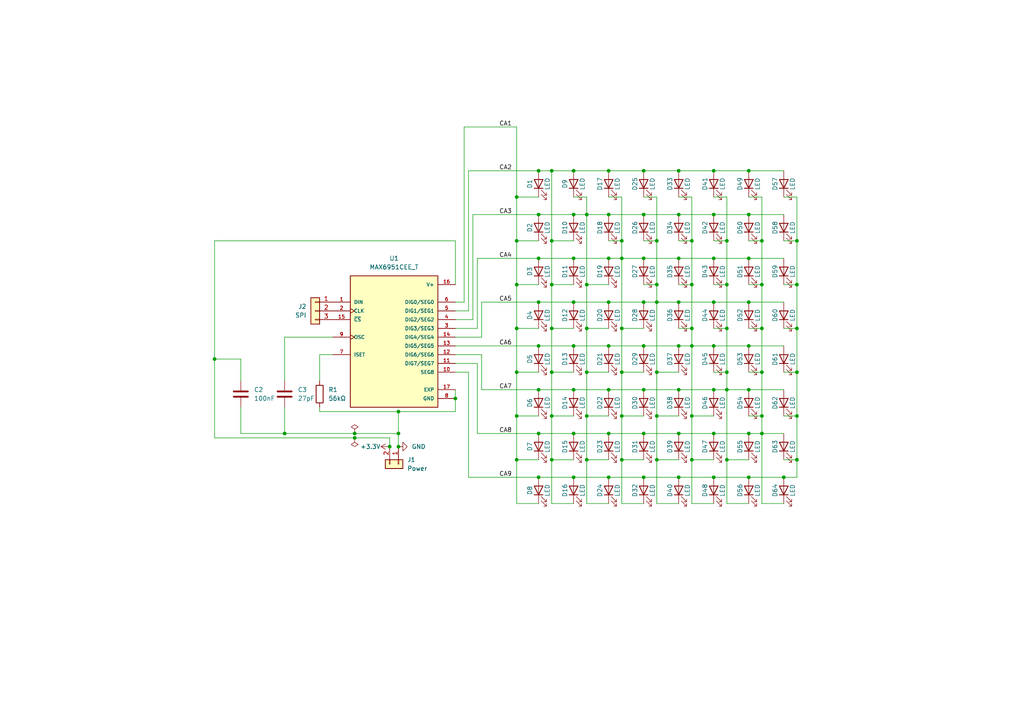
<source format=kicad_sch>
(kicad_sch
	(version 20250114)
	(generator "eeschema")
	(generator_version "9.0")
	(uuid "0a12a86d-bef3-4d46-847f-cb9e571cb2e7")
	(paper "A4")
	(title_block
		(title "8x8 Charlieplex Matrix")
		(date "2025-04-20")
		(rev "v1")
		(company "Max L.")
	)
	(lib_symbols
		(symbol "Connector_Generic:Conn_01x02"
			(pin_names
				(offset 1.016)
				(hide yes)
			)
			(exclude_from_sim no)
			(in_bom yes)
			(on_board yes)
			(property "Reference" "J"
				(at 0 2.54 0)
				(effects
					(font
						(size 1.27 1.27)
					)
				)
			)
			(property "Value" "Conn_01x02"
				(at 0 -5.08 0)
				(effects
					(font
						(size 1.27 1.27)
					)
				)
			)
			(property "Footprint" ""
				(at 0 0 0)
				(effects
					(font
						(size 1.27 1.27)
					)
					(hide yes)
				)
			)
			(property "Datasheet" "~"
				(at 0 0 0)
				(effects
					(font
						(size 1.27 1.27)
					)
					(hide yes)
				)
			)
			(property "Description" "Generic connector, single row, 01x02, script generated (kicad-library-utils/schlib/autogen/connector/)"
				(at 0 0 0)
				(effects
					(font
						(size 1.27 1.27)
					)
					(hide yes)
				)
			)
			(property "ki_keywords" "connector"
				(at 0 0 0)
				(effects
					(font
						(size 1.27 1.27)
					)
					(hide yes)
				)
			)
			(property "ki_fp_filters" "Connector*:*_1x??_*"
				(at 0 0 0)
				(effects
					(font
						(size 1.27 1.27)
					)
					(hide yes)
				)
			)
			(symbol "Conn_01x02_1_1"
				(rectangle
					(start -1.27 1.27)
					(end 1.27 -3.81)
					(stroke
						(width 0.254)
						(type default)
					)
					(fill
						(type background)
					)
				)
				(rectangle
					(start -1.27 0.127)
					(end 0 -0.127)
					(stroke
						(width 0.1524)
						(type default)
					)
					(fill
						(type none)
					)
				)
				(rectangle
					(start -1.27 -2.413)
					(end 0 -2.667)
					(stroke
						(width 0.1524)
						(type default)
					)
					(fill
						(type none)
					)
				)
				(pin passive line
					(at -5.08 0 0)
					(length 3.81)
					(name "Pin_1"
						(effects
							(font
								(size 1.27 1.27)
							)
						)
					)
					(number "1"
						(effects
							(font
								(size 1.27 1.27)
							)
						)
					)
				)
				(pin passive line
					(at -5.08 -2.54 0)
					(length 3.81)
					(name "Pin_2"
						(effects
							(font
								(size 1.27 1.27)
							)
						)
					)
					(number "2"
						(effects
							(font
								(size 1.27 1.27)
							)
						)
					)
				)
			)
			(embedded_fonts no)
		)
		(symbol "Connector_Generic:Conn_01x03"
			(pin_names
				(offset 1.016)
				(hide yes)
			)
			(exclude_from_sim no)
			(in_bom yes)
			(on_board yes)
			(property "Reference" "J"
				(at 0 5.08 0)
				(effects
					(font
						(size 1.27 1.27)
					)
				)
			)
			(property "Value" "Conn_01x03"
				(at 0 -5.08 0)
				(effects
					(font
						(size 1.27 1.27)
					)
				)
			)
			(property "Footprint" ""
				(at 0 0 0)
				(effects
					(font
						(size 1.27 1.27)
					)
					(hide yes)
				)
			)
			(property "Datasheet" "~"
				(at 0 0 0)
				(effects
					(font
						(size 1.27 1.27)
					)
					(hide yes)
				)
			)
			(property "Description" "Generic connector, single row, 01x03, script generated (kicad-library-utils/schlib/autogen/connector/)"
				(at 0 0 0)
				(effects
					(font
						(size 1.27 1.27)
					)
					(hide yes)
				)
			)
			(property "ki_keywords" "connector"
				(at 0 0 0)
				(effects
					(font
						(size 1.27 1.27)
					)
					(hide yes)
				)
			)
			(property "ki_fp_filters" "Connector*:*_1x??_*"
				(at 0 0 0)
				(effects
					(font
						(size 1.27 1.27)
					)
					(hide yes)
				)
			)
			(symbol "Conn_01x03_1_1"
				(rectangle
					(start -1.27 3.81)
					(end 1.27 -3.81)
					(stroke
						(width 0.254)
						(type default)
					)
					(fill
						(type background)
					)
				)
				(rectangle
					(start -1.27 2.667)
					(end 0 2.413)
					(stroke
						(width 0.1524)
						(type default)
					)
					(fill
						(type none)
					)
				)
				(rectangle
					(start -1.27 0.127)
					(end 0 -0.127)
					(stroke
						(width 0.1524)
						(type default)
					)
					(fill
						(type none)
					)
				)
				(rectangle
					(start -1.27 -2.413)
					(end 0 -2.667)
					(stroke
						(width 0.1524)
						(type default)
					)
					(fill
						(type none)
					)
				)
				(pin passive line
					(at -5.08 2.54 0)
					(length 3.81)
					(name "Pin_1"
						(effects
							(font
								(size 1.27 1.27)
							)
						)
					)
					(number "1"
						(effects
							(font
								(size 1.27 1.27)
							)
						)
					)
				)
				(pin passive line
					(at -5.08 0 0)
					(length 3.81)
					(name "Pin_2"
						(effects
							(font
								(size 1.27 1.27)
							)
						)
					)
					(number "2"
						(effects
							(font
								(size 1.27 1.27)
							)
						)
					)
				)
				(pin passive line
					(at -5.08 -2.54 0)
					(length 3.81)
					(name "Pin_3"
						(effects
							(font
								(size 1.27 1.27)
							)
						)
					)
					(number "3"
						(effects
							(font
								(size 1.27 1.27)
							)
						)
					)
				)
			)
			(embedded_fonts no)
		)
		(symbol "Device:C"
			(pin_numbers
				(hide yes)
			)
			(pin_names
				(offset 0.254)
			)
			(exclude_from_sim no)
			(in_bom yes)
			(on_board yes)
			(property "Reference" "C"
				(at 0.635 2.54 0)
				(effects
					(font
						(size 1.27 1.27)
					)
					(justify left)
				)
			)
			(property "Value" "C"
				(at 0.635 -2.54 0)
				(effects
					(font
						(size 1.27 1.27)
					)
					(justify left)
				)
			)
			(property "Footprint" ""
				(at 0.9652 -3.81 0)
				(effects
					(font
						(size 1.27 1.27)
					)
					(hide yes)
				)
			)
			(property "Datasheet" "~"
				(at 0 0 0)
				(effects
					(font
						(size 1.27 1.27)
					)
					(hide yes)
				)
			)
			(property "Description" "Unpolarized capacitor"
				(at 0 0 0)
				(effects
					(font
						(size 1.27 1.27)
					)
					(hide yes)
				)
			)
			(property "ki_keywords" "cap capacitor"
				(at 0 0 0)
				(effects
					(font
						(size 1.27 1.27)
					)
					(hide yes)
				)
			)
			(property "ki_fp_filters" "C_*"
				(at 0 0 0)
				(effects
					(font
						(size 1.27 1.27)
					)
					(hide yes)
				)
			)
			(symbol "C_0_1"
				(polyline
					(pts
						(xy -2.032 0.762) (xy 2.032 0.762)
					)
					(stroke
						(width 0.508)
						(type default)
					)
					(fill
						(type none)
					)
				)
				(polyline
					(pts
						(xy -2.032 -0.762) (xy 2.032 -0.762)
					)
					(stroke
						(width 0.508)
						(type default)
					)
					(fill
						(type none)
					)
				)
			)
			(symbol "C_1_1"
				(pin passive line
					(at 0 3.81 270)
					(length 2.794)
					(name "~"
						(effects
							(font
								(size 1.27 1.27)
							)
						)
					)
					(number "1"
						(effects
							(font
								(size 1.27 1.27)
							)
						)
					)
				)
				(pin passive line
					(at 0 -3.81 90)
					(length 2.794)
					(name "~"
						(effects
							(font
								(size 1.27 1.27)
							)
						)
					)
					(number "2"
						(effects
							(font
								(size 1.27 1.27)
							)
						)
					)
				)
			)
			(embedded_fonts no)
		)
		(symbol "Device:LED"
			(pin_numbers
				(hide yes)
			)
			(pin_names
				(offset 1.016)
				(hide yes)
			)
			(exclude_from_sim no)
			(in_bom yes)
			(on_board yes)
			(property "Reference" "D"
				(at 0 2.54 0)
				(effects
					(font
						(size 1.27 1.27)
					)
				)
			)
			(property "Value" "LED"
				(at 0 -2.54 0)
				(effects
					(font
						(size 1.27 1.27)
					)
				)
			)
			(property "Footprint" ""
				(at 0 0 0)
				(effects
					(font
						(size 1.27 1.27)
					)
					(hide yes)
				)
			)
			(property "Datasheet" "~"
				(at 0 0 0)
				(effects
					(font
						(size 1.27 1.27)
					)
					(hide yes)
				)
			)
			(property "Description" "Light emitting diode"
				(at 0 0 0)
				(effects
					(font
						(size 1.27 1.27)
					)
					(hide yes)
				)
			)
			(property "Sim.Pins" "1=K 2=A"
				(at 0 0 0)
				(effects
					(font
						(size 1.27 1.27)
					)
					(hide yes)
				)
			)
			(property "ki_keywords" "LED diode"
				(at 0 0 0)
				(effects
					(font
						(size 1.27 1.27)
					)
					(hide yes)
				)
			)
			(property "ki_fp_filters" "LED* LED_SMD:* LED_THT:*"
				(at 0 0 0)
				(effects
					(font
						(size 1.27 1.27)
					)
					(hide yes)
				)
			)
			(symbol "LED_0_1"
				(polyline
					(pts
						(xy -3.048 -0.762) (xy -4.572 -2.286) (xy -3.81 -2.286) (xy -4.572 -2.286) (xy -4.572 -1.524)
					)
					(stroke
						(width 0)
						(type default)
					)
					(fill
						(type none)
					)
				)
				(polyline
					(pts
						(xy -1.778 -0.762) (xy -3.302 -2.286) (xy -2.54 -2.286) (xy -3.302 -2.286) (xy -3.302 -1.524)
					)
					(stroke
						(width 0)
						(type default)
					)
					(fill
						(type none)
					)
				)
				(polyline
					(pts
						(xy -1.27 0) (xy 1.27 0)
					)
					(stroke
						(width 0)
						(type default)
					)
					(fill
						(type none)
					)
				)
				(polyline
					(pts
						(xy -1.27 -1.27) (xy -1.27 1.27)
					)
					(stroke
						(width 0.254)
						(type default)
					)
					(fill
						(type none)
					)
				)
				(polyline
					(pts
						(xy 1.27 -1.27) (xy 1.27 1.27) (xy -1.27 0) (xy 1.27 -1.27)
					)
					(stroke
						(width 0.254)
						(type default)
					)
					(fill
						(type none)
					)
				)
			)
			(symbol "LED_1_1"
				(pin passive line
					(at -3.81 0 0)
					(length 2.54)
					(name "K"
						(effects
							(font
								(size 1.27 1.27)
							)
						)
					)
					(number "1"
						(effects
							(font
								(size 1.27 1.27)
							)
						)
					)
				)
				(pin passive line
					(at 3.81 0 180)
					(length 2.54)
					(name "A"
						(effects
							(font
								(size 1.27 1.27)
							)
						)
					)
					(number "2"
						(effects
							(font
								(size 1.27 1.27)
							)
						)
					)
				)
			)
			(embedded_fonts no)
		)
		(symbol "Device:R"
			(pin_numbers
				(hide yes)
			)
			(pin_names
				(offset 0)
			)
			(exclude_from_sim no)
			(in_bom yes)
			(on_board yes)
			(property "Reference" "R"
				(at 2.032 0 90)
				(effects
					(font
						(size 1.27 1.27)
					)
				)
			)
			(property "Value" "R"
				(at 0 0 90)
				(effects
					(font
						(size 1.27 1.27)
					)
				)
			)
			(property "Footprint" ""
				(at -1.778 0 90)
				(effects
					(font
						(size 1.27 1.27)
					)
					(hide yes)
				)
			)
			(property "Datasheet" "~"
				(at 0 0 0)
				(effects
					(font
						(size 1.27 1.27)
					)
					(hide yes)
				)
			)
			(property "Description" "Resistor"
				(at 0 0 0)
				(effects
					(font
						(size 1.27 1.27)
					)
					(hide yes)
				)
			)
			(property "ki_keywords" "R res resistor"
				(at 0 0 0)
				(effects
					(font
						(size 1.27 1.27)
					)
					(hide yes)
				)
			)
			(property "ki_fp_filters" "R_*"
				(at 0 0 0)
				(effects
					(font
						(size 1.27 1.27)
					)
					(hide yes)
				)
			)
			(symbol "R_0_1"
				(rectangle
					(start -1.016 -2.54)
					(end 1.016 2.54)
					(stroke
						(width 0.254)
						(type default)
					)
					(fill
						(type none)
					)
				)
			)
			(symbol "R_1_1"
				(pin passive line
					(at 0 3.81 270)
					(length 1.27)
					(name "~"
						(effects
							(font
								(size 1.27 1.27)
							)
						)
					)
					(number "1"
						(effects
							(font
								(size 1.27 1.27)
							)
						)
					)
				)
				(pin passive line
					(at 0 -3.81 90)
					(length 1.27)
					(name "~"
						(effects
							(font
								(size 1.27 1.27)
							)
						)
					)
					(number "2"
						(effects
							(font
								(size 1.27 1.27)
							)
						)
					)
				)
			)
			(embedded_fonts no)
		)
		(symbol "MAX6951CEE_T:MAX6951CEE_T"
			(pin_names
				(offset 1.016)
			)
			(exclude_from_sim no)
			(in_bom yes)
			(on_board yes)
			(property "Reference" "U"
				(at -12.7 18.542 0)
				(effects
					(font
						(size 1.27 1.27)
					)
					(justify left bottom)
				)
			)
			(property "Value" "MAX6951CEE_T"
				(at -12.7 -22.86 0)
				(effects
					(font
						(size 1.27 1.27)
					)
					(justify left bottom)
				)
			)
			(property "Footprint" "MAX6951CEE_T:SOP63P602X173-17N"
				(at 0 0 0)
				(effects
					(font
						(size 1.27 1.27)
					)
					(justify bottom)
					(hide yes)
				)
			)
			(property "Datasheet" ""
				(at 0 0 0)
				(effects
					(font
						(size 1.27 1.27)
					)
					(hide yes)
				)
			)
			(property "Description" ""
				(at 0 0 0)
				(effects
					(font
						(size 1.27 1.27)
					)
					(hide yes)
				)
			)
			(property "MF" "Analog Devices"
				(at 0 0 0)
				(effects
					(font
						(size 1.27 1.27)
					)
					(justify bottom)
					(hide yes)
				)
			)
			(property "MAXIMUM_PACKAGE_HEIGHT" "1.73mm"
				(at 0 0 0)
				(effects
					(font
						(size 1.27 1.27)
					)
					(justify bottom)
					(hide yes)
				)
			)
			(property "Package" "QSOP-16 Maxim"
				(at 0 0 0)
				(effects
					(font
						(size 1.27 1.27)
					)
					(justify bottom)
					(hide yes)
				)
			)
			(property "Price" "None"
				(at 0 0 0)
				(effects
					(font
						(size 1.27 1.27)
					)
					(justify bottom)
					(hide yes)
				)
			)
			(property "Check_prices" "https://www.snapeda.com/parts/MAX6951CEE+T/Analog+Devices/view-part/?ref=eda"
				(at 0 0 0)
				(effects
					(font
						(size 1.27 1.27)
					)
					(justify bottom)
					(hide yes)
				)
			)
			(property "STANDARD" "IPC-7351B"
				(at 0 0 0)
				(effects
					(font
						(size 1.27 1.27)
					)
					(justify bottom)
					(hide yes)
				)
			)
			(property "PARTREV" "2"
				(at 0 0 0)
				(effects
					(font
						(size 1.27 1.27)
					)
					(justify bottom)
					(hide yes)
				)
			)
			(property "SnapEDA_Link" "https://www.snapeda.com/parts/MAX6951CEE+T/Analog+Devices/view-part/?ref=snap"
				(at 0 0 0)
				(effects
					(font
						(size 1.27 1.27)
					)
					(justify bottom)
					(hide yes)
				)
			)
			(property "MP" "MAX6951CEE+T"
				(at 0 0 0)
				(effects
					(font
						(size 1.27 1.27)
					)
					(justify bottom)
					(hide yes)
				)
			)
			(property "Description_1" "Serially Interfaced, +2.7V to +5.5V, 5- and 8-Digit LED Display Drivers"
				(at 0 0 0)
				(effects
					(font
						(size 1.27 1.27)
					)
					(justify bottom)
					(hide yes)
				)
			)
			(property "Availability" "Not in stock"
				(at 0 0 0)
				(effects
					(font
						(size 1.27 1.27)
					)
					(justify bottom)
					(hide yes)
				)
			)
			(property "MANUFACTURER" "Analog Devices"
				(at 0 0 0)
				(effects
					(font
						(size 1.27 1.27)
					)
					(justify bottom)
					(hide yes)
				)
			)
			(symbol "MAX6951CEE_T_0_0"
				(rectangle
					(start -12.7 -20.32)
					(end 12.7 17.78)
					(stroke
						(width 0.254)
						(type default)
					)
					(fill
						(type background)
					)
				)
				(pin input line
					(at -17.78 10.16 0)
					(length 5.08)
					(name "DIN"
						(effects
							(font
								(size 1.016 1.016)
							)
						)
					)
					(number "1"
						(effects
							(font
								(size 1.016 1.016)
							)
						)
					)
				)
				(pin input clock
					(at -17.78 7.62 0)
					(length 5.08)
					(name "CLK"
						(effects
							(font
								(size 1.016 1.016)
							)
						)
					)
					(number "2"
						(effects
							(font
								(size 1.016 1.016)
							)
						)
					)
				)
				(pin input line
					(at -17.78 5.08 0)
					(length 5.08)
					(name "~{CS}"
						(effects
							(font
								(size 1.016 1.016)
							)
						)
					)
					(number "15"
						(effects
							(font
								(size 1.016 1.016)
							)
						)
					)
				)
				(pin input clock
					(at -17.78 0 0)
					(length 5.08)
					(name "OSC"
						(effects
							(font
								(size 1.016 1.016)
							)
						)
					)
					(number "9"
						(effects
							(font
								(size 1.016 1.016)
							)
						)
					)
				)
				(pin passive line
					(at -17.78 -5.08 0)
					(length 5.08)
					(name "ISET"
						(effects
							(font
								(size 1.016 1.016)
							)
						)
					)
					(number "7"
						(effects
							(font
								(size 1.016 1.016)
							)
						)
					)
				)
				(pin power_in line
					(at 17.78 15.24 180)
					(length 5.08)
					(name "V+"
						(effects
							(font
								(size 1.016 1.016)
							)
						)
					)
					(number "16"
						(effects
							(font
								(size 1.016 1.016)
							)
						)
					)
				)
				(pin output line
					(at 17.78 10.16 180)
					(length 5.08)
					(name "DIG0/SEG0"
						(effects
							(font
								(size 1.016 1.016)
							)
						)
					)
					(number "6"
						(effects
							(font
								(size 1.016 1.016)
							)
						)
					)
				)
				(pin output line
					(at 17.78 7.62 180)
					(length 5.08)
					(name "DIG1/SEG1"
						(effects
							(font
								(size 1.016 1.016)
							)
						)
					)
					(number "5"
						(effects
							(font
								(size 1.016 1.016)
							)
						)
					)
				)
				(pin output line
					(at 17.78 5.08 180)
					(length 5.08)
					(name "DIG2/SEG2"
						(effects
							(font
								(size 1.016 1.016)
							)
						)
					)
					(number "4"
						(effects
							(font
								(size 1.016 1.016)
							)
						)
					)
				)
				(pin output line
					(at 17.78 2.54 180)
					(length 5.08)
					(name "DIG3/SEG3"
						(effects
							(font
								(size 1.016 1.016)
							)
						)
					)
					(number "3"
						(effects
							(font
								(size 1.016 1.016)
							)
						)
					)
				)
				(pin output line
					(at 17.78 0 180)
					(length 5.08)
					(name "DIG4/SEG4"
						(effects
							(font
								(size 1.016 1.016)
							)
						)
					)
					(number "14"
						(effects
							(font
								(size 1.016 1.016)
							)
						)
					)
				)
				(pin output line
					(at 17.78 -2.54 180)
					(length 5.08)
					(name "DIG5/SEG5"
						(effects
							(font
								(size 1.016 1.016)
							)
						)
					)
					(number "13"
						(effects
							(font
								(size 1.016 1.016)
							)
						)
					)
				)
				(pin output line
					(at 17.78 -5.08 180)
					(length 5.08)
					(name "DIG6/SEG6"
						(effects
							(font
								(size 1.016 1.016)
							)
						)
					)
					(number "12"
						(effects
							(font
								(size 1.016 1.016)
							)
						)
					)
				)
				(pin output line
					(at 17.78 -7.62 180)
					(length 5.08)
					(name "DIG7/SEG7"
						(effects
							(font
								(size 1.016 1.016)
							)
						)
					)
					(number "11"
						(effects
							(font
								(size 1.016 1.016)
							)
						)
					)
				)
				(pin output line
					(at 17.78 -10.16 180)
					(length 5.08)
					(name "SEG8"
						(effects
							(font
								(size 1.016 1.016)
							)
						)
					)
					(number "10"
						(effects
							(font
								(size 1.016 1.016)
							)
						)
					)
				)
				(pin power_in line
					(at 17.78 -15.24 180)
					(length 5.08)
					(name "EXP"
						(effects
							(font
								(size 1.016 1.016)
							)
						)
					)
					(number "17"
						(effects
							(font
								(size 1.016 1.016)
							)
						)
					)
				)
				(pin power_in line
					(at 17.78 -17.78 180)
					(length 5.08)
					(name "GND"
						(effects
							(font
								(size 1.016 1.016)
							)
						)
					)
					(number "8"
						(effects
							(font
								(size 1.016 1.016)
							)
						)
					)
				)
			)
			(embedded_fonts no)
		)
		(symbol "power:+3.3V"
			(power)
			(pin_numbers
				(hide yes)
			)
			(pin_names
				(offset 0)
				(hide yes)
			)
			(exclude_from_sim no)
			(in_bom yes)
			(on_board yes)
			(property "Reference" "#PWR"
				(at 0 -3.81 0)
				(effects
					(font
						(size 1.27 1.27)
					)
					(hide yes)
				)
			)
			(property "Value" "+3.3V"
				(at 0 3.556 0)
				(effects
					(font
						(size 1.27 1.27)
					)
				)
			)
			(property "Footprint" ""
				(at 0 0 0)
				(effects
					(font
						(size 1.27 1.27)
					)
					(hide yes)
				)
			)
			(property "Datasheet" ""
				(at 0 0 0)
				(effects
					(font
						(size 1.27 1.27)
					)
					(hide yes)
				)
			)
			(property "Description" "Power symbol creates a global label with name \"+3.3V\""
				(at 0 0 0)
				(effects
					(font
						(size 1.27 1.27)
					)
					(hide yes)
				)
			)
			(property "ki_keywords" "global power"
				(at 0 0 0)
				(effects
					(font
						(size 1.27 1.27)
					)
					(hide yes)
				)
			)
			(symbol "+3.3V_0_1"
				(polyline
					(pts
						(xy -0.762 1.27) (xy 0 2.54)
					)
					(stroke
						(width 0)
						(type default)
					)
					(fill
						(type none)
					)
				)
				(polyline
					(pts
						(xy 0 2.54) (xy 0.762 1.27)
					)
					(stroke
						(width 0)
						(type default)
					)
					(fill
						(type none)
					)
				)
				(polyline
					(pts
						(xy 0 0) (xy 0 2.54)
					)
					(stroke
						(width 0)
						(type default)
					)
					(fill
						(type none)
					)
				)
			)
			(symbol "+3.3V_1_1"
				(pin power_in line
					(at 0 0 90)
					(length 0)
					(name "~"
						(effects
							(font
								(size 1.27 1.27)
							)
						)
					)
					(number "1"
						(effects
							(font
								(size 1.27 1.27)
							)
						)
					)
				)
			)
			(embedded_fonts no)
		)
		(symbol "power:GND"
			(power)
			(pin_numbers
				(hide yes)
			)
			(pin_names
				(offset 0)
				(hide yes)
			)
			(exclude_from_sim no)
			(in_bom yes)
			(on_board yes)
			(property "Reference" "#PWR"
				(at 0 -6.35 0)
				(effects
					(font
						(size 1.27 1.27)
					)
					(hide yes)
				)
			)
			(property "Value" "GND"
				(at 0 -3.81 0)
				(effects
					(font
						(size 1.27 1.27)
					)
				)
			)
			(property "Footprint" ""
				(at 0 0 0)
				(effects
					(font
						(size 1.27 1.27)
					)
					(hide yes)
				)
			)
			(property "Datasheet" ""
				(at 0 0 0)
				(effects
					(font
						(size 1.27 1.27)
					)
					(hide yes)
				)
			)
			(property "Description" "Power symbol creates a global label with name \"GND\" , ground"
				(at 0 0 0)
				(effects
					(font
						(size 1.27 1.27)
					)
					(hide yes)
				)
			)
			(property "ki_keywords" "global power"
				(at 0 0 0)
				(effects
					(font
						(size 1.27 1.27)
					)
					(hide yes)
				)
			)
			(symbol "GND_0_1"
				(polyline
					(pts
						(xy 0 0) (xy 0 -1.27) (xy 1.27 -1.27) (xy 0 -2.54) (xy -1.27 -1.27) (xy 0 -1.27)
					)
					(stroke
						(width 0)
						(type default)
					)
					(fill
						(type none)
					)
				)
			)
			(symbol "GND_1_1"
				(pin power_in line
					(at 0 0 270)
					(length 0)
					(name "~"
						(effects
							(font
								(size 1.27 1.27)
							)
						)
					)
					(number "1"
						(effects
							(font
								(size 1.27 1.27)
							)
						)
					)
				)
			)
			(embedded_fonts no)
		)
		(symbol "power:PWR_FLAG"
			(power)
			(pin_numbers
				(hide yes)
			)
			(pin_names
				(offset 0)
				(hide yes)
			)
			(exclude_from_sim no)
			(in_bom yes)
			(on_board yes)
			(property "Reference" "#FLG"
				(at 0 1.905 0)
				(effects
					(font
						(size 1.27 1.27)
					)
					(hide yes)
				)
			)
			(property "Value" "PWR_FLAG"
				(at 0 3.81 0)
				(effects
					(font
						(size 1.27 1.27)
					)
				)
			)
			(property "Footprint" ""
				(at 0 0 0)
				(effects
					(font
						(size 1.27 1.27)
					)
					(hide yes)
				)
			)
			(property "Datasheet" "~"
				(at 0 0 0)
				(effects
					(font
						(size 1.27 1.27)
					)
					(hide yes)
				)
			)
			(property "Description" "Special symbol for telling ERC where power comes from"
				(at 0 0 0)
				(effects
					(font
						(size 1.27 1.27)
					)
					(hide yes)
				)
			)
			(property "ki_keywords" "flag power"
				(at 0 0 0)
				(effects
					(font
						(size 1.27 1.27)
					)
					(hide yes)
				)
			)
			(symbol "PWR_FLAG_0_0"
				(pin power_out line
					(at 0 0 90)
					(length 0)
					(name "~"
						(effects
							(font
								(size 1.27 1.27)
							)
						)
					)
					(number "1"
						(effects
							(font
								(size 1.27 1.27)
							)
						)
					)
				)
			)
			(symbol "PWR_FLAG_0_1"
				(polyline
					(pts
						(xy 0 0) (xy 0 1.27) (xy -1.016 1.905) (xy 0 2.54) (xy 1.016 1.905) (xy 0 1.27)
					)
					(stroke
						(width 0)
						(type default)
					)
					(fill
						(type none)
					)
				)
			)
			(embedded_fonts no)
		)
	)
	(junction
		(at 217.17 62.23)
		(diameter 0)
		(color 0 0 0 0)
		(uuid "0345ca2f-2207-46eb-90e7-e9208fb85e15")
	)
	(junction
		(at 231.14 69.85)
		(diameter 0)
		(color 0 0 0 0)
		(uuid "04cc4f7b-152a-4725-97a5-4da89f853498")
	)
	(junction
		(at 190.5 69.85)
		(diameter 0)
		(color 0 0 0 0)
		(uuid "09b9678f-5663-4124-ba6e-1a1d44c59e54")
	)
	(junction
		(at 186.69 74.93)
		(diameter 0)
		(color 0 0 0 0)
		(uuid "09cb63dc-fbc2-4bec-ad80-ee626bfaf435")
	)
	(junction
		(at 207.01 74.93)
		(diameter 0)
		(color 0 0 0 0)
		(uuid "0b7cd8c9-4b73-4ed7-a019-8f6da8f9f84e")
	)
	(junction
		(at 186.69 100.33)
		(diameter 0)
		(color 0 0 0 0)
		(uuid "0b9898c3-2fc2-4fce-9399-1d5bd4abb480")
	)
	(junction
		(at 156.21 138.43)
		(diameter 0)
		(color 0 0 0 0)
		(uuid "0bc24de3-e2b1-4668-b38e-01382c2abbad")
	)
	(junction
		(at 166.37 49.53)
		(diameter 0)
		(color 0 0 0 0)
		(uuid "0ca51c52-cce8-4b69-a68c-5c9455e773c6")
	)
	(junction
		(at 231.14 82.55)
		(diameter 0)
		(color 0 0 0 0)
		(uuid "0d5a5676-1669-417c-85be-dcbaef917893")
	)
	(junction
		(at 156.21 74.93)
		(diameter 0)
		(color 0 0 0 0)
		(uuid "1036428a-3f13-4d10-9a6b-fb01b71788ea")
	)
	(junction
		(at 180.34 74.93)
		(diameter 0)
		(color 0 0 0 0)
		(uuid "12043d38-b853-40e2-ba6e-8c76484e8cb5")
	)
	(junction
		(at 176.53 113.03)
		(diameter 0)
		(color 0 0 0 0)
		(uuid "15236463-ed3a-4c14-8809-aa2f31649b04")
	)
	(junction
		(at 196.85 100.33)
		(diameter 0)
		(color 0 0 0 0)
		(uuid "155d872f-af10-4e68-8d91-af84904dfa77")
	)
	(junction
		(at 166.37 100.33)
		(diameter 0)
		(color 0 0 0 0)
		(uuid "15ef9891-fa08-4244-8904-5cc5683988cf")
	)
	(junction
		(at 196.85 62.23)
		(diameter 0)
		(color 0 0 0 0)
		(uuid "160f0f10-4ab9-4a98-93f2-127fb4884ea7")
	)
	(junction
		(at 166.37 87.63)
		(diameter 0)
		(color 0 0 0 0)
		(uuid "18be5c8e-693f-479d-a11b-259038bb394d")
	)
	(junction
		(at 186.69 138.43)
		(diameter 0)
		(color 0 0 0 0)
		(uuid "19ec9199-7446-4b1b-ac58-e2c8e85271e5")
	)
	(junction
		(at 113.03 129.54)
		(diameter 0)
		(color 0 0 0 0)
		(uuid "1a9d8621-500f-44a5-9588-7ce68f60e41e")
	)
	(junction
		(at 156.21 49.53)
		(diameter 0)
		(color 0 0 0 0)
		(uuid "1f996265-2c32-4061-8110-bba03c4c565a")
	)
	(junction
		(at 180.34 95.25)
		(diameter 0)
		(color 0 0 0 0)
		(uuid "21f7e0f4-6cb5-4dde-a37f-ec05a794d194")
	)
	(junction
		(at 160.02 69.85)
		(diameter 0)
		(color 0 0 0 0)
		(uuid "21ffc697-bd73-48c0-ab16-a722178b2ff1")
	)
	(junction
		(at 149.86 133.35)
		(diameter 0)
		(color 0 0 0 0)
		(uuid "236352bc-f2d0-47e0-8eda-8e52772550f1")
	)
	(junction
		(at 102.87 127)
		(diameter 0)
		(color 0 0 0 0)
		(uuid "2377ecb4-5e7d-48ec-a405-0aff87a39f3f")
	)
	(junction
		(at 156.21 125.73)
		(diameter 0)
		(color 0 0 0 0)
		(uuid "2ad4f5ca-2421-40a8-a7bf-7bc1176f010a")
	)
	(junction
		(at 196.85 138.43)
		(diameter 0)
		(color 0 0 0 0)
		(uuid "2af10386-0b8a-48cc-a864-7e3319f4170e")
	)
	(junction
		(at 186.69 49.53)
		(diameter 0)
		(color 0 0 0 0)
		(uuid "32bc73e1-5024-4153-b724-f629d66bb81f")
	)
	(junction
		(at 176.53 74.93)
		(diameter 0)
		(color 0 0 0 0)
		(uuid "341b1d9f-a47e-471c-9c59-0337a1cf6776")
	)
	(junction
		(at 207.01 87.63)
		(diameter 0)
		(color 0 0 0 0)
		(uuid "36c6f32e-996a-4df9-b319-bcaa184ec2e0")
	)
	(junction
		(at 166.37 138.43)
		(diameter 0)
		(color 0 0 0 0)
		(uuid "37d8022d-83ea-4c6f-887a-aa27e7418b28")
	)
	(junction
		(at 160.02 107.95)
		(diameter 0)
		(color 0 0 0 0)
		(uuid "38fda860-6d56-4c53-87a6-bf72eb870705")
	)
	(junction
		(at 196.85 74.93)
		(diameter 0)
		(color 0 0 0 0)
		(uuid "398f6e11-5063-402e-b57b-84be5ec45468")
	)
	(junction
		(at 200.66 82.55)
		(diameter 0)
		(color 0 0 0 0)
		(uuid "3c072e69-6135-421a-99e9-8c41bded497f")
	)
	(junction
		(at 196.85 125.73)
		(diameter 0)
		(color 0 0 0 0)
		(uuid "3f862449-5e09-48dd-93f1-2de530df0286")
	)
	(junction
		(at 176.53 49.53)
		(diameter 0)
		(color 0 0 0 0)
		(uuid "4398b256-8552-472e-b916-aa2b75367705")
	)
	(junction
		(at 132.08 115.57)
		(diameter 0)
		(color 0 0 0 0)
		(uuid "444e2395-2a65-4777-9ddc-f5671c3a3ef5")
	)
	(junction
		(at 217.17 100.33)
		(diameter 0)
		(color 0 0 0 0)
		(uuid "48e33c8c-cbd2-4647-b83a-3610af8f08bc")
	)
	(junction
		(at 115.57 129.54)
		(diameter 0)
		(color 0 0 0 0)
		(uuid "49d2225c-f5fb-490e-acff-f904aceae93f")
	)
	(junction
		(at 207.01 113.03)
		(diameter 0)
		(color 0 0 0 0)
		(uuid "4a3808ea-599e-4f99-94f7-d7bb32ced24b")
	)
	(junction
		(at 160.02 49.53)
		(diameter 0)
		(color 0 0 0 0)
		(uuid "4cf69ebc-f1ea-41be-a175-cdae6870c909")
	)
	(junction
		(at 176.53 125.73)
		(diameter 0)
		(color 0 0 0 0)
		(uuid "4fd914ec-7a0b-472b-b422-2d75caccc475")
	)
	(junction
		(at 220.98 125.73)
		(diameter 0)
		(color 0 0 0 0)
		(uuid "530b75f4-a0a5-4874-b53f-885776e23e86")
	)
	(junction
		(at 115.57 125.73)
		(diameter 0)
		(color 0 0 0 0)
		(uuid "54b75ee4-6c73-428f-bda0-bced04170e02")
	)
	(junction
		(at 200.66 69.85)
		(diameter 0)
		(color 0 0 0 0)
		(uuid "55f51463-cff5-49b7-a338-9ce1f9169479")
	)
	(junction
		(at 196.85 87.63)
		(diameter 0)
		(color 0 0 0 0)
		(uuid "5ce4f763-05a0-4a5b-b745-4c7b272f00d7")
	)
	(junction
		(at 190.5 82.55)
		(diameter 0)
		(color 0 0 0 0)
		(uuid "655ee259-9761-4827-8618-287b93fb2ffa")
	)
	(junction
		(at 156.21 87.63)
		(diameter 0)
		(color 0 0 0 0)
		(uuid "678b06a2-35cf-4232-b659-89f2c8e5d48b")
	)
	(junction
		(at 149.86 107.95)
		(diameter 0)
		(color 0 0 0 0)
		(uuid "69ed2cc5-5266-44fc-a1fb-aa0ba39ec9e4")
	)
	(junction
		(at 220.98 95.25)
		(diameter 0)
		(color 0 0 0 0)
		(uuid "6fc3c86c-9193-4b93-8aba-7df027e90d6e")
	)
	(junction
		(at 82.55 125.73)
		(diameter 0)
		(color 0 0 0 0)
		(uuid "70570f0b-b406-40f2-b17f-bb78f3e03aab")
	)
	(junction
		(at 166.37 125.73)
		(diameter 0)
		(color 0 0 0 0)
		(uuid "742aff8f-eef8-4cd4-855b-f28afc279418")
	)
	(junction
		(at 217.17 49.53)
		(diameter 0)
		(color 0 0 0 0)
		(uuid "76b33c2c-4c02-4365-8970-4a522f6fe089")
	)
	(junction
		(at 231.14 95.25)
		(diameter 0)
		(color 0 0 0 0)
		(uuid "7a28ee5e-0d36-4350-8d50-fdef7debd688")
	)
	(junction
		(at 186.69 87.63)
		(diameter 0)
		(color 0 0 0 0)
		(uuid "7c005a61-7a0f-4e70-b969-16db770a6dad")
	)
	(junction
		(at 210.82 95.25)
		(diameter 0)
		(color 0 0 0 0)
		(uuid "7cba10a6-6515-45d1-a8a5-6e43d39559eb")
	)
	(junction
		(at 207.01 100.33)
		(diameter 0)
		(color 0 0 0 0)
		(uuid "7f0d035c-71f7-43e2-af0c-f6b7dc59f22e")
	)
	(junction
		(at 160.02 133.35)
		(diameter 0)
		(color 0 0 0 0)
		(uuid "807eb88e-007f-480b-87ea-ebd8c3464f9a")
	)
	(junction
		(at 186.69 113.03)
		(diameter 0)
		(color 0 0 0 0)
		(uuid "80ca67e0-706e-475c-a631-6d2d803d4f76")
	)
	(junction
		(at 102.87 125.73)
		(diameter 0)
		(color 0 0 0 0)
		(uuid "8cd4e8a7-595a-4611-b3dc-3973d1c4cf94")
	)
	(junction
		(at 156.21 100.33)
		(diameter 0)
		(color 0 0 0 0)
		(uuid "8e3351e9-6344-44a8-9fce-435869060301")
	)
	(junction
		(at 190.5 107.95)
		(diameter 0)
		(color 0 0 0 0)
		(uuid "93761c74-5028-4305-9198-0f82da4a5a55")
	)
	(junction
		(at 210.82 82.55)
		(diameter 0)
		(color 0 0 0 0)
		(uuid "93d275c5-32f1-4c15-8a57-745ed7c62ce1")
	)
	(junction
		(at 207.01 125.73)
		(diameter 0)
		(color 0 0 0 0)
		(uuid "942d9b9c-9451-4c5e-961f-2c563db30ae1")
	)
	(junction
		(at 149.86 69.85)
		(diameter 0)
		(color 0 0 0 0)
		(uuid "95acce16-b204-4681-8096-579437645e7f")
	)
	(junction
		(at 200.66 120.65)
		(diameter 0)
		(color 0 0 0 0)
		(uuid "970a9638-e6fd-4a86-9350-d339e54ac5ce")
	)
	(junction
		(at 231.14 133.35)
		(diameter 0)
		(color 0 0 0 0)
		(uuid "975e5d54-825b-423c-be05-27baee3430a3")
	)
	(junction
		(at 196.85 113.03)
		(diameter 0)
		(color 0 0 0 0)
		(uuid "9a6e4fce-3c50-48bf-81fa-b8fd7f5d10c2")
	)
	(junction
		(at 217.17 113.03)
		(diameter 0)
		(color 0 0 0 0)
		(uuid "9a7c5099-9bb2-4fe1-8d70-60a8079609eb")
	)
	(junction
		(at 115.57 119.38)
		(diameter 0)
		(color 0 0 0 0)
		(uuid "9d0c4504-4075-41ca-b73c-797ce5b4d401")
	)
	(junction
		(at 180.34 107.95)
		(diameter 0)
		(color 0 0 0 0)
		(uuid "9f2d87f8-0b96-45cf-a7ec-41adc7678547")
	)
	(junction
		(at 170.18 107.95)
		(diameter 0)
		(color 0 0 0 0)
		(uuid "9fbd2619-aa15-494f-ac25-551e75e83eb0")
	)
	(junction
		(at 190.5 120.65)
		(diameter 0)
		(color 0 0 0 0)
		(uuid "a132b356-1a08-4070-8069-9d3ee88fb53f")
	)
	(junction
		(at 170.18 95.25)
		(diameter 0)
		(color 0 0 0 0)
		(uuid "a184b3a5-5972-490f-9373-db4d62c90b22")
	)
	(junction
		(at 200.66 100.33)
		(diameter 0)
		(color 0 0 0 0)
		(uuid "a30361c5-4c81-4927-be9a-7437349ecc36")
	)
	(junction
		(at 200.66 95.25)
		(diameter 0)
		(color 0 0 0 0)
		(uuid "ac0e8472-6ea8-4fa2-8b5d-8e790bea539b")
	)
	(junction
		(at 62.23 104.14)
		(diameter 0)
		(color 0 0 0 0)
		(uuid "ac9e47ab-a0a3-49d5-b352-a24352a852ae")
	)
	(junction
		(at 170.18 120.65)
		(diameter 0)
		(color 0 0 0 0)
		(uuid "ae9e9008-19cf-4ba1-a92a-5750239fb6d6")
	)
	(junction
		(at 217.17 74.93)
		(diameter 0)
		(color 0 0 0 0)
		(uuid "b1a9f20b-21e0-472c-bad6-b3883b92c451")
	)
	(junction
		(at 207.01 138.43)
		(diameter 0)
		(color 0 0 0 0)
		(uuid "b612cd5a-01c7-438a-940e-4d3573019228")
	)
	(junction
		(at 166.37 62.23)
		(diameter 0)
		(color 0 0 0 0)
		(uuid "b7cae16f-e418-4d09-a2d5-303280cbf015")
	)
	(junction
		(at 176.53 62.23)
		(diameter 0)
		(color 0 0 0 0)
		(uuid "b9440ba3-48fa-472e-b1ed-7faf22f5e6bc")
	)
	(junction
		(at 207.01 49.53)
		(diameter 0)
		(color 0 0 0 0)
		(uuid "baed9d46-9bda-4253-ae0a-daed0f3c97aa")
	)
	(junction
		(at 149.86 82.55)
		(diameter 0)
		(color 0 0 0 0)
		(uuid "bc8e90f8-f8eb-42c1-bafe-a2b0d7652b0e")
	)
	(junction
		(at 180.34 120.65)
		(diameter 0)
		(color 0 0 0 0)
		(uuid "c6fe84f2-bcea-4bc0-9e7e-e657c03c5ee3")
	)
	(junction
		(at 176.53 100.33)
		(diameter 0)
		(color 0 0 0 0)
		(uuid "ca063fbe-f88a-4bf8-b886-5d2fca683c98")
	)
	(junction
		(at 186.69 125.73)
		(diameter 0)
		(color 0 0 0 0)
		(uuid "ca54a7cb-eb87-414a-a6dc-c59dee9a88a1")
	)
	(junction
		(at 231.14 120.65)
		(diameter 0)
		(color 0 0 0 0)
		(uuid "cab9d776-3b91-4777-bdeb-7a68e864000c")
	)
	(junction
		(at 160.02 120.65)
		(diameter 0)
		(color 0 0 0 0)
		(uuid "ccca9e2a-4cf6-4077-8612-575e14996848")
	)
	(junction
		(at 231.14 107.95)
		(diameter 0)
		(color 0 0 0 0)
		(uuid "cd6c7e33-c258-4881-857d-d7d76c9a8fbb")
	)
	(junction
		(at 210.82 133.35)
		(diameter 0)
		(color 0 0 0 0)
		(uuid "d06e5d9e-4592-4692-aa6a-4d58427ee630")
	)
	(junction
		(at 207.01 62.23)
		(diameter 0)
		(color 0 0 0 0)
		(uuid "d34ae03e-c735-42a8-bf94-f328047871cc")
	)
	(junction
		(at 186.69 62.23)
		(diameter 0)
		(color 0 0 0 0)
		(uuid "d4e085f4-f8b9-4120-bcf8-07d7c03732d5")
	)
	(junction
		(at 217.17 138.43)
		(diameter 0)
		(color 0 0 0 0)
		(uuid "d6370ad9-ac19-443a-af0d-febd84953cf7")
	)
	(junction
		(at 170.18 82.55)
		(diameter 0)
		(color 0 0 0 0)
		(uuid "d65a6d61-2fad-4a4b-8317-5cc239d10d5b")
	)
	(junction
		(at 149.86 120.65)
		(diameter 0)
		(color 0 0 0 0)
		(uuid "d7350c6f-473e-4696-a994-088890850d99")
	)
	(junction
		(at 196.85 49.53)
		(diameter 0)
		(color 0 0 0 0)
		(uuid "da749457-0425-4357-8193-b108f0799bc2")
	)
	(junction
		(at 176.53 138.43)
		(diameter 0)
		(color 0 0 0 0)
		(uuid "dc5462b5-c599-48eb-b8af-2cf004f71379")
	)
	(junction
		(at 166.37 113.03)
		(diameter 0)
		(color 0 0 0 0)
		(uuid "dd91d98a-144b-4025-85a5-bfd0ea9746af")
	)
	(junction
		(at 210.82 113.03)
		(diameter 0)
		(color 0 0 0 0)
		(uuid "de52286e-3446-4377-9127-ca87bf898d37")
	)
	(junction
		(at 190.5 87.63)
		(diameter 0)
		(color 0 0 0 0)
		(uuid "e1294146-dea5-4b1a-8768-026dc2973c98")
	)
	(junction
		(at 210.82 107.95)
		(diameter 0)
		(color 0 0 0 0)
		(uuid "e1b08b64-480a-49ed-941b-81a72b1138eb")
	)
	(junction
		(at 160.02 95.25)
		(diameter 0)
		(color 0 0 0 0)
		(uuid "e6c8ca94-e211-4f13-8549-9aeec82c9194")
	)
	(junction
		(at 217.17 125.73)
		(diameter 0)
		(color 0 0 0 0)
		(uuid "e75c6f1d-bb7e-4bcb-a519-ea77b28693a6")
	)
	(junction
		(at 170.18 62.23)
		(diameter 0)
		(color 0 0 0 0)
		(uuid "e98a26a0-a9ed-4389-a3db-cd38cf03b152")
	)
	(junction
		(at 190.5 133.35)
		(diameter 0)
		(color 0 0 0 0)
		(uuid "ecf1c724-78f4-4227-ac82-a4eb6d627f11")
	)
	(junction
		(at 176.53 87.63)
		(diameter 0)
		(color 0 0 0 0)
		(uuid "ed62e605-0acc-4e36-93b1-8905c216698c")
	)
	(junction
		(at 180.34 133.35)
		(diameter 0)
		(color 0 0 0 0)
		(uuid "ed855a5e-b259-4082-b4af-36487e840589")
	)
	(junction
		(at 149.86 57.15)
		(diameter 0)
		(color 0 0 0 0)
		(uuid "f03c6d33-3ea3-4e89-a047-61009ba81b5c")
	)
	(junction
		(at 227.33 138.43)
		(diameter 0)
		(color 0 0 0 0)
		(uuid "f0b10e69-0836-4219-b32c-57105c42d51e")
	)
	(junction
		(at 166.37 74.93)
		(diameter 0)
		(color 0 0 0 0)
		(uuid "f1dafa54-f625-45cd-9c38-72e9738a6694")
	)
	(junction
		(at 220.98 69.85)
		(diameter 0)
		(color 0 0 0 0)
		(uuid "f2c4f5dc-4ed1-45b7-b373-1395e44884cc")
	)
	(junction
		(at 156.21 113.03)
		(diameter 0)
		(color 0 0 0 0)
		(uuid "f3ca295c-4f49-4fad-95a7-9cdfde95ff88")
	)
	(junction
		(at 200.66 133.35)
		(diameter 0)
		(color 0 0 0 0)
		(uuid "f44c7c6a-4243-404b-adbd-3080f8664531")
	)
	(junction
		(at 160.02 82.55)
		(diameter 0)
		(color 0 0 0 0)
		(uuid "f555495d-cb05-47a6-b58b-6d7813d89ec8")
	)
	(junction
		(at 149.86 95.25)
		(diameter 0)
		(color 0 0 0 0)
		(uuid "f5ce9bde-a5bf-46d4-8e9c-661f00dfc1fb")
	)
	(junction
		(at 220.98 107.95)
		(diameter 0)
		(color 0 0 0 0)
		(uuid "f5e36b5c-dc34-4853-9f0f-f6835a294f03")
	)
	(junction
		(at 220.98 82.55)
		(diameter 0)
		(color 0 0 0 0)
		(uuid "f890352c-5b15-4307-803e-283a81d87a31")
	)
	(junction
		(at 217.17 87.63)
		(diameter 0)
		(color 0 0 0 0)
		(uuid "f91b914e-1431-4503-9c3d-8e1ecee26fa2")
	)
	(junction
		(at 210.82 69.85)
		(diameter 0)
		(color 0 0 0 0)
		(uuid "fa330d3d-641c-4de1-a891-908f6192ebef")
	)
	(junction
		(at 170.18 133.35)
		(diameter 0)
		(color 0 0 0 0)
		(uuid "fa3f1ee8-9073-43f5-8c9b-970f921dd4e3")
	)
	(junction
		(at 180.34 69.85)
		(diameter 0)
		(color 0 0 0 0)
		(uuid "fbde3f34-789a-42dd-833c-b3227301610b")
	)
	(junction
		(at 220.98 120.65)
		(diameter 0)
		(color 0 0 0 0)
		(uuid "fc51f387-2e6f-4257-9283-8e0243483359")
	)
	(junction
		(at 156.21 62.23)
		(diameter 0)
		(color 0 0 0 0)
		(uuid "fd93372b-5794-4533-9d62-960c3c7048b7")
	)
	(wire
		(pts
			(xy 196.85 100.33) (xy 200.66 100.33)
		)
		(stroke
			(width 0.1524)
			(type solid)
		)
		(uuid "047b57b6-01b4-412a-842e-d9025d0b3ca3")
	)
	(wire
		(pts
			(xy 200.66 100.33) (xy 207.01 100.33)
		)
		(stroke
			(width 0.1524)
			(type solid)
		)
		(uuid "05ceace1-5f88-446d-aab3-f8405085d588")
	)
	(wire
		(pts
			(xy 62.23 69.85) (xy 132.08 69.85)
		)
		(stroke
			(width 0)
			(type default)
		)
		(uuid "06aa59ec-abbb-4a9e-ba41-bb3923ae2240")
	)
	(wire
		(pts
			(xy 207.01 87.63) (xy 217.17 87.63)
		)
		(stroke
			(width 0.1524)
			(type solid)
		)
		(uuid "0abaf62b-2394-42f9-ad1e-72943cc5c1e6")
	)
	(wire
		(pts
			(xy 207.01 69.85) (xy 210.82 69.85)
		)
		(stroke
			(width 0.1524)
			(type solid)
		)
		(uuid "0b55ff79-da1d-4cdc-b546-36cfa692f6fb")
	)
	(wire
		(pts
			(xy 186.69 100.33) (xy 196.85 100.33)
		)
		(stroke
			(width 0.1524)
			(type solid)
		)
		(uuid "0bb7efa1-3b61-4185-b31f-2dcd9d3845ec")
	)
	(wire
		(pts
			(xy 156.21 69.85) (xy 149.86 69.85)
		)
		(stroke
			(width 0.1524)
			(type solid)
		)
		(uuid "0c325120-62bb-42c5-acd7-10cdf3cd36e1")
	)
	(wire
		(pts
			(xy 137.16 62.23) (xy 144.78 62.23)
		)
		(stroke
			(width 0)
			(type default)
		)
		(uuid "0cbfa536-a0dd-4c68-adf6-b66a5bf188eb")
	)
	(wire
		(pts
			(xy 196.85 95.25) (xy 200.66 95.25)
		)
		(stroke
			(width 0)
			(type default)
		)
		(uuid "0cf32b51-9885-4b61-9bd1-c1dd02ff16eb")
	)
	(wire
		(pts
			(xy 166.37 87.63) (xy 176.53 87.63)
		)
		(stroke
			(width 0.1524)
			(type solid)
		)
		(uuid "0db0811f-b90c-4545-b83e-e673b700dae6")
	)
	(wire
		(pts
			(xy 231.14 120.65) (xy 231.14 133.35)
		)
		(stroke
			(width 0.1524)
			(type solid)
		)
		(uuid "0e0e5e31-1c86-4397-98d7-9649f482c26d")
	)
	(wire
		(pts
			(xy 132.08 115.57) (xy 132.08 119.38)
		)
		(stroke
			(width 0)
			(type default)
		)
		(uuid "0eae6fce-a7b3-4609-a9bb-1edf629bec61")
	)
	(wire
		(pts
			(xy 220.98 82.55) (xy 220.98 95.25)
		)
		(stroke
			(width 0.1524)
			(type solid)
		)
		(uuid "0fbc02c4-1e8e-4257-9276-356ef831e2db")
	)
	(wire
		(pts
			(xy 176.53 100.33) (xy 186.69 100.33)
		)
		(stroke
			(width 0.1524)
			(type solid)
		)
		(uuid "1056c1a1-fa08-4386-8600-c5d42e5b0d4e")
	)
	(wire
		(pts
			(xy 227.33 125.73) (xy 220.98 125.73)
		)
		(stroke
			(width 0.1524)
			(type solid)
		)
		(uuid "1139a0e5-b0da-4d28-9720-0f8a28c84dd6")
	)
	(wire
		(pts
			(xy 166.37 95.25) (xy 160.02 95.25)
		)
		(stroke
			(width 0.1524)
			(type solid)
		)
		(uuid "13ca3583-ff8b-458a-a42d-1dd3aa8e15a8")
	)
	(wire
		(pts
			(xy 186.69 107.95) (xy 180.34 107.95)
		)
		(stroke
			(width 0.1524)
			(type solid)
		)
		(uuid "13ec402b-c2f3-4bae-b1a8-f3812f8117c6")
	)
	(wire
		(pts
			(xy 138.43 105.41) (xy 138.43 125.73)
		)
		(stroke
			(width 0)
			(type default)
		)
		(uuid "1510c39b-a1d1-408e-b04f-4a9ff64b5a92")
	)
	(wire
		(pts
			(xy 139.7 87.63) (xy 144.78 87.63)
		)
		(stroke
			(width 0)
			(type default)
		)
		(uuid "15c84826-4b89-4e08-abab-b058ff5ba6fe")
	)
	(wire
		(pts
			(xy 207.01 125.73) (xy 217.17 125.73)
		)
		(stroke
			(width 0.1524)
			(type solid)
		)
		(uuid "182f7311-0c7c-4674-b61d-1739f55feacb")
	)
	(wire
		(pts
			(xy 176.53 138.43) (xy 186.69 138.43)
		)
		(stroke
			(width 0.1524)
			(type solid)
		)
		(uuid "183a0321-39bb-4bd2-aa0f-cdc8cf00fdcd")
	)
	(wire
		(pts
			(xy 227.33 82.55) (xy 231.14 82.55)
		)
		(stroke
			(width 0.1524)
			(type solid)
		)
		(uuid "19344202-83ab-4152-9934-8968f8b5b369")
	)
	(wire
		(pts
			(xy 132.08 107.95) (xy 135.89 107.95)
		)
		(stroke
			(width 0)
			(type default)
		)
		(uuid "19ad65df-91f4-415a-ba9b-e8dc229c837d")
	)
	(wire
		(pts
			(xy 166.37 74.93) (xy 176.53 74.93)
		)
		(stroke
			(width 0.1524)
			(type solid)
		)
		(uuid "19f1cca5-ad37-4bc6-aeaf-846f9a5fdf89")
	)
	(wire
		(pts
			(xy 210.82 69.85) (xy 210.82 82.55)
		)
		(stroke
			(width 0.1524)
			(type solid)
		)
		(uuid "1a9cee12-6094-4584-a13a-9aa7398bd36d")
	)
	(wire
		(pts
			(xy 186.69 62.23) (xy 196.85 62.23)
		)
		(stroke
			(width 0.1524)
			(type solid)
		)
		(uuid "1aa4414f-b35f-4c71-bfcb-53bf6a037b4c")
	)
	(wire
		(pts
			(xy 217.17 100.33) (xy 227.33 100.33)
		)
		(stroke
			(width 0)
			(type default)
		)
		(uuid "1ae84425-3777-4f39-850c-1a2cfb0fae56")
	)
	(wire
		(pts
			(xy 190.5 107.95) (xy 190.5 120.65)
		)
		(stroke
			(width 0.1524)
			(type solid)
		)
		(uuid "1bb1a156-07ba-4b0d-b6d6-d4f7682e734f")
	)
	(wire
		(pts
			(xy 180.34 74.93) (xy 186.69 74.93)
		)
		(stroke
			(width 0.1524)
			(type solid)
		)
		(uuid "1cf08e73-dd15-46b9-af74-d8f6d899609b")
	)
	(wire
		(pts
			(xy 149.86 120.65) (xy 149.86 133.35)
		)
		(stroke
			(width 0.1524)
			(type solid)
		)
		(uuid "1ef90a14-a604-4d2b-92a6-0b84895f362f")
	)
	(wire
		(pts
			(xy 149.86 82.55) (xy 149.86 95.25)
		)
		(stroke
			(width 0.1524)
			(type solid)
		)
		(uuid "1f33e47f-b165-41b7-b83b-0a656e79b267")
	)
	(wire
		(pts
			(xy 166.37 69.85) (xy 160.02 69.85)
		)
		(stroke
			(width 0.1524)
			(type solid)
		)
		(uuid "2512d18c-baf8-437a-aff6-ac08412978fa")
	)
	(wire
		(pts
			(xy 220.98 95.25) (xy 220.98 107.95)
		)
		(stroke
			(width 0.1524)
			(type solid)
		)
		(uuid "25c11ebf-f197-4ecc-ac47-7204e16e61ba")
	)
	(wire
		(pts
			(xy 156.21 120.65) (xy 149.86 120.65)
		)
		(stroke
			(width 0.1524)
			(type solid)
		)
		(uuid "27626701-6ecf-40e1-919c-e4626c254730")
	)
	(wire
		(pts
			(xy 210.82 82.55) (xy 210.82 95.25)
		)
		(stroke
			(width 0.1524)
			(type solid)
		)
		(uuid "2a1ab823-4d4f-4157-8588-3169108460a8")
	)
	(wire
		(pts
			(xy 186.69 113.03) (xy 196.85 113.03)
		)
		(stroke
			(width 0.1524)
			(type solid)
		)
		(uuid "2be0430e-39e4-4721-831a-b7f2200f0920")
	)
	(wire
		(pts
			(xy 190.5 57.15) (xy 190.5 69.85)
		)
		(stroke
			(width 0.1524)
			(type solid)
		)
		(uuid "2c9c0ba1-e650-4855-b1f2-67845c8652d3")
	)
	(wire
		(pts
			(xy 132.08 90.17) (xy 135.89 90.17)
		)
		(stroke
			(width 0)
			(type default)
		)
		(uuid "2d482060-3746-4b88-91f4-448409c0c8fe")
	)
	(wire
		(pts
			(xy 186.69 82.55) (xy 190.5 82.55)
		)
		(stroke
			(width 0.1524)
			(type solid)
		)
		(uuid "2e6dbb32-40aa-4646-aaeb-5771b7069fc8")
	)
	(wire
		(pts
			(xy 156.21 138.43) (xy 166.37 138.43)
		)
		(stroke
			(width 0.1524)
			(type solid)
		)
		(uuid "2f0e2df0-c7aa-494a-a6de-ddfe2a46099b")
	)
	(wire
		(pts
			(xy 207.01 138.43) (xy 217.17 138.43)
		)
		(stroke
			(width 0.1524)
			(type solid)
		)
		(uuid "30576428-2a00-4b98-9c9e-b45c372da3c0")
	)
	(wire
		(pts
			(xy 210.82 146.05) (xy 217.17 146.05)
		)
		(stroke
			(width 0.1524)
			(type solid)
		)
		(uuid "30c49e12-6e48-4122-b85d-a1a496edf73f")
	)
	(wire
		(pts
			(xy 196.85 138.43) (xy 207.01 138.43)
		)
		(stroke
			(width 0.1524)
			(type solid)
		)
		(uuid "3192d2a7-0cef-4d36-bab3-992c87bc87eb")
	)
	(wire
		(pts
			(xy 144.78 87.63) (xy 156.21 87.63)
		)
		(stroke
			(width 0.1524)
			(type solid)
		)
		(uuid "32c93a22-5e23-443f-a83e-517f684f2c49")
	)
	(wire
		(pts
			(xy 144.78 138.43) (xy 156.21 138.43)
		)
		(stroke
			(width 0.1524)
			(type solid)
		)
		(uuid "32e2ec8b-05be-4b7e-b3c5-aa8bc211719d")
	)
	(wire
		(pts
			(xy 156.21 49.53) (xy 160.02 49.53)
		)
		(stroke
			(width 0.1524)
			(type solid)
		)
		(uuid "3309bc7a-a7f2-4cd2-ace3-562b406a8492")
	)
	(wire
		(pts
			(xy 156.21 100.33) (xy 166.37 100.33)
		)
		(stroke
			(width 0.1524)
			(type solid)
		)
		(uuid "3316b2f6-ae56-4c08-abe5-e9080b5a99dc")
	)
	(wire
		(pts
			(xy 170.18 120.65) (xy 170.18 133.35)
		)
		(stroke
			(width 0.1524)
			(type solid)
		)
		(uuid "335feb43-06fc-485b-87ad-c72467b28efd")
	)
	(wire
		(pts
			(xy 200.66 57.15) (xy 200.66 69.85)
		)
		(stroke
			(width 0.1524)
			(type solid)
		)
		(uuid "34719071-0717-4789-b10e-7ebab3bfb0af")
	)
	(wire
		(pts
			(xy 176.53 82.55) (xy 170.18 82.55)
		)
		(stroke
			(width 0.1524)
			(type solid)
		)
		(uuid "3480c9e3-bdf4-4c6a-adf2-1e5e940f6c81")
	)
	(wire
		(pts
			(xy 210.82 133.35) (xy 210.82 146.05)
		)
		(stroke
			(width 0.1524)
			(type solid)
		)
		(uuid "35b95db3-1416-46f8-9d71-aa9d9f8c452b")
	)
	(wire
		(pts
			(xy 227.33 95.25) (xy 231.14 95.25)
		)
		(stroke
			(width 0.1524)
			(type solid)
		)
		(uuid "3608e333-3ae4-4f32-86e9-21d69b6dde55")
	)
	(wire
		(pts
			(xy 82.55 125.73) (xy 102.87 125.73)
		)
		(stroke
			(width 0)
			(type default)
		)
		(uuid "368bdc38-7070-478e-b6be-cd0013a0655f")
	)
	(wire
		(pts
			(xy 207.01 74.93) (xy 217.17 74.93)
		)
		(stroke
			(width 0.1524)
			(type solid)
		)
		(uuid "385239d5-8aaa-4de3-b630-4745789ab1c0")
	)
	(wire
		(pts
			(xy 186.69 133.35) (xy 180.34 133.35)
		)
		(stroke
			(width 0.1524)
			(type solid)
		)
		(uuid "38ffb765-e2d5-4b13-94d3-dd5d10c91541")
	)
	(wire
		(pts
			(xy 69.85 125.73) (xy 69.85 118.11)
		)
		(stroke
			(width 0)
			(type default)
		)
		(uuid "390d0a65-16c5-4260-ba2a-725404fb3704")
	)
	(wire
		(pts
			(xy 196.85 113.03) (xy 207.01 113.03)
		)
		(stroke
			(width 0.1524)
			(type solid)
		)
		(uuid "393440c6-d373-4028-a993-e46e534d3b51")
	)
	(wire
		(pts
			(xy 166.37 133.35) (xy 160.02 133.35)
		)
		(stroke
			(width 0.1524)
			(type solid)
		)
		(uuid "39486cfd-9836-468d-97e2-39663c7c5f8f")
	)
	(wire
		(pts
			(xy 115.57 119.38) (xy 92.71 119.38)
		)
		(stroke
			(width 0)
			(type default)
		)
		(uuid "39cba875-34a8-4606-94b3-6bcf2c02d893")
	)
	(wire
		(pts
			(xy 115.57 125.73) (xy 115.57 129.54)
		)
		(stroke
			(width 0)
			(type default)
		)
		(uuid "3b172a3a-8e66-4bfe-9762-8411233f0de9")
	)
	(wire
		(pts
			(xy 180.34 69.85) (xy 180.34 74.93)
		)
		(stroke
			(width 0.1524)
			(type solid)
		)
		(uuid "3c5a33fd-67d2-43ad-9809-10f8bef85a26")
	)
	(wire
		(pts
			(xy 135.89 138.43) (xy 144.78 138.43)
		)
		(stroke
			(width 0)
			(type default)
		)
		(uuid "3c5ebfde-2ae2-48dd-b0f3-f36cd860e411")
	)
	(wire
		(pts
			(xy 166.37 120.65) (xy 160.02 120.65)
		)
		(stroke
			(width 0.1524)
			(type solid)
		)
		(uuid "3ccc1058-7343-4666-bdce-e261e91a03e7")
	)
	(wire
		(pts
			(xy 190.5 146.05) (xy 196.85 146.05)
		)
		(stroke
			(width 0.1524)
			(type solid)
		)
		(uuid "3cef882d-1ca1-40d0-8208-89b9efb750d1")
	)
	(wire
		(pts
			(xy 132.08 92.71) (xy 137.16 92.71)
		)
		(stroke
			(width 0)
			(type default)
		)
		(uuid "3f6ece41-3119-4085-bf67-e446269712fd")
	)
	(wire
		(pts
			(xy 186.69 95.25) (xy 180.34 95.25)
		)
		(stroke
			(width 0.1524)
			(type solid)
		)
		(uuid "40ae6d76-023f-4c28-a37a-97692adbd506")
	)
	(wire
		(pts
			(xy 186.69 120.65) (xy 180.34 120.65)
		)
		(stroke
			(width 0.1524)
			(type solid)
		)
		(uuid "412f8a87-279d-400e-b750-32964bd0a131")
	)
	(wire
		(pts
			(xy 196.85 87.63) (xy 207.01 87.63)
		)
		(stroke
			(width 0.1524)
			(type solid)
		)
		(uuid "4284719c-68ab-48c3-86bc-606da6d82c3a")
	)
	(wire
		(pts
			(xy 180.34 146.05) (xy 186.69 146.05)
		)
		(stroke
			(width 0.1524)
			(type solid)
		)
		(uuid "44ce5709-f2b9-410b-b603-6861d68c894c")
	)
	(wire
		(pts
			(xy 196.85 57.15) (xy 200.66 57.15)
		)
		(stroke
			(width 0.1524)
			(type solid)
		)
		(uuid "4821acaf-f0fb-41ef-af02-e33c251b8063")
	)
	(wire
		(pts
			(xy 170.18 133.35) (xy 170.18 146.05)
		)
		(stroke
			(width 0.1524)
			(type solid)
		)
		(uuid "4b09b281-f8d3-49d5-a609-f96be878e1bd")
	)
	(wire
		(pts
			(xy 132.08 95.25) (xy 138.43 95.25)
		)
		(stroke
			(width 0)
			(type default)
		)
		(uuid "4b7ad73a-975e-4a0b-bfac-d4249fe42b9b")
	)
	(wire
		(pts
			(xy 149.86 36.83) (xy 149.86 57.15)
		)
		(stroke
			(width 0.1524)
			(type solid)
		)
		(uuid "4c4ddb28-0b30-4a79-9735-2c71019f2bbc")
	)
	(wire
		(pts
			(xy 196.85 69.85) (xy 200.66 69.85)
		)
		(stroke
			(width 0.1524)
			(type solid)
		)
		(uuid "4f36efb3-7baf-4b4d-9777-9ddecf46d51a")
	)
	(wire
		(pts
			(xy 69.85 125.73) (xy 82.55 125.73)
		)
		(stroke
			(width 0)
			(type default)
		)
		(uuid "517067a0-f78a-4c3a-9fce-f1258cf5ea3d")
	)
	(wire
		(pts
			(xy 217.17 87.63) (xy 227.33 87.63)
		)
		(stroke
			(width 0)
			(type default)
		)
		(uuid "52408642-f749-4810-91f3-fff2370fa306")
	)
	(wire
		(pts
			(xy 227.33 107.95) (xy 231.14 107.95)
		)
		(stroke
			(width 0.1524)
			(type solid)
		)
		(uuid "53b46927-c523-4954-89d2-1b2417b660bb")
	)
	(wire
		(pts
			(xy 166.37 62.23) (xy 170.18 62.23)
		)
		(stroke
			(width 0.1524)
			(type solid)
		)
		(uuid "54b7f0ec-e864-4073-9a3d-2c729f9f5955")
	)
	(wire
		(pts
			(xy 186.69 69.85) (xy 190.5 69.85)
		)
		(stroke
			(width 0.1524)
			(type solid)
		)
		(uuid "55e4b57f-656c-4993-991d-ea59afb262c8")
	)
	(wire
		(pts
			(xy 186.69 49.53) (xy 196.85 49.53)
		)
		(stroke
			(width 0.1524)
			(type solid)
		)
		(uuid "56d8f934-67f7-4d33-9ae3-833ecc3df7f3")
	)
	(wire
		(pts
			(xy 207.01 120.65) (xy 200.66 120.65)
		)
		(stroke
			(width 0.1524)
			(type solid)
		)
		(uuid "56e0872a-79fc-47ed-bac6-586389150b1b")
	)
	(wire
		(pts
			(xy 176.53 57.15) (xy 180.34 57.15)
		)
		(stroke
			(width 0.1524)
			(type solid)
		)
		(uuid "5739a35f-4f9e-4a4e-868b-31b808496073")
	)
	(wire
		(pts
			(xy 160.02 146.05) (xy 166.37 146.05)
		)
		(stroke
			(width 0.1524)
			(type solid)
		)
		(uuid "584d8a4e-05e4-4328-9f38-e3de348058d5")
	)
	(wire
		(pts
			(xy 137.16 92.71) (xy 137.16 62.23)
		)
		(stroke
			(width 0)
			(type default)
		)
		(uuid "588a34b9-6c78-46bd-ae1a-8fa08b392061")
	)
	(wire
		(pts
			(xy 217.17 95.25) (xy 220.98 95.25)
		)
		(stroke
			(width 0.1524)
			(type solid)
		)
		(uuid "58e0e000-8c27-4482-a957-f7bf0dc8d937")
	)
	(wire
		(pts
			(xy 92.71 118.11) (xy 92.71 119.38)
		)
		(stroke
			(width 0)
			(type default)
		)
		(uuid "5e964308-5962-402b-b4df-bdcec540c373")
	)
	(wire
		(pts
			(xy 149.86 95.25) (xy 149.86 107.95)
		)
		(stroke
			(width 0.1524)
			(type solid)
		)
		(uuid "5e96b5ff-b94d-4e1e-aaf6-db7087ca40d6")
	)
	(wire
		(pts
			(xy 210.82 57.15) (xy 210.82 69.85)
		)
		(stroke
			(width 0.1524)
			(type solid)
		)
		(uuid "60bd63fb-149f-4655-8358-e96d6e37a2ac")
	)
	(wire
		(pts
			(xy 132.08 100.33) (xy 144.78 100.33)
		)
		(stroke
			(width 0)
			(type default)
		)
		(uuid "622bcccd-24ac-429c-a96b-ba8cc3674bbb")
	)
	(wire
		(pts
			(xy 227.33 120.65) (xy 231.14 120.65)
		)
		(stroke
			(width 0.1524)
			(type solid)
		)
		(uuid "64d4dece-8874-4705-9b2c-9b18ad160c32")
	)
	(wire
		(pts
			(xy 132.08 105.41) (xy 138.43 105.41)
		)
		(stroke
			(width 0)
			(type default)
		)
		(uuid "64efe4e8-e4c9-4b3f-b86b-236088e6a581")
	)
	(wire
		(pts
			(xy 176.53 125.73) (xy 186.69 125.73)
		)
		(stroke
			(width 0.1524)
			(type solid)
		)
		(uuid "667c67b0-a8ee-4c89-8ba0-c20a8e01b492")
	)
	(wire
		(pts
			(xy 160.02 49.53) (xy 166.37 49.53)
		)
		(stroke
			(width 0.1524)
			(type solid)
		)
		(uuid "66dffa74-c58e-483f-9ee6-b2bbf202e059")
	)
	(wire
		(pts
			(xy 207.01 57.15) (xy 210.82 57.15)
		)
		(stroke
			(width 0.1524)
			(type solid)
		)
		(uuid "66e83d11-8efb-4657-8adc-cbe1e5beb2ae")
	)
	(wire
		(pts
			(xy 176.53 62.23) (xy 186.69 62.23)
		)
		(stroke
			(width 0.1524)
			(type solid)
		)
		(uuid "6717d27e-d133-4314-80f2-ca445d5539d5")
	)
	(wire
		(pts
			(xy 170.18 95.25) (xy 170.18 107.95)
		)
		(stroke
			(width 0.1524)
			(type solid)
		)
		(uuid "673005cc-49dc-4783-aac1-4a7812d3fa97")
	)
	(wire
		(pts
			(xy 160.02 120.65) (xy 160.02 133.35)
		)
		(stroke
			(width 0.1524)
			(type solid)
		)
		(uuid "67497fdd-89db-4b4d-af8b-26362a552a72")
	)
	(wire
		(pts
			(xy 220.98 120.65) (xy 220.98 125.73)
		)
		(stroke
			(width 0.1524)
			(type solid)
		)
		(uuid "67d1e77a-2c73-490d-a52b-371599dde4a9")
	)
	(wire
		(pts
			(xy 170.18 57.15) (xy 170.18 62.23)
		)
		(stroke
			(width 0.1524)
			(type solid)
		)
		(uuid "67f32096-922e-4a91-b908-f8975ee0b127")
	)
	(wire
		(pts
			(xy 200.66 69.85) (xy 200.66 82.55)
		)
		(stroke
			(width 0.1524)
			(type solid)
		)
		(uuid "687ba2d5-f906-45d4-a9e3-4bedeeab573c")
	)
	(wire
		(pts
			(xy 217.17 69.85) (xy 220.98 69.85)
		)
		(stroke
			(width 0.1524)
			(type solid)
		)
		(uuid "68eba2ac-8e6b-4189-b8b7-42b5ae6d9966")
	)
	(wire
		(pts
			(xy 196.85 125.73) (xy 207.01 125.73)
		)
		(stroke
			(width 0.1524)
			(type solid)
		)
		(uuid "6a87fac3-01d3-4d45-976e-9a733453a4be")
	)
	(wire
		(pts
			(xy 200.66 146.05) (xy 207.01 146.05)
		)
		(stroke
			(width 0.1524)
			(type solid)
		)
		(uuid "6ee7e62e-ec41-467b-acf7-656c037bdd49")
	)
	(wire
		(pts
			(xy 217.17 74.93) (xy 227.33 74.93)
		)
		(stroke
			(width 0.1524)
			(type solid)
		)
		(uuid "71277586-fd26-4c42-84cd-7a0bd12b9165")
	)
	(wire
		(pts
			(xy 217.17 120.65) (xy 220.98 120.65)
		)
		(stroke
			(width 0.1524)
			(type solid)
		)
		(uuid "72176360-1115-49e2-b0a1-daa481ed57c2")
	)
	(wire
		(pts
			(xy 102.87 125.73) (xy 115.57 125.73)
		)
		(stroke
			(width 0)
			(type default)
		)
		(uuid "7272b216-f886-41a5-86cf-813d286cf8a9")
	)
	(wire
		(pts
			(xy 166.37 107.95) (xy 160.02 107.95)
		)
		(stroke
			(width 0.1524)
			(type solid)
		)
		(uuid "72c24481-3226-4fd0-bb75-13aec17928b0")
	)
	(wire
		(pts
			(xy 160.02 133.35) (xy 160.02 146.05)
		)
		(stroke
			(width 0.1524)
			(type solid)
		)
		(uuid "73e81c75-ba1b-4eb3-af54-035532be183e")
	)
	(wire
		(pts
			(xy 102.87 127) (xy 113.03 127)
		)
		(stroke
			(width 0)
			(type default)
		)
		(uuid "78640136-f4f4-4c30-a475-246124cefafe")
	)
	(wire
		(pts
			(xy 166.37 82.55) (xy 160.02 82.55)
		)
		(stroke
			(width 0.1524)
			(type solid)
		)
		(uuid "7a0c06cd-86f3-4e37-be09-2d8d252c7dc6")
	)
	(wire
		(pts
			(xy 176.53 74.93) (xy 180.34 74.93)
		)
		(stroke
			(width 0.1524)
			(type solid)
		)
		(uuid "7a42b19f-903f-47a4-9cf9-5979786040d1")
	)
	(wire
		(pts
			(xy 190.5 87.63) (xy 190.5 107.95)
		)
		(stroke
			(width 0.1524)
			(type solid)
		)
		(uuid "7a9866b9-f5fe-4d13-b377-e3a8fc64ebf2")
	)
	(wire
		(pts
			(xy 176.53 49.53) (xy 186.69 49.53)
		)
		(stroke
			(width 0.1524)
			(type solid)
		)
		(uuid "7b83c370-decd-4589-9e36-e26fae80d42f")
	)
	(wire
		(pts
			(xy 138.43 125.73) (xy 144.78 125.73)
		)
		(stroke
			(width 0)
			(type default)
		)
		(uuid "7bdd1b1f-859e-4bfd-9d24-ad3666308f36")
	)
	(wire
		(pts
			(xy 160.02 69.85) (xy 160.02 82.55)
		)
		(stroke
			(width 0.1524)
			(type solid)
		)
		(uuid "7cab30c2-7f5c-43b9-8352-42cfe1ee79c5")
	)
	(wire
		(pts
			(xy 160.02 82.55) (xy 160.02 95.25)
		)
		(stroke
			(width 0.1524)
			(type solid)
		)
		(uuid "81988e3b-2ff8-4f11-b7c2-2f0f84c21b4d")
	)
	(wire
		(pts
			(xy 180.34 120.65) (xy 180.34 133.35)
		)
		(stroke
			(width 0.1524)
			(type solid)
		)
		(uuid "82947c13-045a-4feb-afdb-f50bda1e66b1")
	)
	(wire
		(pts
			(xy 160.02 95.25) (xy 160.02 107.95)
		)
		(stroke
			(width 0.1524)
			(type solid)
		)
		(uuid "837bb232-a5d8-4258-8a9e-1721bdaa126b")
	)
	(wire
		(pts
			(xy 231.14 133.35) (xy 231.14 138.43)
		)
		(stroke
			(width 0.1524)
			(type solid)
		)
		(uuid "83b88209-38ec-4469-9b54-b6cfc6fe6ce2")
	)
	(wire
		(pts
			(xy 190.5 120.65) (xy 190.5 133.35)
		)
		(stroke
			(width 0.1524)
			(type solid)
		)
		(uuid "846c8a5f-9150-4d77-a915-5b05f810c554")
	)
	(wire
		(pts
			(xy 196.85 49.53) (xy 207.01 49.53)
		)
		(stroke
			(width 0.1524)
			(type solid)
		)
		(uuid "85ea2cca-05d6-4799-b11a-3993e58eec34")
	)
	(wire
		(pts
			(xy 176.53 120.65) (xy 170.18 120.65)
		)
		(stroke
			(width 0.1524)
			(type solid)
		)
		(uuid "862e1117-298c-4be8-8e2a-6dee61999dbc")
	)
	(wire
		(pts
			(xy 92.71 102.87) (xy 92.71 110.49)
		)
		(stroke
			(width 0)
			(type default)
		)
		(uuid "86ec6740-8be7-4fdc-80a3-a97c3d24c64f")
	)
	(wire
		(pts
			(xy 217.17 125.73) (xy 220.98 125.73)
		)
		(stroke
			(width 0.1524)
			(type solid)
		)
		(uuid "8834aea1-b4f0-4735-8b62-512224164f70")
	)
	(wire
		(pts
			(xy 220.98 107.95) (xy 220.98 120.65)
		)
		(stroke
			(width 0.1524)
			(type solid)
		)
		(uuid "8970cbb7-b66f-487e-b984-0f5828e3b94f")
	)
	(wire
		(pts
			(xy 200.66 95.25) (xy 200.66 100.33)
		)
		(stroke
			(width 0.1524)
			(type solid)
		)
		(uuid "8a5e9308-82c8-46b8-bcc0-6971507eb0be")
	)
	(wire
		(pts
			(xy 196.85 120.65) (xy 190.5 120.65)
		)
		(stroke
			(width 0.1524)
			(type solid)
		)
		(uuid "8becf5b4-c1e8-415a-9061-13dfbe7aa37e")
	)
	(wire
		(pts
			(xy 210.82 113.03) (xy 210.82 133.35)
		)
		(stroke
			(width 0.1524)
			(type solid)
		)
		(uuid "8f9e87ed-00dc-4682-a585-219c172aadbe")
	)
	(wire
		(pts
			(xy 176.53 87.63) (xy 186.69 87.63)
		)
		(stroke
			(width 0.1524)
			(type solid)
		)
		(uuid "8fda4dcf-6114-41a0-8ad3-f9f1ba987052")
	)
	(wire
		(pts
			(xy 149.86 107.95) (xy 149.86 120.65)
		)
		(stroke
			(width 0.1524)
			(type solid)
		)
		(uuid "901d053d-e269-4d36-856a-77d3bd42438b")
	)
	(wire
		(pts
			(xy 135.89 90.17) (xy 135.89 49.53)
		)
		(stroke
			(width 0)
			(type default)
		)
		(uuid "9038b9d4-70c9-48a2-87a7-693c2e65758e")
	)
	(wire
		(pts
			(xy 196.85 82.55) (xy 200.66 82.55)
		)
		(stroke
			(width 0.1524)
			(type solid)
		)
		(uuid "90b1b5de-76bc-4168-8ef4-8441b47508a9")
	)
	(wire
		(pts
			(xy 186.69 138.43) (xy 196.85 138.43)
		)
		(stroke
			(width 0.1524)
			(type solid)
		)
		(uuid "9177cdeb-4cc4-4db6-acc1-b4f0afef073e")
	)
	(wire
		(pts
			(xy 217.17 57.15) (xy 220.98 57.15)
		)
		(stroke
			(width 0.1524)
			(type solid)
		)
		(uuid "92685c83-36cf-4bdb-97ad-5a9d42563ff1")
	)
	(wire
		(pts
			(xy 82.55 97.79) (xy 96.52 97.79)
		)
		(stroke
			(width 0)
			(type default)
		)
		(uuid "94c5ab13-7088-4406-ad8e-caedb3ff9f53")
	)
	(wire
		(pts
			(xy 186.69 74.93) (xy 196.85 74.93)
		)
		(stroke
			(width 0.1524)
			(type solid)
		)
		(uuid "94fc6ba5-591c-41b8-9bae-f0709b87cffc")
	)
	(wire
		(pts
			(xy 220.98 125.73) (xy 220.98 146.05)
		)
		(stroke
			(width 0.1524)
			(type solid)
		)
		(uuid "98eec031-bbdd-4e0a-8484-c5a09cf62302")
	)
	(wire
		(pts
			(xy 113.03 129.54) (xy 113.03 127)
		)
		(stroke
			(width 0)
			(type default)
		)
		(uuid "9b9b2ac9-15c3-41e9-b05a-92dcd57e637d")
	)
	(wire
		(pts
			(xy 132.08 113.03) (xy 132.08 115.57)
		)
		(stroke
			(width 0)
			(type default)
		)
		(uuid "9f3c6d63-d4cd-4041-bddc-a4a5f9951412")
	)
	(wire
		(pts
			(xy 156.21 113.03) (xy 166.37 113.03)
		)
		(stroke
			(width 0.1524)
			(type solid)
		)
		(uuid "9f4d9896-3d2a-41bc-a0bf-b41263786921")
	)
	(wire
		(pts
			(xy 62.23 104.14) (xy 62.23 127)
		)
		(stroke
			(width 0)
			(type default)
		)
		(uuid "a0775fc9-88f6-4a44-a8c1-606bc50da39e")
	)
	(wire
		(pts
			(xy 180.34 107.95) (xy 180.34 120.65)
		)
		(stroke
			(width 0.1524)
			(type solid)
		)
		(uuid "a21eeffe-d23f-43ab-ac9f-55fa0d809119")
	)
	(wire
		(pts
			(xy 190.5 82.55) (xy 190.5 87.63)
		)
		(stroke
			(width 0.1524)
			(type solid)
		)
		(uuid "a24ac7f7-1621-446d-a51b-fb89cbfc05dc")
	)
	(wire
		(pts
			(xy 144.78 49.53) (xy 156.21 49.53)
		)
		(stroke
			(width 0.1524)
			(type solid)
		)
		(uuid "a4ace584-7840-4b8c-ad98-889808ac74e3")
	)
	(wire
		(pts
			(xy 217.17 82.55) (xy 220.98 82.55)
		)
		(stroke
			(width 0.1524)
			(type solid)
		)
		(uuid "a54d1f33-0d06-4e43-9793-fa586941b575")
	)
	(wire
		(pts
			(xy 176.53 113.03) (xy 186.69 113.03)
		)
		(stroke
			(width 0.1524)
			(type solid)
		)
		(uuid "a7097665-ad31-4000-9a26-fa4a92550bfe")
	)
	(wire
		(pts
			(xy 176.53 69.85) (xy 180.34 69.85)
		)
		(stroke
			(width 0.1524)
			(type solid)
		)
		(uuid "a7a8bbc8-33c8-4ca3-8f72-a34f91e1552f")
	)
	(wire
		(pts
			(xy 135.89 107.95) (xy 135.89 138.43)
		)
		(stroke
			(width 0)
			(type default)
		)
		(uuid "a88c9c52-8e54-45ca-8234-1c4fd154f5a8")
	)
	(wire
		(pts
			(xy 207.01 100.33) (xy 217.17 100.33)
		)
		(stroke
			(width 0)
			(type default)
		)
		(uuid "a92621ed-d907-41c2-a72d-8710316086a3")
	)
	(wire
		(pts
			(xy 196.85 74.93) (xy 207.01 74.93)
		)
		(stroke
			(width 0.1524)
			(type solid)
		)
		(uuid "a9f2ac57-7189-4bc1-ab11-049c5df5dd8c")
	)
	(wire
		(pts
			(xy 231.14 95.25) (xy 231.14 107.95)
		)
		(stroke
			(width 0.1524)
			(type solid)
		)
		(uuid "ab17be58-1bca-4b48-aac3-0e88ac883687")
	)
	(wire
		(pts
			(xy 207.01 95.25) (xy 210.82 95.25)
		)
		(stroke
			(width 0.1524)
			(type solid)
		)
		(uuid "abcb32a0-1511-4c6c-ad2a-df6106b4a132")
	)
	(wire
		(pts
			(xy 180.34 95.25) (xy 180.34 107.95)
		)
		(stroke
			(width 0.1524)
			(type solid)
		)
		(uuid "acc6d3ac-bcdf-45bd-8cca-c179b3746ebb")
	)
	(wire
		(pts
			(xy 190.5 69.85) (xy 190.5 82.55)
		)
		(stroke
			(width 0.1524)
			(type solid)
		)
		(uuid "ad3050c9-4159-4c53-ae7e-6c029f49a19e")
	)
	(wire
		(pts
			(xy 144.78 125.73) (xy 156.21 125.73)
		)
		(stroke
			(width 0.1524)
			(type solid)
		)
		(uuid "ada02b2c-24ad-4820-b019-e4187b4a3275")
	)
	(wire
		(pts
			(xy 132.08 97.79) (xy 139.7 97.79)
		)
		(stroke
			(width 0)
			(type default)
		)
		(uuid "ae2bfb4a-32ab-40f2-90e7-29cc542f2b5a")
	)
	(wire
		(pts
			(xy 210.82 113.03) (xy 217.17 113.03)
		)
		(stroke
			(width 0.1524)
			(type solid)
		)
		(uuid "ae501bfb-53da-43b1-a8db-7516722bd0a5")
	)
	(wire
		(pts
			(xy 227.33 138.43) (xy 231.14 138.43)
		)
		(stroke
			(width 0.1524)
			(type solid)
		)
		(uuid "af35c86c-357f-4938-924d-6134bf46f3b6")
	)
	(wire
		(pts
			(xy 227.33 133.35) (xy 231.14 133.35)
		)
		(stroke
			(width 0.1524)
			(type solid)
		)
		(uuid "b02dc447-7c3f-4cd1-9585-4a8fd496e0f6")
	)
	(wire
		(pts
			(xy 200.66 133.35) (xy 200.66 146.05)
		)
		(stroke
			(width 0.1524)
			(type solid)
		)
		(uuid "b1e0db97-773d-42a0-b891-cc054e1a70f5")
	)
	(wire
		(pts
			(xy 190.5 133.35) (xy 190.5 146.05)
		)
		(stroke
			(width 0.1524)
			(type solid)
		)
		(uuid "b4a18765-b584-4687-9cc2-8c86566321b1")
	)
	(wire
		(pts
			(xy 207.01 113.03) (xy 210.82 113.03)
		)
		(stroke
			(width 0.1524)
			(type solid)
		)
		(uuid "b600a5b7-13cb-4bc0-8a37-87e5a0c994da")
	)
	(wire
		(pts
			(xy 200.66 82.55) (xy 200.66 95.25)
		)
		(stroke
			(width 0.1524)
			(type solid)
		)
		(uuid "b7247aa3-5318-40c9-b077-1a328582b477")
	)
	(wire
		(pts
			(xy 170.18 107.95) (xy 170.18 120.65)
		)
		(stroke
			(width 0.1524)
			(type solid)
		)
		(uuid "b825ddd8-701f-4e37-a051-43e51cf6842e")
	)
	(wire
		(pts
			(xy 160.02 49.53) (xy 160.02 69.85)
		)
		(stroke
			(width 0.1524)
			(type solid)
		)
		(uuid "bbc351f2-5ebe-436d-a700-8fe18f1f59ad")
	)
	(wire
		(pts
			(xy 176.53 133.35) (xy 170.18 133.35)
		)
		(stroke
			(width 0.1524)
			(type solid)
		)
		(uuid "be3d0ff2-af83-4326-81a6-17a578bda580")
	)
	(wire
		(pts
			(xy 82.55 118.11) (xy 82.55 125.73)
		)
		(stroke
			(width 0)
			(type default)
		)
		(uuid "bfcf4975-a728-4417-8137-741695fca412")
	)
	(wire
		(pts
			(xy 217.17 138.43) (xy 227.33 138.43)
		)
		(stroke
			(width 0.1524)
			(type solid)
		)
		(uuid "bfeb4671-39e8-46d6-8012-dd26ec0ca954")
	)
	(wire
		(pts
			(xy 135.89 49.53) (xy 144.78 49.53)
		)
		(stroke
			(width 0)
			(type default)
		)
		(uuid "c1d67b86-74f4-4f0b-a8cd-1d12ced42aad")
	)
	(wire
		(pts
			(xy 196.85 107.95) (xy 190.5 107.95)
		)
		(stroke
			(width 0.1524)
			(type solid)
		)
		(uuid "c34a80c9-b26d-487f-85ff-584c6efff846")
	)
	(wire
		(pts
			(xy 156.21 74.93) (xy 166.37 74.93)
		)
		(stroke
			(width 0.1524)
			(type solid)
		)
		(uuid "c41a82b0-0a86-47c2-a973-7c1232c62c54")
	)
	(wire
		(pts
			(xy 176.53 107.95) (xy 170.18 107.95)
		)
		(stroke
			(width 0.1524)
			(type solid)
		)
		(uuid "c4447990-ea08-4978-bf38-64d3efb91a41")
	)
	(wire
		(pts
			(xy 207.01 107.95) (xy 210.82 107.95)
		)
		(stroke
			(width 0.1524)
			(type solid)
		)
		(uuid "c47ab3d1-3098-425f-9c21-e083ac443928")
	)
	(wire
		(pts
			(xy 156.21 133.35) (xy 149.86 133.35)
		)
		(stroke
			(width 0.1524)
			(type solid)
		)
		(uuid "c51071b4-1653-4d06-89c4-c1d61c0aa80e")
	)
	(wire
		(pts
			(xy 139.7 102.87) (xy 132.08 102.87)
		)
		(stroke
			(width 0.1524)
			(type solid)
		)
		(uuid "c6a55373-db69-441c-878c-fb257f1a36bd")
	)
	(wire
		(pts
			(xy 166.37 138.43) (xy 176.53 138.43)
		)
		(stroke
			(width 0.1524)
			(type solid)
		)
		(uuid "c6a9c6a8-721f-4222-bdeb-b89b6b304985")
	)
	(wire
		(pts
			(xy 144.78 62.23) (xy 156.21 62.23)
		)
		(stroke
			(width 0.1524)
			(type solid)
		)
		(uuid "c73a6c7a-7a0d-49ba-b8fc-5ba7958382a0")
	)
	(wire
		(pts
			(xy 134.62 87.63) (xy 134.62 36.83)
		)
		(stroke
			(width 0)
			(type default)
		)
		(uuid "c8dc2976-3415-4e64-a212-4ba8ee3eec32")
	)
	(wire
		(pts
			(xy 149.86 57.15) (xy 149.86 69.85)
		)
		(stroke
			(width 0.1524)
			(type solid)
		)
		(uuid "c950569b-3ba4-4456-b56b-a026bd8680e8")
	)
	(wire
		(pts
			(xy 220.98 69.85) (xy 220.98 82.55)
		)
		(stroke
			(width 0.1524)
			(type solid)
		)
		(uuid "cb0f5b62-abf5-414e-b2a3-6ce27c30670f")
	)
	(wire
		(pts
			(xy 170.18 62.23) (xy 170.18 82.55)
		)
		(stroke
			(width 0.1524)
			(type solid)
		)
		(uuid "cb18ce55-6f65-4380-af11-aed18cfa875a")
	)
	(wire
		(pts
			(xy 220.98 57.15) (xy 220.98 69.85)
		)
		(stroke
			(width 0.1524)
			(type solid)
		)
		(uuid "cb7b2d31-c791-45fe-af8b-f060600251db")
	)
	(wire
		(pts
			(xy 134.62 36.83) (xy 144.78 36.83)
		)
		(stroke
			(width 0)
			(type default)
		)
		(uuid "cd008ef3-a3f5-43a1-b3e3-33bbd065625d")
	)
	(wire
		(pts
			(xy 180.34 74.93) (xy 180.34 95.25)
		)
		(stroke
			(width 0.1524)
			(type solid)
		)
		(uuid "cd5a99b2-8e4b-44ce-bdb6-547de49b994f")
	)
	(wire
		(pts
			(xy 231.14 107.95) (xy 231.14 120.65)
		)
		(stroke
			(width 0.1524)
			(type solid)
		)
		(uuid "ce6794ba-f6db-4980-ab74-2a232b53ab12")
	)
	(wire
		(pts
			(xy 144.78 100.33) (xy 156.21 100.33)
		)
		(stroke
			(width 0.1524)
			(type solid)
		)
		(uuid "ce7129dc-3072-4e72-bf43-7aa6d2ab6527")
	)
	(wire
		(pts
			(xy 166.37 100.33) (xy 176.53 100.33)
		)
		(stroke
			(width 0.1524)
			(type solid)
		)
		(uuid "cf4c1c40-721b-484d-af7d-5caf3f5fe295")
	)
	(wire
		(pts
			(xy 217.17 62.23) (xy 227.33 62.23)
		)
		(stroke
			(width 0.1524)
			(type solid)
		)
		(uuid "cf94fb71-16cf-48e0-833b-7372ad956417")
	)
	(wire
		(pts
			(xy 139.7 97.79) (xy 139.7 87.63)
		)
		(stroke
			(width 0)
			(type default)
		)
		(uuid "d0643dd0-0d80-4b2e-ab23-3d92d10a6350")
	)
	(wire
		(pts
			(xy 166.37 57.15) (xy 170.18 57.15)
		)
		(stroke
			(width 0.1524)
			(type solid)
		)
		(uuid "d08b2aa9-103f-42f0-a6bb-6541ef473c25")
	)
	(wire
		(pts
			(xy 207.01 82.55) (xy 210.82 82.55)
		)
		(stroke
			(width 0.1524)
			(type solid)
		)
		(uuid "d0c0ad90-76bb-471f-8032-64e69297a33a")
	)
	(wire
		(pts
			(xy 180.34 133.35) (xy 180.34 146.05)
		)
		(stroke
			(width 0.1524)
			(type solid)
		)
		(uuid "d1d6c70d-a7dd-494f-8829-5041288e872b")
	)
	(wire
		(pts
			(xy 210.82 107.95) (xy 210.82 113.03)
		)
		(stroke
			(width 0.1524)
			(type solid)
		)
		(uuid "d2555194-8473-4598-9d0e-033af95cfd47")
	)
	(wire
		(pts
			(xy 196.85 133.35) (xy 190.5 133.35)
		)
		(stroke
			(width 0.1524)
			(type solid)
		)
		(uuid "d2ec1a31-6772-4dcc-9f36-e33b34c5a10b")
	)
	(wire
		(pts
			(xy 82.55 97.79) (xy 82.55 110.49)
		)
		(stroke
			(width 0)
			(type default)
		)
		(uuid "d3d57c1e-0635-4b24-bdeb-0ef39a659583")
	)
	(wire
		(pts
			(xy 207.01 133.35) (xy 200.66 133.35)
		)
		(stroke
			(width 0.1524)
			(type solid)
		)
		(uuid "d4ced71e-f657-4f6b-b9a6-c9ca62d7ced5")
	)
	(wire
		(pts
			(xy 231.14 69.85) (xy 231.14 82.55)
		)
		(stroke
			(width 0.1524)
			(type solid)
		)
		(uuid "d4f3ef73-f5f3-4df2-8dc9-c659ef29b5dc")
	)
	(wire
		(pts
			(xy 132.08 69.85) (xy 132.08 82.55)
		)
		(stroke
			(width 0)
			(type default)
		)
		(uuid "d4f8b1b9-109b-42be-931a-74584d952fd4")
	)
	(wire
		(pts
			(xy 166.37 125.73) (xy 176.53 125.73)
		)
		(stroke
			(width 0.1524)
			(type solid)
		)
		(uuid "d8315cd6-d562-4c6b-87a4-ff7c05ee5a4c")
	)
	(wire
		(pts
			(xy 166.37 49.53) (xy 176.53 49.53)
		)
		(stroke
			(width 0.1524)
			(type solid)
		)
		(uuid "d960a730-c9e0-4b14-8ac9-aa374e0cc24f")
	)
	(wire
		(pts
			(xy 149.86 146.05) (xy 156.21 146.05)
		)
		(stroke
			(width 0.1524)
			(type solid)
		)
		(uuid "d9ec34c3-d578-425f-8b30-97d1c8f41f10")
	)
	(wire
		(pts
			(xy 200.66 120.65) (xy 200.66 133.35)
		)
		(stroke
			(width 0.1524)
			(type solid)
		)
		(uuid "da4a2f1f-94ce-4988-a61e-3e7310183c0b")
	)
	(wire
		(pts
			(xy 144.78 36.83) (xy 149.86 36.83)
		)
		(stroke
			(width 0.1524)
			(type solid)
		)
		(uuid "da6c7e60-a686-485e-8ee9-a247dfac1065")
	)
	(wire
		(pts
			(xy 217.17 107.95) (xy 220.98 107.95)
		)
		(stroke
			(width 0.1524)
			(type solid)
		)
		(uuid "dabd3f1d-4a39-4b60-ba25-f3276b2c85a0")
	)
	(wire
		(pts
			(xy 156.21 57.15) (xy 149.86 57.15)
		)
		(stroke
			(width 0.1524)
			(type solid)
		)
		(uuid "dabe2d50-985d-4272-84ed-dd87e31d8f07")
	)
	(wire
		(pts
			(xy 144.78 74.93) (xy 156.21 74.93)
		)
		(stroke
			(width 0.1524)
			(type solid)
		)
		(uuid "daf4573e-50cf-4d57-8dfe-3096f485e83e")
	)
	(wire
		(pts
			(xy 69.85 104.14) (xy 69.85 110.49)
		)
		(stroke
			(width 0)
			(type default)
		)
		(uuid "db1a0b80-97ff-4fb7-864f-ddd141a5862e")
	)
	(wire
		(pts
			(xy 156.21 87.63) (xy 166.37 87.63)
		)
		(stroke
			(width 0.1524)
			(type solid)
		)
		(uuid "dc31cd0e-c1f6-49cd-a641-9ac6dfc81a98")
	)
	(wire
		(pts
			(xy 62.23 69.85) (xy 62.23 104.14)
		)
		(stroke
			(width 0)
			(type default)
		)
		(uuid "dceabf09-93bf-46ef-962e-744d41fbdc08")
	)
	(wire
		(pts
			(xy 170.18 82.55) (xy 170.18 95.25)
		)
		(stroke
			(width 0.1524)
			(type solid)
		)
		(uuid "de87acb3-77a8-49fe-a461-8af413d2f5ee")
	)
	(wire
		(pts
			(xy 62.23 104.14) (xy 69.85 104.14)
		)
		(stroke
			(width 0)
			(type default)
		)
		(uuid "ded09f3f-deb4-4012-8003-b3464036403f")
	)
	(wire
		(pts
			(xy 132.08 119.38) (xy 115.57 119.38)
		)
		(stroke
			(width 0)
			(type default)
		)
		(uuid "df44eb32-d209-4dff-a7a1-7fe1d5bb740d")
	)
	(wire
		(pts
			(xy 217.17 113.03) (xy 227.33 113.03)
		)
		(stroke
			(width 0)
			(type default)
		)
		(uuid "df45a031-0550-4560-9178-fcc37ee9d984")
	)
	(wire
		(pts
			(xy 231.14 82.55) (xy 231.14 95.25)
		)
		(stroke
			(width 0.1524)
			(type solid)
		)
		(uuid "e051f4c0-df7a-4f0d-bee6-7c8a8c34b646")
	)
	(wire
		(pts
			(xy 220.98 146.05) (xy 227.33 146.05)
		)
		(stroke
			(width 0.1524)
			(type solid)
		)
		(uuid "e0f2c1ea-3f39-45af-8650-dc0d2d4b0ddd")
	)
	(wire
		(pts
			(xy 170.18 62.23) (xy 176.53 62.23)
		)
		(stroke
			(width 0.1524)
			(type solid)
		)
		(uuid "e28aa012-3037-4239-9b52-8b5d8e022cba")
	)
	(wire
		(pts
			(xy 156.21 125.73) (xy 166.37 125.73)
		)
		(stroke
			(width 0.1524)
			(type solid)
		)
		(uuid "e45c792c-b15f-4eb1-82bd-344dff9146a9")
	)
	(wire
		(pts
			(xy 180.34 57.15) (xy 180.34 69.85)
		)
		(stroke
			(width 0.1524)
			(type solid)
		)
		(uuid "e50455f4-305d-4e87-98b1-b0ddeb0134ec")
	)
	(wire
		(pts
			(xy 210.82 95.25) (xy 210.82 107.95)
		)
		(stroke
			(width 0.1524)
			(type solid)
		)
		(uuid "e5721464-85cc-4c03-9922-4f2e060b1014")
	)
	(wire
		(pts
			(xy 176.53 95.25) (xy 170.18 95.25)
		)
		(stroke
			(width 0.1524)
			(type solid)
		)
		(uuid "e593cee9-7732-4e8c-9fd7-5a70c32cf471")
	)
	(wire
		(pts
			(xy 62.23 127) (xy 102.87 127)
		)
		(stroke
			(width 0)
			(type default)
		)
		(uuid "e5eed471-955a-45e1-bec2-e889e8bce641")
	)
	(wire
		(pts
			(xy 139.7 113.03) (xy 139.7 102.87)
		)
		(stroke
			(width 0.1524)
			(type solid)
		)
		(uuid "e5f01f9f-257f-41d0-a7e7-f33c255a5866")
	)
	(wire
		(pts
			(xy 207.01 62.23) (xy 217.17 62.23)
		)
		(stroke
			(width 0.1524)
			(type solid)
		)
		(uuid "e5f72d7d-c7f1-4ebb-930a-ca58990ccac1")
	)
	(wire
		(pts
			(xy 156.21 95.25) (xy 149.86 95.25)
		)
		(stroke
			(width 0.1524)
			(type solid)
		)
		(uuid "e6dd751e-8974-4f0d-8506-ea0ba89df576")
	)
	(wire
		(pts
			(xy 186.69 87.63) (xy 190.5 87.63)
		)
		(stroke
			(width 0.1524)
			(type solid)
		)
		(uuid "e735430e-aad0-4a96-97fa-bbb1861fdc01")
	)
	(wire
		(pts
			(xy 166.37 113.03) (xy 176.53 113.03)
		)
		(stroke
			(width 0.1524)
			(type solid)
		)
		(uuid "e774b70c-1a50-4b1f-af78-69de5f4e607d")
	)
	(wire
		(pts
			(xy 170.18 146.05) (xy 176.53 146.05)
		)
		(stroke
			(width 0.1524)
			(type solid)
		)
		(uuid "e8d19841-bad0-4c22-91c9-db8eab823816")
	)
	(wire
		(pts
			(xy 149.86 69.85) (xy 149.86 82.55)
		)
		(stroke
			(width 0.1524)
			(type solid)
		)
		(uuid "e979843b-e4d1-4341-9729-f59f2a2fe4c2")
	)
	(wire
		(pts
			(xy 156.21 82.55) (xy 149.86 82.55)
		)
		(stroke
			(width 0.1524)
			(type solid)
		)
		(uuid "eadbdeee-e3bd-4ea4-b152-fc462c00addb")
	)
	(wire
		(pts
			(xy 186.69 125.73) (xy 196.85 125.73)
		)
		(stroke
			(width 0.1524)
			(type solid)
		)
		(uuid "ebe8a67f-05e4-47bc-8854-d2d87df47386")
	)
	(wire
		(pts
			(xy 186.69 57.15) (xy 190.5 57.15)
		)
		(stroke
			(width 0.1524)
			(type solid)
		)
		(uuid "ec8ef19f-95df-4752-963f-844326b43055")
	)
	(wire
		(pts
			(xy 160.02 107.95) (xy 160.02 120.65)
		)
		(stroke
			(width 0.1524)
			(type solid)
		)
		(uuid "f0b5cb79-6ee7-4d36-b2b2-555eb74b9245")
	)
	(wire
		(pts
			(xy 231.14 57.15) (xy 231.14 69.85)
		)
		(stroke
			(width 0.1524)
			(type solid)
		)
		(uuid "f142bc02-8c91-4028-80e3-498bf0f5076d")
	)
	(wire
		(pts
			(xy 138.43 74.93) (xy 144.78 74.93)
		)
		(stroke
			(width 0)
			(type default)
		)
		(uuid "f224df53-bf76-409d-a082-63d74d96ecfb")
	)
	(wire
		(pts
			(xy 92.71 102.87) (xy 96.52 102.87)
		)
		(stroke
			(width 0)
			(type default)
		)
		(uuid "f238f69f-432a-4374-94ee-5282689f1d03")
	)
	(wire
		(pts
			(xy 115.57 119.38) (xy 115.57 125.73)
		)
		(stroke
			(width 0)
			(type default)
		)
		(uuid "f2979139-9e14-4a18-8fbd-b015452a7d15")
	)
	(wire
		(pts
			(xy 139.7 113.03) (xy 156.21 113.03)
		)
		(stroke
			(width 0.1524)
			(type solid)
		)
		(uuid "f42c2641-34cf-4a98-85c4-d0cf317c41a1")
	)
	(wire
		(pts
			(xy 156.21 62.23) (xy 166.37 62.23)
		)
		(stroke
			(width 0.1524)
			(type solid)
		)
		(uuid "f49f1b63-0bd8-4ed2-8378-e8bbc4686df0")
	)
	(wire
		(pts
			(xy 196.85 62.23) (xy 207.01 62.23)
		)
		(stroke
			(width 0.1524)
			(type solid)
		)
		(uuid "f4dff9a3-bfd6-456a-b409-41ea3a13d9fb")
	)
	(wire
		(pts
			(xy 149.86 133.35) (xy 149.86 146.05)
		)
		(stroke
			(width 0.1524)
			(type solid)
		)
		(uuid "f53e57ef-6823-4d25-b110-bc440ebb418d")
	)
	(wire
		(pts
			(xy 217.17 49.53) (xy 227.33 49.53)
		)
		(stroke
			(width 0.1524)
			(type solid)
		)
		(uuid "f640a180-da02-4281-bbfa-4d3d7f45d018")
	)
	(wire
		(pts
			(xy 200.66 100.33) (xy 200.66 120.65)
		)
		(stroke
			(width 0.1524)
			(type solid)
		)
		(uuid "f648e385-6f83-45e3-b553-4a0f2b9e310e")
	)
	(wire
		(pts
			(xy 132.08 87.63) (xy 134.62 87.63)
		)
		(stroke
			(width 0)
			(type default)
		)
		(uuid "f88b2f6d-f9b1-4f33-a85f-db53bc21f576")
	)
	(wire
		(pts
			(xy 138.43 95.25) (xy 138.43 74.93)
		)
		(stroke
			(width 0)
			(type default)
		)
		(uuid "f8a47335-6ce2-4b75-ab69-387bc86c5d10")
	)
	(wire
		(pts
			(xy 217.17 133.35) (xy 210.82 133.35)
		)
		(stroke
			(width 0.1524)
			(type solid)
		)
		(uuid "f8ab10b9-9f1a-4539-aed1-92f79effd335")
	)
	(wire
		(pts
			(xy 227.33 57.15) (xy 231.14 57.15)
		)
		(stroke
			(width 0.1524)
			(type solid)
		)
		(uuid "fa781c96-53a5-402e-9f19-ab8e67317416")
	)
	(wire
		(pts
			(xy 156.21 107.95) (xy 149.86 107.95)
		)
		(stroke
			(width 0.1524)
			(type solid)
		)
		(uuid "fb061e3b-ce80-4d03-9c4a-a44d8d6aaf8d")
	)
	(wire
		(pts
			(xy 227.33 69.85) (xy 231.14 69.85)
		)
		(stroke
			(width 0.1524)
			(type solid)
		)
		(uuid "fc13e73a-0e2c-4eaa-abae-c1fd036c634c")
	)
	(wire
		(pts
			(xy 207.01 49.53) (xy 217.17 49.53)
		)
		(stroke
			(width 0.1524)
			(type solid)
		)
		(uuid "fc144fbf-3484-46e0-a994-df85b8e792f9")
	)
	(wire
		(pts
			(xy 190.5 87.63) (xy 196.85 87.63)
		)
		(stroke
			(width 0.1524)
			(type solid)
		)
		(uuid "fcce990f-c2c5-4c36-8437-bf93b608689f")
	)
	(label "CA2"
		(at 144.78 49.53 0)
		(effects
			(font
				(size 1.2446 1.2446)
			)
			(justify left bottom)
		)
		(uuid "0bee0dec-c9e2-4cd0-832b-c1f6e06d67b9")
	)
	(label "CA4"
		(at 144.78 74.93 0)
		(effects
			(font
				(size 1.2446 1.2446)
			)
			(justify left bottom)
		)
		(uuid "1f03a567-00f0-4617-8495-33d9ea31f18c")
	)
	(label "CA1"
		(at 144.78 36.83 0)
		(effects
			(font
				(size 1.2446 1.2446)
			)
			(justify left bottom)
		)
		(uuid "3f147e5d-c140-4536-b562-ccafd207d45c")
	)
	(label "CA6"
		(at 144.78 100.33 0)
		(effects
			(font
				(size 1.2446 1.2446)
			)
			(justify left bottom)
		)
		(uuid "61cbad62-4393-40e1-b571-3f496cc9eace")
	)
	(label "CA5"
		(at 144.78 87.63 0)
		(effects
			(font
				(size 1.2446 1.2446)
			)
			(justify left bottom)
		)
		(uuid "6d47bfed-61ea-42e2-97bf-66ad849c41ee")
	)
	(label "CA7"
		(at 144.78 113.03 0)
		(effects
			(font
				(size 1.2446 1.2446)
			)
			(justify left bottom)
		)
		(uuid "9710ca84-e9d8-4ac7-8add-28727105c43c")
	)
	(label "CA8"
		(at 144.78 125.73 0)
		(effects
			(font
				(size 1.2446 1.2446)
			)
			(justify left bottom)
		)
		(uuid "c9dabb04-b294-422d-adcf-72eb0b58d36e")
	)
	(label "CA9"
		(at 144.78 138.43 0)
		(effects
			(font
				(size 1.2446 1.2446)
			)
			(justify left bottom)
		)
		(uuid "d7ddeccd-0ea8-43e6-86e6-4b6d9b21d673")
	)
	(label "CA3"
		(at 144.78 62.23 0)
		(effects
			(font
				(size 1.2446 1.2446)
			)
			(justify left bottom)
		)
		(uuid "ed70ffca-5cb7-48c1-8542-d07065b7ae27")
	)
	(symbol
		(lib_id "Device:LED")
		(at 207.01 116.84 90)
		(unit 1)
		(exclude_from_sim no)
		(in_bom yes)
		(on_board yes)
		(dnp no)
		(uuid "011f5958-937a-4139-93f2-b859e2ea884f")
		(property "Reference" "D46"
			(at 204.47 116.84 0)
			(effects
				(font
					(size 1.27 1.27)
				)
			)
		)
		(property "Value" "LED"
			(at 209.55 116.84 0)
			(effects
				(font
					(size 1.27 1.27)
				)
			)
		)
		(property "Footprint" "easyeda2kicad:LED-TH_BD3.8-P2.54-RD"
			(at 207.01 116.84 0)
			(effects
				(font
					(size 1.27 1.27)
				)
				(hide yes)
			)
		)
		(property "Datasheet" "~"
			(at 207.01 116.84 0)
			(effects
				(font
					(size 1.27 1.27)
				)
				(hide yes)
			)
		)
		(property "Description" "Light emitting diode"
			(at 207.01 116.84 0)
			(effects
				(font
					(size 1.27 1.27)
				)
				(hide yes)
			)
		)
		(property "Sim.Pins" "1=K 2=A"
			(at 207.01 116.84 0)
			(effects
				(font
					(size 1.27 1.27)
				)
				(hide yes)
			)
		)
		(pin "1"
			(uuid "f0bb6e12-4366-4cd9-926b-eeb1381c0576")
		)
		(pin "2"
			(uuid "d66b8e3b-40c8-415d-b033-86a133132369")
		)
		(instances
			(project "cap"
				(path "/0a12a86d-bef3-4d46-847f-cb9e571cb2e7"
					(reference "D46")
					(unit 1)
				)
			)
		)
	)
	(symbol
		(lib_id "Device:LED")
		(at 227.33 116.84 90)
		(unit 1)
		(exclude_from_sim no)
		(in_bom yes)
		(on_board yes)
		(dnp no)
		(uuid "0516f646-d88b-4a3f-87f5-c6aca0d0281a")
		(property "Reference" "D62"
			(at 224.79 116.84 0)
			(effects
				(font
					(size 1.27 1.27)
				)
			)
		)
		(property "Value" "LED"
			(at 229.87 116.84 0)
			(effects
				(font
					(size 1.27 1.27)
				)
			)
		)
		(property "Footprint" "easyeda2kicad:LED-TH_BD3.8-P2.54-RD"
			(at 227.33 116.84 0)
			(effects
				(font
					(size 1.27 1.27)
				)
				(hide yes)
			)
		)
		(property "Datasheet" "~"
			(at 227.33 116.84 0)
			(effects
				(font
					(size 1.27 1.27)
				)
				(hide yes)
			)
		)
		(property "Description" "Light emitting diode"
			(at 227.33 116.84 0)
			(effects
				(font
					(size 1.27 1.27)
				)
				(hide yes)
			)
		)
		(property "Sim.Pins" "1=K 2=A"
			(at 227.33 116.84 0)
			(effects
				(font
					(size 1.27 1.27)
				)
				(hide yes)
			)
		)
		(pin "1"
			(uuid "6d3123a1-3526-4ea0-8eda-48d021428d3c")
		)
		(pin "2"
			(uuid "251f4817-9589-412e-bf91-3c738facc081")
		)
		(instances
			(project "cap"
				(path "/0a12a86d-bef3-4d46-847f-cb9e571cb2e7"
					(reference "D62")
					(unit 1)
				)
			)
		)
	)
	(symbol
		(lib_id "Device:LED")
		(at 156.21 53.34 90)
		(unit 1)
		(exclude_from_sim no)
		(in_bom yes)
		(on_board yes)
		(dnp no)
		(uuid "06725204-e499-44c1-93e6-2e3827a1f747")
		(property "Reference" "D1"
			(at 153.67 53.34 0)
			(effects
				(font
					(size 1.27 1.27)
				)
			)
		)
		(property "Value" "LED"
			(at 158.75 53.34 0)
			(effects
				(font
					(size 1.27 1.27)
				)
			)
		)
		(property "Footprint" "easyeda2kicad:LED-TH_BD3.8-P2.54-RD"
			(at 156.21 53.34 0)
			(effects
				(font
					(size 1.27 1.27)
				)
				(hide yes)
			)
		)
		(property "Datasheet" "~"
			(at 156.21 53.34 0)
			(effects
				(font
					(size 1.27 1.27)
				)
				(hide yes)
			)
		)
		(property "Description" "Light emitting diode"
			(at 156.21 53.34 0)
			(effects
				(font
					(size 1.27 1.27)
				)
				(hide yes)
			)
		)
		(property "Sim.Pins" "1=K 2=A"
			(at 156.21 53.34 0)
			(effects
				(font
					(size 1.27 1.27)
				)
				(hide yes)
			)
		)
		(pin "1"
			(uuid "240197b3-8c71-4239-9ca0-0440827f58b1")
		)
		(pin "2"
			(uuid "50c5e9b9-725e-4084-a259-31055c3db5ed")
		)
		(instances
			(project "cap"
				(path "/0a12a86d-bef3-4d46-847f-cb9e571cb2e7"
					(reference "D1")
					(unit 1)
				)
			)
		)
	)
	(symbol
		(lib_id "Device:LED")
		(at 196.85 142.24 90)
		(unit 1)
		(exclude_from_sim no)
		(in_bom yes)
		(on_board yes)
		(dnp no)
		(uuid "07186e13-25c6-4a96-a616-c4f582478d1a")
		(property "Reference" "D40"
			(at 194.31 142.24 0)
			(effects
				(font
					(size 1.27 1.27)
				)
			)
		)
		(property "Value" "LED"
			(at 199.39 142.24 0)
			(effects
				(font
					(size 1.27 1.27)
				)
			)
		)
		(property "Footprint" "easyeda2kicad:LED-TH_BD3.8-P2.54-RD"
			(at 196.85 142.24 0)
			(effects
				(font
					(size 1.27 1.27)
				)
				(hide yes)
			)
		)
		(property "Datasheet" "~"
			(at 196.85 142.24 0)
			(effects
				(font
					(size 1.27 1.27)
				)
				(hide yes)
			)
		)
		(property "Description" "Light emitting diode"
			(at 196.85 142.24 0)
			(effects
				(font
					(size 1.27 1.27)
				)
				(hide yes)
			)
		)
		(property "Sim.Pins" "1=K 2=A"
			(at 196.85 142.24 0)
			(effects
				(font
					(size 1.27 1.27)
				)
				(hide yes)
			)
		)
		(pin "1"
			(uuid "fc94d149-0b74-4aef-8621-001f7f4541e6")
		)
		(pin "2"
			(uuid "6f338636-1d6f-4d60-876a-f7396a130024")
		)
		(instances
			(project "cap"
				(path "/0a12a86d-bef3-4d46-847f-cb9e571cb2e7"
					(reference "D40")
					(unit 1)
				)
			)
		)
	)
	(symbol
		(lib_id "Device:LED")
		(at 156.21 142.24 90)
		(unit 1)
		(exclude_from_sim no)
		(in_bom yes)
		(on_board yes)
		(dnp no)
		(uuid "0a73f5dc-c0fb-423f-be29-5e2b49f16009")
		(property "Reference" "D8"
			(at 153.67 142.24 0)
			(effects
				(font
					(size 1.27 1.27)
				)
			)
		)
		(property "Value" "LED"
			(at 158.75 142.24 0)
			(effects
				(font
					(size 1.27 1.27)
				)
			)
		)
		(property "Footprint" "easyeda2kicad:LED-TH_BD3.8-P2.54-RD"
			(at 156.21 142.24 0)
			(effects
				(font
					(size 1.27 1.27)
				)
				(hide yes)
			)
		)
		(property "Datasheet" "~"
			(at 156.21 142.24 0)
			(effects
				(font
					(size 1.27 1.27)
				)
				(hide yes)
			)
		)
		(property "Description" "Light emitting diode"
			(at 156.21 142.24 0)
			(effects
				(font
					(size 1.27 1.27)
				)
				(hide yes)
			)
		)
		(property "Sim.Pins" "1=K 2=A"
			(at 156.21 142.24 0)
			(effects
				(font
					(size 1.27 1.27)
				)
				(hide yes)
			)
		)
		(pin "1"
			(uuid "081e552b-044c-45f5-b5ad-9e995e66f042")
		)
		(pin "2"
			(uuid "9cf5e37c-2b3e-4432-b2be-e7596a1993f2")
		)
		(instances
			(project "cap"
				(path "/0a12a86d-bef3-4d46-847f-cb9e571cb2e7"
					(reference "D8")
					(unit 1)
				)
			)
		)
	)
	(symbol
		(lib_id "Device:LED")
		(at 196.85 66.04 90)
		(unit 1)
		(exclude_from_sim no)
		(in_bom yes)
		(on_board yes)
		(dnp no)
		(uuid "137e2b39-5d2d-40ce-88df-e219c0df9edf")
		(property "Reference" "D34"
			(at 194.31 66.04 0)
			(effects
				(font
					(size 1.27 1.27)
				)
			)
		)
		(property "Value" "LED"
			(at 199.39 66.04 0)
			(effects
				(font
					(size 1.27 1.27)
				)
			)
		)
		(property "Footprint" "easyeda2kicad:LED-TH_BD3.8-P2.54-RD"
			(at 196.85 66.04 0)
			(effects
				(font
					(size 1.27 1.27)
				)
				(hide yes)
			)
		)
		(property "Datasheet" "~"
			(at 196.85 66.04 0)
			(effects
				(font
					(size 1.27 1.27)
				)
				(hide yes)
			)
		)
		(property "Description" "Light emitting diode"
			(at 196.85 66.04 0)
			(effects
				(font
					(size 1.27 1.27)
				)
				(hide yes)
			)
		)
		(property "Sim.Pins" "1=K 2=A"
			(at 196.85 66.04 0)
			(effects
				(font
					(size 1.27 1.27)
				)
				(hide yes)
			)
		)
		(pin "2"
			(uuid "3286431b-93b4-49f4-9b26-7706e573c9ec")
		)
		(pin "1"
			(uuid "7b85155d-a427-4ed7-b261-34c73da7c7d2")
		)
		(instances
			(project "cap"
				(path "/0a12a86d-bef3-4d46-847f-cb9e571cb2e7"
					(reference "D34")
					(unit 1)
				)
			)
		)
	)
	(symbol
		(lib_id "Device:LED")
		(at 217.17 116.84 90)
		(unit 1)
		(exclude_from_sim no)
		(in_bom yes)
		(on_board yes)
		(dnp no)
		(uuid "1647b5db-9a5a-4748-a553-ec990e2bb7d1")
		(property "Reference" "D54"
			(at 214.63 116.84 0)
			(effects
				(font
					(size 1.27 1.27)
				)
			)
		)
		(property "Value" "LED"
			(at 219.71 116.84 0)
			(effects
				(font
					(size 1.27 1.27)
				)
			)
		)
		(property "Footprint" "easyeda2kicad:LED-TH_BD3.8-P2.54-RD"
			(at 217.17 116.84 0)
			(effects
				(font
					(size 1.27 1.27)
				)
				(hide yes)
			)
		)
		(property "Datasheet" "~"
			(at 217.17 116.84 0)
			(effects
				(font
					(size 1.27 1.27)
				)
				(hide yes)
			)
		)
		(property "Description" "Light emitting diode"
			(at 217.17 116.84 0)
			(effects
				(font
					(size 1.27 1.27)
				)
				(hide yes)
			)
		)
		(property "Sim.Pins" "1=K 2=A"
			(at 217.17 116.84 0)
			(effects
				(font
					(size 1.27 1.27)
				)
				(hide yes)
			)
		)
		(pin "2"
			(uuid "e80aae4d-030c-4746-af44-6bfc7645094f")
		)
		(pin "1"
			(uuid "33ff620e-0dd6-4b96-9345-410e103f777e")
		)
		(instances
			(project "cap"
				(path "/0a12a86d-bef3-4d46-847f-cb9e571cb2e7"
					(reference "D54")
					(unit 1)
				)
			)
		)
	)
	(symbol
		(lib_id "Device:LED")
		(at 176.53 66.04 90)
		(unit 1)
		(exclude_from_sim no)
		(in_bom yes)
		(on_board yes)
		(dnp no)
		(uuid "22daaf9b-7b23-4dbf-99c7-1b3421415ad6")
		(property "Reference" "D18"
			(at 173.99 66.04 0)
			(effects
				(font
					(size 1.27 1.27)
				)
			)
		)
		(property "Value" "LED"
			(at 179.07 66.04 0)
			(effects
				(font
					(size 1.27 1.27)
				)
			)
		)
		(property "Footprint" "easyeda2kicad:LED-TH_BD3.8-P2.54-RD"
			(at 176.53 66.04 0)
			(effects
				(font
					(size 1.27 1.27)
				)
				(hide yes)
			)
		)
		(property "Datasheet" "~"
			(at 176.53 66.04 0)
			(effects
				(font
					(size 1.27 1.27)
				)
				(hide yes)
			)
		)
		(property "Description" "Light emitting diode"
			(at 176.53 66.04 0)
			(effects
				(font
					(size 1.27 1.27)
				)
				(hide yes)
			)
		)
		(property "Sim.Pins" "1=K 2=A"
			(at 176.53 66.04 0)
			(effects
				(font
					(size 1.27 1.27)
				)
				(hide yes)
			)
		)
		(pin "2"
			(uuid "6f45003b-986b-4340-b489-93dc501a25fd")
		)
		(pin "1"
			(uuid "a975d4fc-f9f1-4622-8bb5-3f32bc269005")
		)
		(instances
			(project "cap"
				(path "/0a12a86d-bef3-4d46-847f-cb9e571cb2e7"
					(reference "D18")
					(unit 1)
				)
			)
		)
	)
	(symbol
		(lib_id "Device:LED")
		(at 186.69 116.84 90)
		(unit 1)
		(exclude_from_sim no)
		(in_bom yes)
		(on_board yes)
		(dnp no)
		(uuid "26ce559d-2e94-4a8b-8058-d9469e065010")
		(property "Reference" "D30"
			(at 184.15 116.84 0)
			(effects
				(font
					(size 1.27 1.27)
				)
			)
		)
		(property "Value" "LED"
			(at 189.23 116.84 0)
			(effects
				(font
					(size 1.27 1.27)
				)
			)
		)
		(property "Footprint" "easyeda2kicad:LED-TH_BD3.8-P2.54-RD"
			(at 186.69 116.84 0)
			(effects
				(font
					(size 1.27 1.27)
				)
				(hide yes)
			)
		)
		(property "Datasheet" "~"
			(at 186.69 116.84 0)
			(effects
				(font
					(size 1.27 1.27)
				)
				(hide yes)
			)
		)
		(property "Description" "Light emitting diode"
			(at 186.69 116.84 0)
			(effects
				(font
					(size 1.27 1.27)
				)
				(hide yes)
			)
		)
		(property "Sim.Pins" "1=K 2=A"
			(at 186.69 116.84 0)
			(effects
				(font
					(size 1.27 1.27)
				)
				(hide yes)
			)
		)
		(pin "2"
			(uuid "2d34140c-f013-462b-988c-4adc63447378")
		)
		(pin "1"
			(uuid "e12eb0eb-c25a-4c0f-9880-c03ec0a5a998")
		)
		(instances
			(project "cap"
				(path "/0a12a86d-bef3-4d46-847f-cb9e571cb2e7"
					(reference "D30")
					(unit 1)
				)
			)
		)
	)
	(symbol
		(lib_id "Device:LED")
		(at 227.33 91.44 90)
		(unit 1)
		(exclude_from_sim no)
		(in_bom yes)
		(on_board yes)
		(dnp no)
		(uuid "297f874f-e1a9-4103-bdbf-bdcd2795fdbe")
		(property "Reference" "D60"
			(at 224.79 91.44 0)
			(effects
				(font
					(size 1.27 1.27)
				)
			)
		)
		(property "Value" "LED"
			(at 229.87 91.44 0)
			(effects
				(font
					(size 1.27 1.27)
				)
			)
		)
		(property "Footprint" "easyeda2kicad:LED-TH_BD3.8-P2.54-RD"
			(at 227.33 91.44 0)
			(effects
				(font
					(size 1.27 1.27)
				)
				(hide yes)
			)
		)
		(property "Datasheet" "~"
			(at 227.33 91.44 0)
			(effects
				(font
					(size 1.27 1.27)
				)
				(hide yes)
			)
		)
		(property "Description" "Light emitting diode"
			(at 227.33 91.44 0)
			(effects
				(font
					(size 1.27 1.27)
				)
				(hide yes)
			)
		)
		(property "Sim.Pins" "1=K 2=A"
			(at 227.33 91.44 0)
			(effects
				(font
					(size 1.27 1.27)
				)
				(hide yes)
			)
		)
		(pin "1"
			(uuid "794d6088-7160-43b1-a0d5-8912c7fcc8a1")
		)
		(pin "2"
			(uuid "1de0dd6e-b959-439e-9a90-432905c352d7")
		)
		(instances
			(project "cap"
				(path "/0a12a86d-bef3-4d46-847f-cb9e571cb2e7"
					(reference "D60")
					(unit 1)
				)
			)
		)
	)
	(symbol
		(lib_id "Device:LED")
		(at 166.37 104.14 90)
		(unit 1)
		(exclude_from_sim no)
		(in_bom yes)
		(on_board yes)
		(dnp no)
		(uuid "311ffd33-23c6-4f1f-9b8a-34cbbaeaf94f")
		(property "Reference" "D13"
			(at 163.83 104.14 0)
			(effects
				(font
					(size 1.27 1.27)
				)
			)
		)
		(property "Value" "LED"
			(at 168.91 104.14 0)
			(effects
				(font
					(size 1.27 1.27)
				)
			)
		)
		(property "Footprint" "easyeda2kicad:LED-TH_BD3.8-P2.54-RD"
			(at 166.37 104.14 0)
			(effects
				(font
					(size 1.27 1.27)
				)
				(hide yes)
			)
		)
		(property "Datasheet" "~"
			(at 166.37 104.14 0)
			(effects
				(font
					(size 1.27 1.27)
				)
				(hide yes)
			)
		)
		(property "Description" "Light emitting diode"
			(at 166.37 104.14 0)
			(effects
				(font
					(size 1.27 1.27)
				)
				(hide yes)
			)
		)
		(property "Sim.Pins" "1=K 2=A"
			(at 162.052 104.394 0)
			(effects
				(font
					(size 1.27 1.27)
				)
				(hide yes)
			)
		)
		(pin "2"
			(uuid "2c2ccc35-6bc5-4008-b8aa-5a80e53a5f58")
		)
		(pin "1"
			(uuid "9af775e8-75df-4cf2-bba8-a2384806432d")
		)
		(instances
			(project "cap"
				(path "/0a12a86d-bef3-4d46-847f-cb9e571cb2e7"
					(reference "D13")
					(unit 1)
				)
			)
		)
	)
	(symbol
		(lib_id "Device:LED")
		(at 196.85 53.34 90)
		(unit 1)
		(exclude_from_sim no)
		(in_bom yes)
		(on_board yes)
		(dnp no)
		(uuid "32d3b33e-f0fb-4727-aeb7-3d0598958e11")
		(property "Reference" "D33"
			(at 194.31 53.34 0)
			(effects
				(font
					(size 1.27 1.27)
				)
			)
		)
		(property "Value" "LED"
			(at 199.39 53.34 0)
			(effects
				(font
					(size 1.27 1.27)
				)
			)
		)
		(property "Footprint" "easyeda2kicad:LED-TH_BD3.8-P2.54-RD"
			(at 196.85 53.34 0)
			(effects
				(font
					(size 1.27 1.27)
				)
				(hide yes)
			)
		)
		(property "Datasheet" "~"
			(at 196.85 53.34 0)
			(effects
				(font
					(size 1.27 1.27)
				)
				(hide yes)
			)
		)
		(property "Description" "Light emitting diode"
			(at 196.85 53.34 0)
			(effects
				(font
					(size 1.27 1.27)
				)
				(hide yes)
			)
		)
		(property "Sim.Pins" "1=K 2=A"
			(at 196.85 53.34 0)
			(effects
				(font
					(size 1.27 1.27)
				)
				(hide yes)
			)
		)
		(pin "1"
			(uuid "4114163a-4ef0-4b31-b3f6-5364fa8ada0a")
		)
		(pin "2"
			(uuid "b46958f9-8d2a-4b0b-a024-449f38ad58d1")
		)
		(instances
			(project "cap"
				(path "/0a12a86d-bef3-4d46-847f-cb9e571cb2e7"
					(reference "D33")
					(unit 1)
				)
			)
		)
	)
	(symbol
		(lib_id "Device:LED")
		(at 176.53 53.34 90)
		(unit 1)
		(exclude_from_sim no)
		(in_bom yes)
		(on_board yes)
		(dnp no)
		(uuid "43566edf-b6ab-4322-8504-5f570cebd24a")
		(property "Reference" "D17"
			(at 173.99 53.34 0)
			(effects
				(font
					(size 1.27 1.27)
				)
			)
		)
		(property "Value" "LED"
			(at 179.07 53.34 0)
			(effects
				(font
					(size 1.27 1.27)
				)
			)
		)
		(property "Footprint" "easyeda2kicad:LED-TH_BD3.8-P2.54-RD"
			(at 176.53 53.34 0)
			(effects
				(font
					(size 1.27 1.27)
				)
				(hide yes)
			)
		)
		(property "Datasheet" "~"
			(at 176.53 53.34 0)
			(effects
				(font
					(size 1.27 1.27)
				)
				(hide yes)
			)
		)
		(property "Description" "Light emitting diode"
			(at 176.53 53.34 0)
			(effects
				(font
					(size 1.27 1.27)
				)
				(hide yes)
			)
		)
		(property "Sim.Pins" "1=K 2=A"
			(at 176.53 53.34 0)
			(effects
				(font
					(size 1.27 1.27)
				)
				(hide yes)
			)
		)
		(pin "2"
			(uuid "f7a7fcc8-bd46-4534-9340-ee2206cfab27")
		)
		(pin "1"
			(uuid "d204697c-0501-4904-aaba-ee5cc1ef1b1c")
		)
		(instances
			(project "cap"
				(path "/0a12a86d-bef3-4d46-847f-cb9e571cb2e7"
					(reference "D17")
					(unit 1)
				)
			)
		)
	)
	(symbol
		(lib_id "Device:LED")
		(at 227.33 78.74 90)
		(unit 1)
		(exclude_from_sim no)
		(in_bom yes)
		(on_board yes)
		(dnp no)
		(uuid "4590b5d8-0e80-476c-99c2-e2e720968924")
		(property "Reference" "D59"
			(at 224.79 78.74 0)
			(effects
				(font
					(size 1.27 1.27)
				)
			)
		)
		(property "Value" "LED"
			(at 229.87 78.74 0)
			(effects
				(font
					(size 1.27 1.27)
				)
			)
		)
		(property "Footprint" "easyeda2kicad:LED-TH_BD3.8-P2.54-RD"
			(at 227.33 78.74 0)
			(effects
				(font
					(size 1.27 1.27)
				)
				(hide yes)
			)
		)
		(property "Datasheet" "~"
			(at 227.33 78.74 0)
			(effects
				(font
					(size 1.27 1.27)
				)
				(hide yes)
			)
		)
		(property "Description" "Light emitting diode"
			(at 227.33 78.74 0)
			(effects
				(font
					(size 1.27 1.27)
				)
				(hide yes)
			)
		)
		(property "Sim.Pins" "1=K 2=A"
			(at 227.33 78.74 0)
			(effects
				(font
					(size 1.27 1.27)
				)
				(hide yes)
			)
		)
		(pin "1"
			(uuid "f279ff21-fc9b-4b6a-8a8e-3837f2014c07")
		)
		(pin "2"
			(uuid "69069e56-5077-4d70-8cce-c8f45dd1693f")
		)
		(instances
			(project "cap"
				(path "/0a12a86d-bef3-4d46-847f-cb9e571cb2e7"
					(reference "D59")
					(unit 1)
				)
			)
		)
	)
	(symbol
		(lib_id "power:GND")
		(at 115.57 129.54 90)
		(unit 1)
		(exclude_from_sim no)
		(in_bom yes)
		(on_board yes)
		(dnp no)
		(fields_autoplaced yes)
		(uuid "4f519d80-732c-4a5b-b8d6-86b47e70d833")
		(property "Reference" "#PWR01"
			(at 121.92 129.54 0)
			(effects
				(font
					(size 1.27 1.27)
				)
				(hide yes)
			)
		)
		(property "Value" "GND"
			(at 119.38 129.5399 90)
			(effects
				(font
					(size 1.27 1.27)
				)
				(justify right)
			)
		)
		(property "Footprint" ""
			(at 115.57 129.54 0)
			(effects
				(font
					(size 1.27 1.27)
				)
				(hide yes)
			)
		)
		(property "Datasheet" ""
			(at 115.57 129.54 0)
			(effects
				(font
					(size 1.27 1.27)
				)
				(hide yes)
			)
		)
		(property "Description" "Power symbol creates a global label with name \"GND\" , ground"
			(at 115.57 129.54 0)
			(effects
				(font
					(size 1.27 1.27)
				)
				(hide yes)
			)
		)
		(pin "1"
			(uuid "2614e80b-4394-4451-be4e-817d328d6bdc")
		)
		(instances
			(project ""
				(path "/0a12a86d-bef3-4d46-847f-cb9e571cb2e7"
					(reference "#PWR01")
					(unit 1)
				)
			)
		)
	)
	(symbol
		(lib_id "Device:LED")
		(at 156.21 104.14 90)
		(unit 1)
		(exclude_from_sim no)
		(in_bom yes)
		(on_board yes)
		(dnp no)
		(uuid "5444a365-3de0-4f79-93ec-85078c4a6fd0")
		(property "Reference" "D5"
			(at 153.67 104.14 0)
			(effects
				(font
					(size 1.27 1.27)
				)
			)
		)
		(property "Value" "LED"
			(at 158.75 104.14 0)
			(effects
				(font
					(size 1.27 1.27)
				)
			)
		)
		(property "Footprint" "easyeda2kicad:LED-TH_BD3.8-P2.54-RD"
			(at 156.21 104.14 0)
			(effects
				(font
					(size 1.27 1.27)
				)
				(hide yes)
			)
		)
		(property "Datasheet" "~"
			(at 156.21 104.14 0)
			(effects
				(font
					(size 1.27 1.27)
				)
				(hide yes)
			)
		)
		(property "Description" "Light emitting diode"
			(at 156.21 104.14 0)
			(effects
				(font
					(size 1.27 1.27)
				)
				(hide yes)
			)
		)
		(property "Sim.Pins" "1=K 2=A"
			(at 156.21 104.14 0)
			(effects
				(font
					(size 1.27 1.27)
				)
				(hide yes)
			)
		)
		(pin "1"
			(uuid "ccf1c3d5-b1c9-43d4-bc99-fae9743d5457")
		)
		(pin "2"
			(uuid "9c866e78-6089-4f1f-92c0-abe73d356bc5")
		)
		(instances
			(project "cap"
				(path "/0a12a86d-bef3-4d46-847f-cb9e571cb2e7"
					(reference "D5")
					(unit 1)
				)
			)
		)
	)
	(symbol
		(lib_id "Device:LED")
		(at 207.01 104.14 90)
		(unit 1)
		(exclude_from_sim no)
		(in_bom yes)
		(on_board yes)
		(dnp no)
		(uuid "546b1798-14f3-4822-9600-c47613646a48")
		(property "Reference" "D45"
			(at 204.47 104.14 0)
			(effects
				(font
					(size 1.27 1.27)
				)
			)
		)
		(property "Value" "LED"
			(at 209.55 104.14 0)
			(effects
				(font
					(size 1.27 1.27)
				)
			)
		)
		(property "Footprint" "easyeda2kicad:LED-TH_BD3.8-P2.54-RD"
			(at 207.01 104.14 0)
			(effects
				(font
					(size 1.27 1.27)
				)
				(hide yes)
			)
		)
		(property "Datasheet" "~"
			(at 207.01 104.14 0)
			(effects
				(font
					(size 1.27 1.27)
				)
				(hide yes)
			)
		)
		(property "Description" "Light emitting diode"
			(at 207.01 104.14 0)
			(effects
				(font
					(size 1.27 1.27)
				)
				(hide yes)
			)
		)
		(property "Sim.Pins" "1=K 2=A"
			(at 207.01 104.14 0)
			(effects
				(font
					(size 1.27 1.27)
				)
				(hide yes)
			)
		)
		(pin "1"
			(uuid "addf75b4-0b50-4a01-9740-5c46fa3b0ea7")
		)
		(pin "2"
			(uuid "35af5385-6603-4bc9-a09a-532ef5ee90fa")
		)
		(instances
			(project "cap"
				(path "/0a12a86d-bef3-4d46-847f-cb9e571cb2e7"
					(reference "D45")
					(unit 1)
				)
			)
		)
	)
	(symbol
		(lib_id "Device:LED")
		(at 196.85 104.14 90)
		(unit 1)
		(exclude_from_sim no)
		(in_bom yes)
		(on_board yes)
		(dnp no)
		(uuid "55e20069-6f5f-4c7d-8148-a297cc522837")
		(property "Reference" "D37"
			(at 194.31 104.14 0)
			(effects
				(font
					(size 1.27 1.27)
				)
			)
		)
		(property "Value" "LED"
			(at 199.39 104.14 0)
			(effects
				(font
					(size 1.27 1.27)
				)
			)
		)
		(property "Footprint" "easyeda2kicad:LED-TH_BD3.8-P2.54-RD"
			(at 196.85 104.14 0)
			(effects
				(font
					(size 1.27 1.27)
				)
				(hide yes)
			)
		)
		(property "Datasheet" "~"
			(at 196.85 104.14 0)
			(effects
				(font
					(size 1.27 1.27)
				)
				(hide yes)
			)
		)
		(property "Description" "Light emitting diode"
			(at 196.85 104.14 0)
			(effects
				(font
					(size 1.27 1.27)
				)
				(hide yes)
			)
		)
		(property "Sim.Pins" "1=K 2=A"
			(at 196.85 104.14 0)
			(effects
				(font
					(size 1.27 1.27)
				)
				(hide yes)
			)
		)
		(pin "2"
			(uuid "f0c573c3-09ca-4f51-8fa5-795a8be9af0a")
		)
		(pin "1"
			(uuid "13b7f484-2f1b-4776-84d8-485ee4be4109")
		)
		(instances
			(project "cap"
				(path "/0a12a86d-bef3-4d46-847f-cb9e571cb2e7"
					(reference "D37")
					(unit 1)
				)
			)
		)
	)
	(symbol
		(lib_id "Device:LED")
		(at 207.01 142.24 90)
		(unit 1)
		(exclude_from_sim no)
		(in_bom yes)
		(on_board yes)
		(dnp no)
		(uuid "5871676c-e0dd-49d6-9e12-879b41457781")
		(property "Reference" "D48"
			(at 204.47 142.24 0)
			(effects
				(font
					(size 1.27 1.27)
				)
			)
		)
		(property "Value" "LED"
			(at 209.55 142.24 0)
			(effects
				(font
					(size 1.27 1.27)
				)
			)
		)
		(property "Footprint" "easyeda2kicad:LED-TH_BD3.8-P2.54-RD"
			(at 207.01 142.24 0)
			(effects
				(font
					(size 1.27 1.27)
				)
				(hide yes)
			)
		)
		(property "Datasheet" "~"
			(at 207.01 142.24 0)
			(effects
				(font
					(size 1.27 1.27)
				)
				(hide yes)
			)
		)
		(property "Description" "Light emitting diode"
			(at 207.01 142.24 0)
			(effects
				(font
					(size 1.27 1.27)
				)
				(hide yes)
			)
		)
		(property "Sim.Pins" "1=K 2=A"
			(at 207.01 142.24 0)
			(effects
				(font
					(size 1.27 1.27)
				)
				(hide yes)
			)
		)
		(pin "1"
			(uuid "caeb5030-12d9-48fc-9983-7399e04d3f1a")
		)
		(pin "2"
			(uuid "30ff5496-3de6-4583-972c-a1756b708137")
		)
		(instances
			(project "cap"
				(path "/0a12a86d-bef3-4d46-847f-cb9e571cb2e7"
					(reference "D48")
					(unit 1)
				)
			)
		)
	)
	(symbol
		(lib_id "Device:LED")
		(at 156.21 66.04 90)
		(unit 1)
		(exclude_from_sim no)
		(in_bom yes)
		(on_board yes)
		(dnp no)
		(uuid "592b4660-4d3e-4897-bbbc-47af51f67faf")
		(property "Reference" "D2"
			(at 153.67 66.04 0)
			(effects
				(font
					(size 1.27 1.27)
				)
			)
		)
		(property "Value" "LED"
			(at 158.75 66.04 0)
			(effects
				(font
					(size 1.27 1.27)
				)
			)
		)
		(property "Footprint" "easyeda2kicad:LED-TH_BD3.8-P2.54-RD"
			(at 156.21 66.04 0)
			(effects
				(font
					(size 1.27 1.27)
				)
				(hide yes)
			)
		)
		(property "Datasheet" "~"
			(at 156.21 66.04 0)
			(effects
				(font
					(size 1.27 1.27)
				)
				(hide yes)
			)
		)
		(property "Description" "Light emitting diode"
			(at 156.21 66.04 0)
			(effects
				(font
					(size 1.27 1.27)
				)
				(hide yes)
			)
		)
		(property "Sim.Pins" "1=K 2=A"
			(at 156.21 66.04 0)
			(effects
				(font
					(size 1.27 1.27)
				)
				(hide yes)
			)
		)
		(pin "1"
			(uuid "edde9314-82eb-4b5e-af43-e68841c602e5")
		)
		(pin "2"
			(uuid "001e86ef-9afd-4af5-93b9-b83dc4506407")
		)
		(instances
			(project "cap"
				(path "/0a12a86d-bef3-4d46-847f-cb9e571cb2e7"
					(reference "D2")
					(unit 1)
				)
			)
		)
	)
	(symbol
		(lib_id "Device:LED")
		(at 176.53 104.14 90)
		(unit 1)
		(exclude_from_sim no)
		(in_bom yes)
		(on_board yes)
		(dnp no)
		(uuid "5ebd5a25-bb50-486b-bd13-894894927767")
		(property "Reference" "D21"
			(at 173.99 104.14 0)
			(effects
				(font
					(size 1.27 1.27)
				)
			)
		)
		(property "Value" "LED"
			(at 179.07 104.14 0)
			(effects
				(font
					(size 1.27 1.27)
				)
			)
		)
		(property "Footprint" "easyeda2kicad:LED-TH_BD3.8-P2.54-RD"
			(at 176.53 104.14 0)
			(effects
				(font
					(size 1.27 1.27)
				)
				(hide yes)
			)
		)
		(property "Datasheet" "~"
			(at 176.53 104.14 0)
			(effects
				(font
					(size 1.27 1.27)
				)
				(hide yes)
			)
		)
		(property "Description" "Light emitting diode"
			(at 176.53 104.14 0)
			(effects
				(font
					(size 1.27 1.27)
				)
				(hide yes)
			)
		)
		(property "Sim.Pins" "1=K 2=A"
			(at 176.53 104.14 0)
			(effects
				(font
					(size 1.27 1.27)
				)
				(hide yes)
			)
		)
		(pin "2"
			(uuid "0c0fa70e-fa8e-419b-a26a-1c44359930ab")
		)
		(pin "1"
			(uuid "b4006cef-edfe-4701-a8e7-65ca7dde907f")
		)
		(instances
			(project "cap"
				(path "/0a12a86d-bef3-4d46-847f-cb9e571cb2e7"
					(reference "D21")
					(unit 1)
				)
			)
		)
	)
	(symbol
		(lib_id "Device:LED")
		(at 186.69 78.74 90)
		(unit 1)
		(exclude_from_sim no)
		(in_bom yes)
		(on_board yes)
		(dnp no)
		(uuid "60e9f943-e232-4180-88a8-26618d8b553b")
		(property "Reference" "D27"
			(at 184.15 78.74 0)
			(effects
				(font
					(size 1.27 1.27)
				)
			)
		)
		(property "Value" "LED"
			(at 189.23 78.74 0)
			(effects
				(font
					(size 1.27 1.27)
				)
			)
		)
		(property "Footprint" "easyeda2kicad:LED-TH_BD3.8-P2.54-RD"
			(at 186.69 78.74 0)
			(effects
				(font
					(size 1.27 1.27)
				)
				(hide yes)
			)
		)
		(property "Datasheet" "~"
			(at 186.69 78.74 0)
			(effects
				(font
					(size 1.27 1.27)
				)
				(hide yes)
			)
		)
		(property "Description" "Light emitting diode"
			(at 186.69 78.74 0)
			(effects
				(font
					(size 1.27 1.27)
				)
				(hide yes)
			)
		)
		(property "Sim.Pins" "1=K 2=A"
			(at 186.69 78.74 0)
			(effects
				(font
					(size 1.27 1.27)
				)
				(hide yes)
			)
		)
		(pin "1"
			(uuid "fd61fb97-a57a-4263-8046-c2f4c37e08c5")
		)
		(pin "2"
			(uuid "ec79732c-b461-422a-bff9-cf4df1a90ce6")
		)
		(instances
			(project "cap"
				(path "/0a12a86d-bef3-4d46-847f-cb9e571cb2e7"
					(reference "D27")
					(unit 1)
				)
			)
		)
	)
	(symbol
		(lib_id "Device:LED")
		(at 207.01 91.44 90)
		(unit 1)
		(exclude_from_sim no)
		(in_bom yes)
		(on_board yes)
		(dnp no)
		(uuid "626033de-89e2-4e48-81db-87b27509cffc")
		(property "Reference" "D44"
			(at 204.47 91.44 0)
			(effects
				(font
					(size 1.27 1.27)
				)
			)
		)
		(property "Value" "LED"
			(at 209.55 91.44 0)
			(effects
				(font
					(size 1.27 1.27)
				)
			)
		)
		(property "Footprint" "easyeda2kicad:LED-TH_BD3.8-P2.54-RD"
			(at 207.01 91.44 0)
			(effects
				(font
					(size 1.27 1.27)
				)
				(hide yes)
			)
		)
		(property "Datasheet" "~"
			(at 207.01 91.44 0)
			(effects
				(font
					(size 1.27 1.27)
				)
				(hide yes)
			)
		)
		(property "Description" "Light emitting diode"
			(at 207.01 91.44 0)
			(effects
				(font
					(size 1.27 1.27)
				)
				(hide yes)
			)
		)
		(property "Sim.Pins" "1=K 2=A"
			(at 207.01 91.44 0)
			(effects
				(font
					(size 1.27 1.27)
				)
				(hide yes)
			)
		)
		(pin "1"
			(uuid "b1998e84-c098-4dd6-bc8f-ebd178c20044")
		)
		(pin "2"
			(uuid "f0167163-8dbb-4692-8ea8-e8f11c071adc")
		)
		(instances
			(project "cap"
				(path "/0a12a86d-bef3-4d46-847f-cb9e571cb2e7"
					(reference "D44")
					(unit 1)
				)
			)
		)
	)
	(symbol
		(lib_id "Device:LED")
		(at 166.37 116.84 90)
		(unit 1)
		(exclude_from_sim no)
		(in_bom yes)
		(on_board yes)
		(dnp no)
		(uuid "643350c5-2658-439e-b1c9-49a7a12bceb1")
		(property "Reference" "D14"
			(at 163.83 116.84 0)
			(effects
				(font
					(size 1.27 1.27)
				)
			)
		)
		(property "Value" "LED"
			(at 168.91 116.84 0)
			(effects
				(font
					(size 1.27 1.27)
				)
			)
		)
		(property "Footprint" "easyeda2kicad:LED-TH_BD3.8-P2.54-RD"
			(at 166.37 116.84 0)
			(effects
				(font
					(size 1.27 1.27)
				)
				(hide yes)
			)
		)
		(property "Datasheet" "~"
			(at 166.37 116.84 0)
			(effects
				(font
					(size 1.27 1.27)
				)
				(hide yes)
			)
		)
		(property "Description" "Light emitting diode"
			(at 166.37 116.84 0)
			(effects
				(font
					(size 1.27 1.27)
				)
				(hide yes)
			)
		)
		(property "Sim.Pins" "1=K 2=A"
			(at 166.37 116.84 0)
			(effects
				(font
					(size 1.27 1.27)
				)
				(hide yes)
			)
		)
		(pin "1"
			(uuid "3baeb1bd-2fbb-4b62-b8b6-19d8d6645b23")
		)
		(pin "2"
			(uuid "c872a6da-60aa-46a7-ac48-8178ea113101")
		)
		(instances
			(project "cap"
				(path "/0a12a86d-bef3-4d46-847f-cb9e571cb2e7"
					(reference "D14")
					(unit 1)
				)
			)
		)
	)
	(symbol
		(lib_id "Device:LED")
		(at 196.85 78.74 90)
		(unit 1)
		(exclude_from_sim no)
		(in_bom yes)
		(on_board yes)
		(dnp no)
		(uuid "695c3f92-0003-4862-a259-d3e1fbf1e6e3")
		(property "Reference" "D35"
			(at 194.31 78.74 0)
			(effects
				(font
					(size 1.27 1.27)
				)
			)
		)
		(property "Value" "LED"
			(at 199.39 78.74 0)
			(effects
				(font
					(size 1.27 1.27)
				)
			)
		)
		(property "Footprint" "easyeda2kicad:LED-TH_BD3.8-P2.54-RD"
			(at 196.85 78.74 0)
			(effects
				(font
					(size 1.27 1.27)
				)
				(hide yes)
			)
		)
		(property "Datasheet" "~"
			(at 196.85 78.74 0)
			(effects
				(font
					(size 1.27 1.27)
				)
				(hide yes)
			)
		)
		(property "Description" "Light emitting diode"
			(at 196.85 78.74 0)
			(effects
				(font
					(size 1.27 1.27)
				)
				(hide yes)
			)
		)
		(property "Sim.Pins" "1=K 2=A"
			(at 196.85 78.74 0)
			(effects
				(font
					(size 1.27 1.27)
				)
				(hide yes)
			)
		)
		(pin "2"
			(uuid "5c0e9f76-89e0-4fe5-905f-8d92af2d66c8")
		)
		(pin "1"
			(uuid "3c749fca-55f3-4184-ad0d-79c868ca6d8a")
		)
		(instances
			(project "cap"
				(path "/0a12a86d-bef3-4d46-847f-cb9e571cb2e7"
					(reference "D35")
					(unit 1)
				)
			)
		)
	)
	(symbol
		(lib_id "Device:LED")
		(at 217.17 142.24 90)
		(unit 1)
		(exclude_from_sim no)
		(in_bom yes)
		(on_board yes)
		(dnp no)
		(uuid "7155a12a-db12-40de-842f-734106c6546b")
		(property "Reference" "D56"
			(at 214.63 142.24 0)
			(effects
				(font
					(size 1.27 1.27)
				)
			)
		)
		(property "Value" "LED"
			(at 219.71 142.24 0)
			(effects
				(font
					(size 1.27 1.27)
				)
			)
		)
		(property "Footprint" "easyeda2kicad:LED-TH_BD3.8-P2.54-RD"
			(at 217.17 142.24 0)
			(effects
				(font
					(size 1.27 1.27)
				)
				(hide yes)
			)
		)
		(property "Datasheet" "~"
			(at 217.17 142.24 0)
			(effects
				(font
					(size 1.27 1.27)
				)
				(hide yes)
			)
		)
		(property "Description" "Light emitting diode"
			(at 217.17 142.24 0)
			(effects
				(font
					(size 1.27 1.27)
				)
				(hide yes)
			)
		)
		(property "Sim.Pins" "1=K 2=A"
			(at 221.488 151.892 0)
			(effects
				(font
					(size 1.27 1.27)
				)
				(hide yes)
			)
		)
		(pin "2"
			(uuid "82a4b398-79a1-4e49-b6af-38029464e5db")
		)
		(pin "1"
			(uuid "889584ff-0614-495e-ae55-e757cb32a8dd")
		)
		(instances
			(project "cap"
				(path "/0a12a86d-bef3-4d46-847f-cb9e571cb2e7"
					(reference "D56")
					(unit 1)
				)
			)
		)
	)
	(symbol
		(lib_id "power:+3.3V")
		(at 113.03 129.54 90)
		(unit 1)
		(exclude_from_sim no)
		(in_bom yes)
		(on_board yes)
		(dnp no)
		(uuid "723a55ad-ceb7-40af-9c94-542705ef2f0c")
		(property "Reference" "#PWR02"
			(at 116.84 129.54 0)
			(effects
				(font
					(size 1.27 1.27)
				)
				(hide yes)
			)
		)
		(property "Value" "+3.3V"
			(at 107.442 129.54 90)
			(effects
				(font
					(size 1.27 1.27)
				)
			)
		)
		(property "Footprint" ""
			(at 113.03 129.54 0)
			(effects
				(font
					(size 1.27 1.27)
				)
				(hide yes)
			)
		)
		(property "Datasheet" ""
			(at 113.03 129.54 0)
			(effects
				(font
					(size 1.27 1.27)
				)
				(hide yes)
			)
		)
		(property "Description" "Power symbol creates a global label with name \"+3.3V\""
			(at 113.03 129.54 0)
			(effects
				(font
					(size 1.27 1.27)
				)
				(hide yes)
			)
		)
		(pin "1"
			(uuid "9c2bb123-1a07-4cd9-85be-7fddc4401489")
		)
		(instances
			(project ""
				(path "/0a12a86d-bef3-4d46-847f-cb9e571cb2e7"
					(reference "#PWR02")
					(unit 1)
				)
			)
		)
	)
	(symbol
		(lib_id "Device:LED")
		(at 227.33 129.54 90)
		(unit 1)
		(exclude_from_sim no)
		(in_bom yes)
		(on_board yes)
		(dnp no)
		(uuid "74c6dfe6-8d69-4631-a676-ce8656cf77d7")
		(property "Reference" "D63"
			(at 224.79 129.54 0)
			(effects
				(font
					(size 1.27 1.27)
				)
			)
		)
		(property "Value" "LED"
			(at 229.87 129.54 0)
			(effects
				(font
					(size 1.27 1.27)
				)
			)
		)
		(property "Footprint" "easyeda2kicad:LED-TH_BD3.8-P2.54-RD"
			(at 227.33 129.54 0)
			(effects
				(font
					(size 1.27 1.27)
				)
				(hide yes)
			)
		)
		(property "Datasheet" "~"
			(at 227.33 129.54 0)
			(effects
				(font
					(size 1.27 1.27)
				)
				(hide yes)
			)
		)
		(property "Description" "Light emitting diode"
			(at 227.33 129.54 0)
			(effects
				(font
					(size 1.27 1.27)
				)
				(hide yes)
			)
		)
		(property "Sim.Pins" "1=K 2=A"
			(at 227.33 129.54 0)
			(effects
				(font
					(size 1.27 1.27)
				)
				(hide yes)
			)
		)
		(pin "1"
			(uuid "7e5b8073-8ea9-4f00-a73b-48c343a11332")
		)
		(pin "2"
			(uuid "b7338eb6-0c08-4336-a94d-9e8cf12905ac")
		)
		(instances
			(project "cap"
				(path "/0a12a86d-bef3-4d46-847f-cb9e571cb2e7"
					(reference "D63")
					(unit 1)
				)
			)
		)
	)
	(symbol
		(lib_id "Device:LED")
		(at 207.01 53.34 90)
		(unit 1)
		(exclude_from_sim no)
		(in_bom yes)
		(on_board yes)
		(dnp no)
		(uuid "75f7a362-cce5-4229-84df-cc63a3a173d8")
		(property "Reference" "D41"
			(at 204.47 53.34 0)
			(effects
				(font
					(size 1.27 1.27)
				)
			)
		)
		(property "Value" "LED"
			(at 209.55 53.34 0)
			(effects
				(font
					(size 1.27 1.27)
				)
			)
		)
		(property "Footprint" "easyeda2kicad:LED-TH_BD3.8-P2.54-RD"
			(at 207.01 53.34 0)
			(effects
				(font
					(size 1.27 1.27)
				)
				(hide yes)
			)
		)
		(property "Datasheet" "~"
			(at 207.01 53.34 0)
			(effects
				(font
					(size 1.27 1.27)
				)
				(hide yes)
			)
		)
		(property "Description" "Light emitting diode"
			(at 207.01 53.34 0)
			(effects
				(font
					(size 1.27 1.27)
				)
				(hide yes)
			)
		)
		(property "Sim.Pins" "1=K 2=A"
			(at 207.01 53.34 0)
			(effects
				(font
					(size 1.27 1.27)
				)
				(hide yes)
			)
		)
		(pin "2"
			(uuid "2c503973-03e1-4dee-8db2-924edd403b59")
		)
		(pin "1"
			(uuid "457aacf8-605e-404c-a44b-6c0ad83eb087")
		)
		(instances
			(project "cap"
				(path "/0a12a86d-bef3-4d46-847f-cb9e571cb2e7"
					(reference "D41")
					(unit 1)
				)
			)
		)
	)
	(symbol
		(lib_id "Device:LED")
		(at 217.17 129.54 90)
		(unit 1)
		(exclude_from_sim no)
		(in_bom yes)
		(on_board yes)
		(dnp no)
		(uuid "83dad8cc-20f2-452f-9b9e-7d276ca41c42")
		(property "Reference" "D55"
			(at 214.63 129.54 0)
			(effects
				(font
					(size 1.27 1.27)
				)
			)
		)
		(property "Value" "LED"
			(at 219.71 129.54 0)
			(effects
				(font
					(size 1.27 1.27)
				)
			)
		)
		(property "Footprint" "easyeda2kicad:LED-TH_BD3.8-P2.54-RD"
			(at 217.17 129.54 0)
			(effects
				(font
					(size 1.27 1.27)
				)
				(hide yes)
			)
		)
		(property "Datasheet" "~"
			(at 217.17 129.54 0)
			(effects
				(font
					(size 1.27 1.27)
				)
				(hide yes)
			)
		)
		(property "Description" "Light emitting diode"
			(at 217.17 129.54 0)
			(effects
				(font
					(size 1.27 1.27)
				)
				(hide yes)
			)
		)
		(property "Sim.Pins" "1=K 2=A"
			(at 217.17 129.54 0)
			(effects
				(font
					(size 1.27 1.27)
				)
				(hide yes)
			)
		)
		(pin "1"
			(uuid "d1cb24a5-74f8-447c-a521-8feb9be349db")
		)
		(pin "2"
			(uuid "81cff3d7-240f-4d67-bb76-c5b1e9ebab28")
		)
		(instances
			(project "cap"
				(path "/0a12a86d-bef3-4d46-847f-cb9e571cb2e7"
					(reference "D55")
					(unit 1)
				)
			)
		)
	)
	(symbol
		(lib_id "Device:LED")
		(at 227.33 53.34 90)
		(unit 1)
		(exclude_from_sim no)
		(in_bom yes)
		(on_board yes)
		(dnp no)
		(uuid "86be573d-841e-411f-9b81-f80d27733a1e")
		(property "Reference" "D57"
			(at 224.79 53.34 0)
			(effects
				(font
					(size 1.27 1.27)
				)
			)
		)
		(property "Value" "LED"
			(at 229.87 53.34 0)
			(effects
				(font
					(size 1.27 1.27)
				)
			)
		)
		(property "Footprint" "easyeda2kicad:LED-TH_BD3.8-P2.54-RD"
			(at 227.33 53.34 0)
			(effects
				(font
					(size 1.27 1.27)
				)
				(hide yes)
			)
		)
		(property "Datasheet" "~"
			(at 227.33 53.34 0)
			(effects
				(font
					(size 1.27 1.27)
				)
				(hide yes)
			)
		)
		(property "Description" "Light emitting diode"
			(at 227.33 53.34 0)
			(effects
				(font
					(size 1.27 1.27)
				)
				(hide yes)
			)
		)
		(property "Sim.Pins" "1=K 2=A"
			(at 227.33 53.34 0)
			(effects
				(font
					(size 1.27 1.27)
				)
				(hide yes)
			)
		)
		(pin "1"
			(uuid "1f3a42c7-9d9d-4e25-b97a-091ba5b875f2")
		)
		(pin "2"
			(uuid "50bff7c7-8448-47fb-9b68-8f1f956a6bfa")
		)
		(instances
			(project "cap"
				(path "/0a12a86d-bef3-4d46-847f-cb9e571cb2e7"
					(reference "D57")
					(unit 1)
				)
			)
		)
	)
	(symbol
		(lib_id "MAX6951CEE_T:MAX6951CEE_T")
		(at 114.3 97.79 0)
		(unit 1)
		(exclude_from_sim no)
		(in_bom yes)
		(on_board yes)
		(dnp no)
		(fields_autoplaced yes)
		(uuid "88f93bae-ca3b-419b-a9a0-63ab3a551207")
		(property "Reference" "U1"
			(at 114.3 74.93 0)
			(effects
				(font
					(size 1.27 1.27)
				)
			)
		)
		(property "Value" "MAX6951CEE_T"
			(at 114.3 77.47 0)
			(effects
				(font
					(size 1.27 1.27)
				)
			)
		)
		(property "Footprint" "easyeda2kicad:QSOP-16_L4.9-W3.9-P0.64-LS6.0-BL-EP-1"
			(at 114.3 97.79 0)
			(effects
				(font
					(size 1.27 1.27)
				)
				(justify bottom)
				(hide yes)
			)
		)
		(property "Datasheet" ""
			(at 114.3 97.79 0)
			(effects
				(font
					(size 1.27 1.27)
				)
				(hide yes)
			)
		)
		(property "Description" ""
			(at 114.3 97.79 0)
			(effects
				(font
					(size 1.27 1.27)
				)
				(hide yes)
			)
		)
		(property "MF" "Analog Devices"
			(at 114.3 97.79 0)
			(effects
				(font
					(size 1.27 1.27)
				)
				(justify bottom)
				(hide yes)
			)
		)
		(property "MAXIMUM_PACKAGE_HEIGHT" "1.73mm"
			(at 114.3 97.79 0)
			(effects
				(font
					(size 1.27 1.27)
				)
				(justify bottom)
				(hide yes)
			)
		)
		(property "Package" "QSOP-16 Maxim"
			(at 114.3 97.79 0)
			(effects
				(font
					(size 1.27 1.27)
				)
				(justify bottom)
				(hide yes)
			)
		)
		(property "Price" "None"
			(at 114.3 97.79 0)
			(effects
				(font
					(size 1.27 1.27)
				)
				(justify bottom)
				(hide yes)
			)
		)
		(property "Check_prices" "https://www.snapeda.com/parts/MAX6951CEE+T/Analog+Devices/view-part/?ref=eda"
			(at 114.3 97.79 0)
			(effects
				(font
					(size 1.27 1.27)
				)
				(justify bottom)
				(hide yes)
			)
		)
		(property "STANDARD" "IPC-7351B"
			(at 114.3 97.79 0)
			(effects
				(font
					(size 1.27 1.27)
				)
				(justify bottom)
				(hide yes)
			)
		)
		(property "PARTREV" "2"
			(at 114.3 97.79 0)
			(effects
				(font
					(size 1.27 1.27)
				)
				(justify bottom)
				(hide yes)
			)
		)
		(property "SnapEDA_Link" "https://www.snapeda.com/parts/MAX6951CEE+T/Analog+Devices/view-part/?ref=snap"
			(at 114.3 97.79 0)
			(effects
				(font
					(size 1.27 1.27)
				)
				(justify bottom)
				(hide yes)
			)
		)
		(property "MP" "MAX6951CEE+T"
			(at 114.3 97.79 0)
			(effects
				(font
					(size 1.27 1.27)
				)
				(justify bottom)
				(hide yes)
			)
		)
		(property "Description_1" "Serially Interfaced, +2.7V to +5.5V, 5- and 8-Digit LED Display Drivers"
			(at 114.3 97.79 0)
			(effects
				(font
					(size 1.27 1.27)
				)
				(justify bottom)
				(hide yes)
			)
		)
		(property "Availability" "Not in stock"
			(at 114.3 97.79 0)
			(effects
				(font
					(size 1.27 1.27)
				)
				(justify bottom)
				(hide yes)
			)
		)
		(property "MANUFACTURER" "Analog Devices"
			(at 114.3 97.79 0)
			(effects
				(font
					(size 1.27 1.27)
				)
				(justify bottom)
				(hide yes)
			)
		)
		(pin "16"
			(uuid "8608dd15-8f9a-4f62-a247-aeaf846a0bb1")
		)
		(pin "14"
			(uuid "d00e4194-b2c4-4ac8-b0e9-7509a333e911")
		)
		(pin "12"
			(uuid "32e057b2-58a4-4169-9280-e511b3739c00")
		)
		(pin "3"
			(uuid "513e7b95-56d4-41af-b90a-d70a7a552c85")
		)
		(pin "6"
			(uuid "d70330c7-0ac1-465c-a794-82191bdd8f69")
		)
		(pin "15"
			(uuid "7c424b22-012a-44bd-bd86-a08c3a88a1a5")
		)
		(pin "9"
			(uuid "6c8b07bd-086d-4b54-8aa8-4e12be36727c")
		)
		(pin "2"
			(uuid "271f9f20-6ff1-4643-97a4-732b4b058f07")
		)
		(pin "5"
			(uuid "f2c4006d-0090-4287-9176-f36ce62fa903")
		)
		(pin "13"
			(uuid "b9615a36-59e2-4bca-9846-34a95ec046e9")
		)
		(pin "10"
			(uuid "60a38fbd-1788-4bae-b0e1-c58246ad9aa6")
		)
		(pin "11"
			(uuid "04b44872-7c7a-4cdb-841e-4c76c73008c7")
		)
		(pin "1"
			(uuid "787c556f-86db-42be-8c95-d8272f3033b8")
		)
		(pin "7"
			(uuid "b4a8f229-0cf1-4d20-a85e-e8663ebb9c8c")
		)
		(pin "17"
			(uuid "58335a77-ea05-47b8-82d1-295eadd4700f")
		)
		(pin "4"
			(uuid "e1e90b9e-0038-4547-ac37-361cec9dfd56")
		)
		(pin "8"
			(uuid "3d06135c-bdb5-4c7b-8056-738c872420dc")
		)
		(instances
			(project ""
				(path "/0a12a86d-bef3-4d46-847f-cb9e571cb2e7"
					(reference "U1")
					(unit 1)
				)
			)
		)
	)
	(symbol
		(lib_id "Device:LED")
		(at 166.37 53.34 90)
		(unit 1)
		(exclude_from_sim no)
		(in_bom yes)
		(on_board yes)
		(dnp no)
		(uuid "8d9d7e16-cd56-4f45-8c6c-259d2ab48f6f")
		(property "Reference" "D9"
			(at 163.83 53.34 0)
			(effects
				(font
					(size 1.27 1.27)
				)
			)
		)
		(property "Value" "LED"
			(at 168.91 53.34 0)
			(effects
				(font
					(size 1.27 1.27)
				)
			)
		)
		(property "Footprint" "easyeda2kicad:LED-TH_BD3.8-P2.54-RD"
			(at 166.37 53.34 0)
			(effects
				(font
					(size 1.27 1.27)
				)
				(hide yes)
			)
		)
		(property "Datasheet" "~"
			(at 166.37 53.34 0)
			(effects
				(font
					(size 1.27 1.27)
				)
				(hide yes)
			)
		)
		(property "Description" "Light emitting diode"
			(at 166.37 53.34 0)
			(effects
				(font
					(size 1.27 1.27)
				)
				(hide yes)
			)
		)
		(property "Sim.Pins" "1=K 2=A"
			(at 166.37 53.34 0)
			(effects
				(font
					(size 1.27 1.27)
				)
				(hide yes)
			)
		)
		(pin "2"
			(uuid "fd057f2b-4de5-4622-9067-92a460d3cfc1")
		)
		(pin "1"
			(uuid "7d69f975-43f8-4fca-8f1f-c2e6e01e7e62")
		)
		(instances
			(project "cap"
				(path "/0a12a86d-bef3-4d46-847f-cb9e571cb2e7"
					(reference "D9")
					(unit 1)
				)
			)
		)
	)
	(symbol
		(lib_id "Device:LED")
		(at 176.53 129.54 90)
		(unit 1)
		(exclude_from_sim no)
		(in_bom yes)
		(on_board yes)
		(dnp no)
		(uuid "8e2bfd46-c56e-4fb5-b8f4-21cc0b21dcbb")
		(property "Reference" "D23"
			(at 173.99 129.54 0)
			(effects
				(font
					(size 1.27 1.27)
				)
			)
		)
		(property "Value" "LED"
			(at 179.07 129.54 0)
			(effects
				(font
					(size 1.27 1.27)
				)
			)
		)
		(property "Footprint" "easyeda2kicad:LED-TH_BD3.8-P2.54-RD"
			(at 176.53 129.54 0)
			(effects
				(font
					(size 1.27 1.27)
				)
				(hide yes)
			)
		)
		(property "Datasheet" "~"
			(at 176.53 129.54 0)
			(effects
				(font
					(size 1.27 1.27)
				)
				(hide yes)
			)
		)
		(property "Description" "Light emitting diode"
			(at 176.53 129.54 0)
			(effects
				(font
					(size 1.27 1.27)
				)
				(hide yes)
			)
		)
		(property "Sim.Pins" "1=K 2=A"
			(at 176.53 129.54 0)
			(effects
				(font
					(size 1.27 1.27)
				)
				(hide yes)
			)
		)
		(pin "1"
			(uuid "664f413a-5070-4173-90e4-e955e43ddba1")
		)
		(pin "2"
			(uuid "53bc6914-2e47-47b4-b182-3fc9858efd08")
		)
		(instances
			(project "cap"
				(path "/0a12a86d-bef3-4d46-847f-cb9e571cb2e7"
					(reference "D23")
					(unit 1)
				)
			)
		)
	)
	(symbol
		(lib_id "Device:C")
		(at 69.85 114.3 0)
		(unit 1)
		(exclude_from_sim no)
		(in_bom yes)
		(on_board yes)
		(dnp no)
		(uuid "8ed5a388-8698-4324-b432-fc98ec366b37")
		(property "Reference" "C2"
			(at 73.66 113.0299 0)
			(effects
				(font
					(size 1.27 1.27)
				)
				(justify left)
			)
		)
		(property "Value" "100nF"
			(at 73.66 115.5699 0)
			(effects
				(font
					(size 1.27 1.27)
				)
				(justify left)
			)
		)
		(property "Footprint" "easyeda2kicad:CAP-TH_BD4.0-P1.50-D0.8-FD"
			(at 70.8152 118.11 0)
			(effects
				(font
					(size 1.27 1.27)
				)
				(hide yes)
			)
		)
		(property "Datasheet" "~"
			(at 69.85 114.3 0)
			(effects
				(font
					(size 1.27 1.27)
				)
				(hide yes)
			)
		)
		(property "Description" "Unpolarized capacitor"
			(at 69.85 114.3 0)
			(effects
				(font
					(size 1.27 1.27)
				)
				(hide yes)
			)
		)
		(pin "2"
			(uuid "2c25f4c1-c533-4441-9935-d164cafa4c70")
		)
		(pin "1"
			(uuid "9f3ae603-34bd-4711-9764-cd4c2bb377b0")
		)
		(instances
			(project ""
				(path "/0a12a86d-bef3-4d46-847f-cb9e571cb2e7"
					(reference "C2")
					(unit 1)
				)
			)
		)
	)
	(symbol
		(lib_id "Device:R")
		(at 92.71 114.3 0)
		(unit 1)
		(exclude_from_sim no)
		(in_bom yes)
		(on_board yes)
		(dnp no)
		(fields_autoplaced yes)
		(uuid "916822b0-f1bc-4097-a727-3aa1c6108812")
		(property "Reference" "R1"
			(at 95.25 113.0299 0)
			(effects
				(font
					(size 1.27 1.27)
				)
				(justify left)
			)
		)
		(property "Value" "56kΩ"
			(at 95.25 115.5699 0)
			(effects
				(font
					(size 1.27 1.27)
				)
				(justify left)
			)
		)
		(property "Footprint" "easyeda2kicad:R0402"
			(at 90.932 114.3 90)
			(effects
				(font
					(size 1.27 1.27)
				)
				(hide yes)
			)
		)
		(property "Datasheet" "~"
			(at 92.71 114.3 0)
			(effects
				(font
					(size 1.27 1.27)
				)
				(hide yes)
			)
		)
		(property "Description" "Resistor"
			(at 92.71 114.3 0)
			(effects
				(font
					(size 1.27 1.27)
				)
				(hide yes)
			)
		)
		(pin "1"
			(uuid "8de33332-dc51-4282-9d80-ed01ad66ca99")
		)
		(pin "2"
			(uuid "6d0be877-0812-4cae-9632-a1a35ce10a52")
		)
		(instances
			(project ""
				(path "/0a12a86d-bef3-4d46-847f-cb9e571cb2e7"
					(reference "R1")
					(unit 1)
				)
			)
		)
	)
	(symbol
		(lib_id "Device:LED")
		(at 227.33 104.14 90)
		(unit 1)
		(exclude_from_sim no)
		(in_bom yes)
		(on_board yes)
		(dnp no)
		(uuid "917958db-3d6a-4367-83a9-ecf01d4420df")
		(property "Reference" "D61"
			(at 224.79 104.14 0)
			(effects
				(font
					(size 1.27 1.27)
				)
			)
		)
		(property "Value" "LED"
			(at 229.87 104.14 0)
			(effects
				(font
					(size 1.27 1.27)
				)
			)
		)
		(property "Footprint" "easyeda2kicad:LED-TH_BD3.8-P2.54-RD"
			(at 227.33 104.14 0)
			(effects
				(font
					(size 1.27 1.27)
				)
				(hide yes)
			)
		)
		(property "Datasheet" "~"
			(at 227.33 104.14 0)
			(effects
				(font
					(size 1.27 1.27)
				)
				(hide yes)
			)
		)
		(property "Description" "Light emitting diode"
			(at 227.33 104.14 0)
			(effects
				(font
					(size 1.27 1.27)
				)
				(hide yes)
			)
		)
		(property "Sim.Pins" "1=K 2=A"
			(at 227.33 104.14 0)
			(effects
				(font
					(size 1.27 1.27)
				)
				(hide yes)
			)
		)
		(pin "1"
			(uuid "edd48f08-c6c4-45c5-9a94-5a563fa75433")
		)
		(pin "2"
			(uuid "75407299-67d3-4096-a4cc-8a5ac062c388")
		)
		(instances
			(project "cap"
				(path "/0a12a86d-bef3-4d46-847f-cb9e571cb2e7"
					(reference "D61")
					(unit 1)
				)
			)
		)
	)
	(symbol
		(lib_id "Device:LED")
		(at 166.37 78.74 90)
		(unit 1)
		(exclude_from_sim no)
		(in_bom yes)
		(on_board yes)
		(dnp no)
		(uuid "91afd84d-0fc4-4689-9466-8750372055af")
		(property "Reference" "D11"
			(at 163.83 78.74 0)
			(effects
				(font
					(size 1.27 1.27)
				)
			)
		)
		(property "Value" "LED"
			(at 168.91 78.74 0)
			(effects
				(font
					(size 1.27 1.27)
				)
			)
		)
		(property "Footprint" "easyeda2kicad:LED-TH_BD3.8-P2.54-RD"
			(at 166.37 78.74 0)
			(effects
				(font
					(size 1.27 1.27)
				)
				(hide yes)
			)
		)
		(property "Datasheet" "~"
			(at 166.37 78.74 0)
			(effects
				(font
					(size 1.27 1.27)
				)
				(hide yes)
			)
		)
		(property "Description" "Light emitting diode"
			(at 166.37 78.74 0)
			(effects
				(font
					(size 1.27 1.27)
				)
				(hide yes)
			)
		)
		(property "Sim.Pins" "1=K 2=A"
			(at 166.37 78.74 0)
			(effects
				(font
					(size 1.27 1.27)
				)
				(hide yes)
			)
		)
		(pin "1"
			(uuid "75d4629a-6ca5-4178-843d-aaa47b1185ac")
		)
		(pin "2"
			(uuid "07809cbe-d03c-49ca-98c9-94ab2a23c63e")
		)
		(instances
			(project "cap"
				(path "/0a12a86d-bef3-4d46-847f-cb9e571cb2e7"
					(reference "D11")
					(unit 1)
				)
			)
		)
	)
	(symbol
		(lib_id "Device:LED")
		(at 227.33 66.04 90)
		(unit 1)
		(exclude_from_sim no)
		(in_bom yes)
		(on_board yes)
		(dnp no)
		(uuid "99c5df1b-1c7e-4adf-b68e-42ba0a4d81ff")
		(property "Reference" "D58"
			(at 224.79 66.04 0)
			(effects
				(font
					(size 1.27 1.27)
				)
			)
		)
		(property "Value" "LED"
			(at 229.87 66.04 0)
			(effects
				(font
					(size 1.27 1.27)
				)
			)
		)
		(property "Footprint" "easyeda2kicad:LED-TH_BD3.8-P2.54-RD"
			(at 227.33 66.04 0)
			(effects
				(font
					(size 1.27 1.27)
				)
				(hide yes)
			)
		)
		(property "Datasheet" "~"
			(at 227.33 66.04 0)
			(effects
				(font
					(size 1.27 1.27)
				)
				(hide yes)
			)
		)
		(property "Description" "Light emitting diode"
			(at 227.33 66.04 0)
			(effects
				(font
					(size 1.27 1.27)
				)
				(hide yes)
			)
		)
		(property "Sim.Pins" "1=K 2=A"
			(at 227.33 66.04 0)
			(effects
				(font
					(size 1.27 1.27)
				)
				(hide yes)
			)
		)
		(pin "1"
			(uuid "2396ccf0-c3df-423a-86cf-652498a57c59")
		)
		(pin "2"
			(uuid "14e3073e-a19f-4895-8a21-fd4402d673c4")
		)
		(instances
			(project "cap"
				(path "/0a12a86d-bef3-4d46-847f-cb9e571cb2e7"
					(reference "D58")
					(unit 1)
				)
			)
		)
	)
	(symbol
		(lib_id "power:PWR_FLAG")
		(at 102.87 127 180)
		(unit 1)
		(exclude_from_sim no)
		(in_bom yes)
		(on_board yes)
		(dnp no)
		(fields_autoplaced yes)
		(uuid "99e7342c-94ea-4bab-8381-fccee9064e9f")
		(property "Reference" "#FLG02"
			(at 102.87 128.905 0)
			(effects
				(font
					(size 1.27 1.27)
				)
				(hide yes)
			)
		)
		(property "Value" "PWR_FLAG"
			(at 102.87 132.08 0)
			(effects
				(font
					(size 1.27 1.27)
				)
				(hide yes)
			)
		)
		(property "Footprint" ""
			(at 102.87 127 0)
			(effects
				(font
					(size 1.27 1.27)
				)
				(hide yes)
			)
		)
		(property "Datasheet" "~"
			(at 102.87 127 0)
			(effects
				(font
					(size 1.27 1.27)
				)
				(hide yes)
			)
		)
		(property "Description" "Special symbol for telling ERC where power comes from"
			(at 102.87 127 0)
			(effects
				(font
					(size 1.27 1.27)
				)
				(hide yes)
			)
		)
		(pin "1"
			(uuid "182d360d-6148-4f5b-a2a8-43938eaeb6b7")
		)
		(instances
			(project ""
				(path "/0a12a86d-bef3-4d46-847f-cb9e571cb2e7"
					(reference "#FLG02")
					(unit 1)
				)
			)
		)
	)
	(symbol
		(lib_id "Device:LED")
		(at 156.21 129.54 90)
		(unit 1)
		(exclude_from_sim no)
		(in_bom yes)
		(on_board yes)
		(dnp no)
		(uuid "9c18a7ed-ecc9-4f55-9f15-e8ce3066d55f")
		(property "Reference" "D7"
			(at 153.67 129.54 0)
			(effects
				(font
					(size 1.27 1.27)
				)
			)
		)
		(property "Value" "LED"
			(at 158.75 129.54 0)
			(effects
				(font
					(size 1.27 1.27)
				)
			)
		)
		(property "Footprint" "easyeda2kicad:LED-TH_BD3.8-P2.54-RD"
			(at 156.21 129.54 0)
			(effects
				(font
					(size 1.27 1.27)
				)
				(hide yes)
			)
		)
		(property "Datasheet" "~"
			(at 156.21 129.54 0)
			(effects
				(font
					(size 1.27 1.27)
				)
				(hide yes)
			)
		)
		(property "Description" "Light emitting diode"
			(at 156.21 129.54 0)
			(effects
				(font
					(size 1.27 1.27)
				)
				(hide yes)
			)
		)
		(property "Sim.Pins" "1=K 2=A"
			(at 156.21 129.54 0)
			(effects
				(font
					(size 1.27 1.27)
				)
				(hide yes)
			)
		)
		(pin "2"
			(uuid "96ad1823-dd1a-40b3-883f-64a8f99c2756")
		)
		(pin "1"
			(uuid "613d6207-0608-4dcb-a9ab-ce5b863da407")
		)
		(instances
			(project "cap"
				(path "/0a12a86d-bef3-4d46-847f-cb9e571cb2e7"
					(reference "D7")
					(unit 1)
				)
			)
		)
	)
	(symbol
		(lib_id "Device:LED")
		(at 207.01 78.74 90)
		(unit 1)
		(exclude_from_sim no)
		(in_bom yes)
		(on_board yes)
		(dnp no)
		(uuid "a5101f2f-97b8-4e88-a623-564d62b33807")
		(property "Reference" "D43"
			(at 204.47 78.74 0)
			(effects
				(font
					(size 1.27 1.27)
				)
			)
		)
		(property "Value" "LED"
			(at 209.55 78.74 0)
			(effects
				(font
					(size 1.27 1.27)
				)
			)
		)
		(property "Footprint" "easyeda2kicad:LED-TH_BD3.8-P2.54-RD"
			(at 207.01 78.74 0)
			(effects
				(font
					(size 1.27 1.27)
				)
				(hide yes)
			)
		)
		(property "Datasheet" "~"
			(at 207.01 78.74 0)
			(effects
				(font
					(size 1.27 1.27)
				)
				(hide yes)
			)
		)
		(property "Description" "Light emitting diode"
			(at 207.01 78.74 0)
			(effects
				(font
					(size 1.27 1.27)
				)
				(hide yes)
			)
		)
		(property "Sim.Pins" "1=K 2=A"
			(at 207.01 78.74 0)
			(effects
				(font
					(size 1.27 1.27)
				)
				(hide yes)
			)
		)
		(pin "1"
			(uuid "7303ade4-5697-491a-98c7-2640e69fd0f6")
		)
		(pin "2"
			(uuid "93c510d4-5961-4d6d-b6ed-c05fd7bfa1d4")
		)
		(instances
			(project "cap"
				(path "/0a12a86d-bef3-4d46-847f-cb9e571cb2e7"
					(reference "D43")
					(unit 1)
				)
			)
		)
	)
	(symbol
		(lib_id "Device:LED")
		(at 156.21 78.74 90)
		(unit 1)
		(exclude_from_sim no)
		(in_bom yes)
		(on_board yes)
		(dnp no)
		(uuid "aa3f017a-6d54-4391-a539-cb27428eb625")
		(property "Reference" "D3"
			(at 153.67 78.74 0)
			(effects
				(font
					(size 1.27 1.27)
				)
			)
		)
		(property "Value" "LED"
			(at 158.75 78.74 0)
			(effects
				(font
					(size 1.27 1.27)
				)
			)
		)
		(property "Footprint" "easyeda2kicad:LED-TH_BD3.8-P2.54-RD"
			(at 156.21 78.74 0)
			(effects
				(font
					(size 1.27 1.27)
				)
				(hide yes)
			)
		)
		(property "Datasheet" "~"
			(at 156.21 78.74 0)
			(effects
				(font
					(size 1.27 1.27)
				)
				(hide yes)
			)
		)
		(property "Description" "Light emitting diode"
			(at 156.21 78.74 0)
			(effects
				(font
					(size 1.27 1.27)
				)
				(hide yes)
			)
		)
		(property "Sim.Pins" "1=K 2=A"
			(at 156.21 78.74 0)
			(effects
				(font
					(size 1.27 1.27)
				)
				(hide yes)
			)
		)
		(pin "2"
			(uuid "65242ce0-385c-4767-8148-d7d8147ab524")
		)
		(pin "1"
			(uuid "e66715e0-75ae-43e7-ae8b-37c9da2627b0")
		)
		(instances
			(project "cap"
				(path "/0a12a86d-bef3-4d46-847f-cb9e571cb2e7"
					(reference "D3")
					(unit 1)
				)
			)
		)
	)
	(symbol
		(lib_id "Device:LED")
		(at 207.01 129.54 90)
		(unit 1)
		(exclude_from_sim no)
		(in_bom yes)
		(on_board yes)
		(dnp no)
		(uuid "ab59534a-8c75-4bcb-ae90-c14795c987d4")
		(property "Reference" "D47"
			(at 204.47 129.54 0)
			(effects
				(font
					(size 1.27 1.27)
				)
			)
		)
		(property "Value" "LED"
			(at 209.55 129.54 0)
			(effects
				(font
					(size 1.27 1.27)
				)
			)
		)
		(property "Footprint" "easyeda2kicad:LED-TH_BD3.8-P2.54-RD"
			(at 207.01 129.54 0)
			(effects
				(font
					(size 1.27 1.27)
				)
				(hide yes)
			)
		)
		(property "Datasheet" "~"
			(at 207.01 129.54 0)
			(effects
				(font
					(size 1.27 1.27)
				)
				(hide yes)
			)
		)
		(property "Description" "Light emitting diode"
			(at 207.01 129.54 0)
			(effects
				(font
					(size 1.27 1.27)
				)
				(hide yes)
			)
		)
		(property "Sim.Pins" "1=K 2=A"
			(at 207.01 129.54 0)
			(effects
				(font
					(size 1.27 1.27)
				)
				(hide yes)
			)
		)
		(pin "2"
			(uuid "433c08cb-2577-4557-97cb-38cbbedcb2fc")
		)
		(pin "1"
			(uuid "82806f66-197f-4fa4-98f3-836fbe5bfffd")
		)
		(instances
			(project "cap"
				(path "/0a12a86d-bef3-4d46-847f-cb9e571cb2e7"
					(reference "D47")
					(unit 1)
				)
			)
		)
	)
	(symbol
		(lib_id "Device:LED")
		(at 176.53 142.24 90)
		(unit 1)
		(exclude_from_sim no)
		(in_bom yes)
		(on_board yes)
		(dnp no)
		(uuid "b588ae15-fe94-4ed8-ab37-bc3ee632ed5e")
		(property "Reference" "D24"
			(at 173.99 142.24 0)
			(effects
				(font
					(size 1.27 1.27)
				)
			)
		)
		(property "Value" "LED"
			(at 179.07 142.24 0)
			(effects
				(font
					(size 1.27 1.27)
				)
			)
		)
		(property "Footprint" "easyeda2kicad:LED-TH_BD3.8-P2.54-RD"
			(at 176.53 142.24 0)
			(effects
				(font
					(size 1.27 1.27)
				)
				(hide yes)
			)
		)
		(property "Datasheet" "~"
			(at 176.53 142.24 0)
			(effects
				(font
					(size 1.27 1.27)
				)
				(hide yes)
			)
		)
		(property "Description" "Light emitting diode"
			(at 176.53 142.24 0)
			(effects
				(font
					(size 1.27 1.27)
				)
				(hide yes)
			)
		)
		(property "Sim.Pins" "1=K 2=A"
			(at 176.53 142.24 0)
			(effects
				(font
					(size 1.27 1.27)
				)
				(hide yes)
			)
		)
		(pin "1"
			(uuid "4798bd20-9678-495e-a131-82833f7a9020")
		)
		(pin "2"
			(uuid "f1a3e6a4-92ac-4fb2-b31a-bcb5f8e872db")
		)
		(instances
			(project "cap"
				(path "/0a12a86d-bef3-4d46-847f-cb9e571cb2e7"
					(reference "D24")
					(unit 1)
				)
			)
		)
	)
	(symbol
		(lib_id "Device:LED")
		(at 186.69 53.34 90)
		(unit 1)
		(exclude_from_sim no)
		(in_bom yes)
		(on_board yes)
		(dnp no)
		(uuid "bcadea1d-8d80-41d3-91e7-2eb435e82cee")
		(property "Reference" "D25"
			(at 184.15 53.34 0)
			(effects
				(font
					(size 1.27 1.27)
				)
			)
		)
		(property "Value" "LED"
			(at 189.23 53.34 0)
			(effects
				(font
					(size 1.27 1.27)
				)
			)
		)
		(property "Footprint" "easyeda2kicad:LED-TH_BD3.8-P2.54-RD"
			(at 186.69 53.34 0)
			(effects
				(font
					(size 1.27 1.27)
				)
				(hide yes)
			)
		)
		(property "Datasheet" "~"
			(at 186.69 53.34 0)
			(effects
				(font
					(size 1.27 1.27)
				)
				(hide yes)
			)
		)
		(property "Description" "Light emitting diode"
			(at 186.69 53.34 0)
			(effects
				(font
					(size 1.27 1.27)
				)
				(hide yes)
			)
		)
		(property "Sim.Pins" "1=K 2=A"
			(at 186.69 53.34 0)
			(effects
				(font
					(size 1.27 1.27)
				)
				(hide yes)
			)
		)
		(pin "2"
			(uuid "8f876a36-41f0-4ca1-865c-e652f53ba65c")
		)
		(pin "1"
			(uuid "9fdd289f-928e-4c83-96ed-04fd3397c5bf")
		)
		(instances
			(project "cap"
				(path "/0a12a86d-bef3-4d46-847f-cb9e571cb2e7"
					(reference "D25")
					(unit 1)
				)
			)
		)
	)
	(symbol
		(lib_id "Device:LED")
		(at 176.53 116.84 90)
		(unit 1)
		(exclude_from_sim no)
		(in_bom yes)
		(on_board yes)
		(dnp no)
		(uuid "bf76aaba-3209-4647-a15b-60cb25a099a1")
		(property "Reference" "D22"
			(at 173.99 116.84 0)
			(effects
				(font
					(size 1.27 1.27)
				)
			)
		)
		(property "Value" "LED"
			(at 179.07 116.84 0)
			(effects
				(font
					(size 1.27 1.27)
				)
			)
		)
		(property "Footprint" "easyeda2kicad:LED-TH_BD3.8-P2.54-RD"
			(at 176.53 116.84 0)
			(effects
				(font
					(size 1.27 1.27)
				)
				(hide yes)
			)
		)
		(property "Datasheet" "~"
			(at 176.53 116.84 0)
			(effects
				(font
					(size 1.27 1.27)
				)
				(hide yes)
			)
		)
		(property "Description" "Light emitting diode"
			(at 176.53 116.84 0)
			(effects
				(font
					(size 1.27 1.27)
				)
				(hide yes)
			)
		)
		(property "Sim.Pins" "1=K 2=A"
			(at 176.53 116.84 0)
			(effects
				(font
					(size 1.27 1.27)
				)
				(hide yes)
			)
		)
		(pin "2"
			(uuid "8d806968-e484-4fa4-afd4-e2ae08716deb")
		)
		(pin "1"
			(uuid "b3253346-49f3-449f-8306-74ff60db33a8")
		)
		(instances
			(project "cap"
				(path "/0a12a86d-bef3-4d46-847f-cb9e571cb2e7"
					(reference "D22")
					(unit 1)
				)
			)
		)
	)
	(symbol
		(lib_id "Device:LED")
		(at 217.17 78.74 90)
		(unit 1)
		(exclude_from_sim no)
		(in_bom yes)
		(on_board yes)
		(dnp no)
		(uuid "c0ef4cb8-7948-4509-881b-2bd631b868b2")
		(property "Reference" "D51"
			(at 214.63 78.74 0)
			(effects
				(font
					(size 1.27 1.27)
				)
			)
		)
		(property "Value" "LED"
			(at 219.71 78.74 0)
			(effects
				(font
					(size 1.27 1.27)
				)
			)
		)
		(property "Footprint" "easyeda2kicad:LED-TH_BD3.8-P2.54-RD"
			(at 217.17 78.74 0)
			(effects
				(font
					(size 1.27 1.27)
				)
				(hide yes)
			)
		)
		(property "Datasheet" "~"
			(at 217.17 78.74 0)
			(effects
				(font
					(size 1.27 1.27)
				)
				(hide yes)
			)
		)
		(property "Description" "Light emitting diode"
			(at 217.17 78.74 0)
			(effects
				(font
					(size 1.27 1.27)
				)
				(hide yes)
			)
		)
		(property "Sim.Pins" "1=K 2=A"
			(at 217.17 78.74 0)
			(effects
				(font
					(size 1.27 1.27)
				)
				(hide yes)
			)
		)
		(pin "1"
			(uuid "7a195227-f3dc-4e5e-b2c6-5e0ea0a2a693")
		)
		(pin "2"
			(uuid "80673ba1-563a-4777-afec-36081cd00caf")
		)
		(instances
			(project "cap"
				(path "/0a12a86d-bef3-4d46-847f-cb9e571cb2e7"
					(reference "D51")
					(unit 1)
				)
			)
		)
	)
	(symbol
		(lib_id "Device:LED")
		(at 196.85 91.44 90)
		(unit 1)
		(exclude_from_sim no)
		(in_bom yes)
		(on_board yes)
		(dnp no)
		(uuid "c1361170-53f9-4f82-9c77-032340241009")
		(property "Reference" "D36"
			(at 194.31 91.44 0)
			(effects
				(font
					(size 1.27 1.27)
				)
			)
		)
		(property "Value" "LED"
			(at 199.39 91.44 0)
			(effects
				(font
					(size 1.27 1.27)
				)
			)
		)
		(property "Footprint" "easyeda2kicad:LED-TH_BD3.8-P2.54-RD"
			(at 196.85 91.44 0)
			(effects
				(font
					(size 1.27 1.27)
				)
				(hide yes)
			)
		)
		(property "Datasheet" "~"
			(at 196.85 91.44 0)
			(effects
				(font
					(size 1.27 1.27)
				)
				(hide yes)
			)
		)
		(property "Description" "Light emitting diode"
			(at 196.85 91.44 0)
			(effects
				(font
					(size 1.27 1.27)
				)
				(hide yes)
			)
		)
		(property "Sim.Pins" "1=K 2=A"
			(at 196.85 91.44 0)
			(effects
				(font
					(size 1.27 1.27)
				)
				(hide yes)
			)
		)
		(pin "1"
			(uuid "cde0f7e1-a57a-46dd-a0c4-2e02f8e67d88")
		)
		(pin "2"
			(uuid "46ece695-f816-4b58-acdb-e18a4a96f915")
		)
		(instances
			(project "cap"
				(path "/0a12a86d-bef3-4d46-847f-cb9e571cb2e7"
					(reference "D36")
					(unit 1)
				)
			)
		)
	)
	(symbol
		(lib_id "Device:LED")
		(at 186.69 129.54 90)
		(unit 1)
		(exclude_from_sim no)
		(in_bom yes)
		(on_board yes)
		(dnp no)
		(uuid "c14c0612-3564-4481-bed6-71234fef381c")
		(property "Reference" "D31"
			(at 184.15 129.54 0)
			(effects
				(font
					(size 1.27 1.27)
				)
			)
		)
		(property "Value" "LED"
			(at 189.23 129.54 0)
			(effects
				(font
					(size 1.27 1.27)
				)
			)
		)
		(property "Footprint" "easyeda2kicad:LED-TH_BD3.8-P2.54-RD"
			(at 186.69 129.54 0)
			(effects
				(font
					(size 1.27 1.27)
				)
				(hide yes)
			)
		)
		(property "Datasheet" "~"
			(at 186.69 129.54 0)
			(effects
				(font
					(size 1.27 1.27)
				)
				(hide yes)
			)
		)
		(property "Description" "Light emitting diode"
			(at 186.69 129.54 0)
			(effects
				(font
					(size 1.27 1.27)
				)
				(hide yes)
			)
		)
		(property "Sim.Pins" "1=K 2=A"
			(at 186.69 129.54 0)
			(effects
				(font
					(size 1.27 1.27)
				)
				(hide yes)
			)
		)
		(pin "1"
			(uuid "17e535a0-84a3-4347-9402-de14463719d4")
		)
		(pin "2"
			(uuid "cfe5d625-c766-456d-a3a6-7cae0b7ba5cf")
		)
		(instances
			(project "cap"
				(path "/0a12a86d-bef3-4d46-847f-cb9e571cb2e7"
					(reference "D31")
					(unit 1)
				)
			)
		)
	)
	(symbol
		(lib_id "Device:LED")
		(at 166.37 129.54 90)
		(unit 1)
		(exclude_from_sim no)
		(in_bom yes)
		(on_board yes)
		(dnp no)
		(uuid "c1d62b24-0460-4358-9589-01d9d213fa00")
		(property "Reference" "D15"
			(at 163.83 129.54 0)
			(effects
				(font
					(size 1.27 1.27)
				)
			)
		)
		(property "Value" "LED"
			(at 168.91 129.54 0)
			(effects
				(font
					(size 1.27 1.27)
				)
			)
		)
		(property "Footprint" "easyeda2kicad:LED-TH_BD3.8-P2.54-RD"
			(at 166.37 129.54 0)
			(effects
				(font
					(size 1.27 1.27)
				)
				(hide yes)
			)
		)
		(property "Datasheet" "~"
			(at 166.37 129.54 0)
			(effects
				(font
					(size 1.27 1.27)
				)
				(hide yes)
			)
		)
		(property "Description" "Light emitting diode"
			(at 166.37 129.54 0)
			(effects
				(font
					(size 1.27 1.27)
				)
				(hide yes)
			)
		)
		(property "Sim.Pins" "1=K 2=A"
			(at 166.37 129.54 0)
			(effects
				(font
					(size 1.27 1.27)
				)
				(hide yes)
			)
		)
		(pin "2"
			(uuid "1b0bec47-6461-4538-a982-14892bd2e834")
		)
		(pin "1"
			(uuid "3087457f-c0bb-4238-9ae1-5ea6d414dd1a")
		)
		(instances
			(project "cap"
				(path "/0a12a86d-bef3-4d46-847f-cb9e571cb2e7"
					(reference "D15")
					(unit 1)
				)
			)
		)
	)
	(symbol
		(lib_id "Device:LED")
		(at 217.17 104.14 90)
		(unit 1)
		(exclude_from_sim no)
		(in_bom yes)
		(on_board yes)
		(dnp no)
		(uuid "c344a590-d98f-40ec-b546-385e540add34")
		(property "Reference" "D53"
			(at 214.63 104.14 0)
			(effects
				(font
					(size 1.27 1.27)
				)
			)
		)
		(property "Value" "LED"
			(at 219.71 104.14 0)
			(effects
				(font
					(size 1.27 1.27)
				)
			)
		)
		(property "Footprint" "easyeda2kicad:LED-TH_BD3.8-P2.54-RD"
			(at 217.17 104.14 0)
			(effects
				(font
					(size 1.27 1.27)
				)
				(hide yes)
			)
		)
		(property "Datasheet" "~"
			(at 217.17 104.14 0)
			(effects
				(font
					(size 1.27 1.27)
				)
				(hide yes)
			)
		)
		(property "Description" "Light emitting diode"
			(at 217.17 104.14 0)
			(effects
				(font
					(size 1.27 1.27)
				)
				(hide yes)
			)
		)
		(property "Sim.Pins" "1=K 2=A"
			(at 217.17 104.14 0)
			(effects
				(font
					(size 1.27 1.27)
				)
				(hide yes)
			)
		)
		(pin "2"
			(uuid "6484b513-aeac-49f1-9ffb-34b72e8daa5a")
		)
		(pin "1"
			(uuid "33a02e15-971a-4ca3-a776-2af3e0a13d0a")
		)
		(instances
			(project "cap"
				(path "/0a12a86d-bef3-4d46-847f-cb9e571cb2e7"
					(reference "D53")
					(unit 1)
				)
			)
		)
	)
	(symbol
		(lib_id "Device:LED")
		(at 217.17 91.44 90)
		(unit 1)
		(exclude_from_sim no)
		(in_bom yes)
		(on_board yes)
		(dnp no)
		(uuid "c4968355-a6bc-4b00-9f5c-5ff82d334960")
		(property "Reference" "D52"
			(at 214.63 91.44 0)
			(effects
				(font
					(size 1.27 1.27)
				)
			)
		)
		(property "Value" "LED"
			(at 219.71 91.44 0)
			(effects
				(font
					(size 1.27 1.27)
				)
			)
		)
		(property "Footprint" "easyeda2kicad:LED-TH_BD3.8-P2.54-RD"
			(at 217.17 91.44 0)
			(effects
				(font
					(size 1.27 1.27)
				)
				(hide yes)
			)
		)
		(property "Datasheet" "~"
			(at 217.17 91.44 0)
			(effects
				(font
					(size 1.27 1.27)
				)
				(hide yes)
			)
		)
		(property "Description" "Light emitting diode"
			(at 217.17 91.44 0)
			(effects
				(font
					(size 1.27 1.27)
				)
				(hide yes)
			)
		)
		(property "Sim.Pins" "1=K 2=A"
			(at 217.17 91.44 0)
			(effects
				(font
					(size 1.27 1.27)
				)
				(hide yes)
			)
		)
		(pin "2"
			(uuid "805b80b9-5c3c-425f-b9b0-38562d8539e5")
		)
		(pin "1"
			(uuid "453ba705-a237-41cc-90c7-2ccbca960ce0")
		)
		(instances
			(project "cap"
				(path "/0a12a86d-bef3-4d46-847f-cb9e571cb2e7"
					(reference "D52")
					(unit 1)
				)
			)
		)
	)
	(symbol
		(lib_id "Connector_Generic:Conn_01x03")
		(at 91.44 90.17 0)
		(mirror y)
		(unit 1)
		(exclude_from_sim no)
		(in_bom yes)
		(on_board yes)
		(dnp no)
		(uuid "c6a00357-6893-42f8-bde0-966b7beb7526")
		(property "Reference" "J2"
			(at 88.9 88.8999 0)
			(effects
				(font
					(size 1.27 1.27)
				)
				(justify left)
			)
		)
		(property "Value" "SPI"
			(at 88.9 91.4399 0)
			(effects
				(font
					(size 1.27 1.27)
				)
				(justify left)
			)
		)
		(property "Footprint" "Connector_Wire:SolderWire-0.25sqmm_1x03_P4.2mm_D0.65mm_OD1.7mm"
			(at 91.44 90.17 0)
			(effects
				(font
					(size 1.27 1.27)
				)
				(hide yes)
			)
		)
		(property "Datasheet" "~"
			(at 91.44 90.17 0)
			(effects
				(font
					(size 1.27 1.27)
				)
				(hide yes)
			)
		)
		(property "Description" "Generic connector, single row, 01x03, script generated (kicad-library-utils/schlib/autogen/connector/)"
			(at 91.44 90.17 0)
			(effects
				(font
					(size 1.27 1.27)
				)
				(hide yes)
			)
		)
		(pin "3"
			(uuid "97dea29d-998a-4db6-9853-77f59d38b05c")
		)
		(pin "2"
			(uuid "fd2e512a-33df-46ad-9ccf-fb57744b228e")
		)
		(pin "1"
			(uuid "6e697fb8-e381-4b07-8785-8ae66751ef26")
		)
		(instances
			(project ""
				(path "/0a12a86d-bef3-4d46-847f-cb9e571cb2e7"
					(reference "J2")
					(unit 1)
				)
			)
		)
	)
	(symbol
		(lib_id "Device:LED")
		(at 186.69 104.14 90)
		(unit 1)
		(exclude_from_sim no)
		(in_bom yes)
		(on_board yes)
		(dnp no)
		(uuid "c91178a1-473b-4adc-9e95-b2953d13bf1a")
		(property "Reference" "D29"
			(at 184.15 104.14 0)
			(effects
				(font
					(size 1.27 1.27)
				)
			)
		)
		(property "Value" "LED"
			(at 189.23 104.14 0)
			(effects
				(font
					(size 1.27 1.27)
				)
			)
		)
		(property "Footprint" "easyeda2kicad:LED-TH_BD3.8-P2.54-RD"
			(at 186.69 104.14 0)
			(effects
				(font
					(size 1.27 1.27)
				)
				(hide yes)
			)
		)
		(property "Datasheet" "~"
			(at 186.69 104.14 0)
			(effects
				(font
					(size 1.27 1.27)
				)
				(hide yes)
			)
		)
		(property "Description" "Light emitting diode"
			(at 186.69 104.14 0)
			(effects
				(font
					(size 1.27 1.27)
				)
				(hide yes)
			)
		)
		(property "Sim.Pins" "1=K 2=A"
			(at 186.69 104.14 0)
			(effects
				(font
					(size 1.27 1.27)
				)
				(hide yes)
			)
		)
		(pin "1"
			(uuid "e63f6e1e-63a8-4115-bb5d-d5f48032db88")
		)
		(pin "2"
			(uuid "930be5c1-3b7a-4d88-aa30-08642abf99bf")
		)
		(instances
			(project "cap"
				(path "/0a12a86d-bef3-4d46-847f-cb9e571cb2e7"
					(reference "D29")
					(unit 1)
				)
			)
		)
	)
	(symbol
		(lib_id "Device:LED")
		(at 156.21 116.84 90)
		(unit 1)
		(exclude_from_sim no)
		(in_bom yes)
		(on_board yes)
		(dnp no)
		(uuid "c9e6e9a7-3a7a-4eec-a854-91ee4292b310")
		(property "Reference" "D6"
			(at 153.67 116.84 0)
			(effects
				(font
					(size 1.27 1.27)
				)
			)
		)
		(property "Value" "LED"
			(at 158.75 116.84 0)
			(effects
				(font
					(size 1.27 1.27)
				)
			)
		)
		(property "Footprint" "easyeda2kicad:LED-TH_BD3.8-P2.54-RD"
			(at 156.21 116.84 0)
			(effects
				(font
					(size 1.27 1.27)
				)
				(hide yes)
			)
		)
		(property "Datasheet" "~"
			(at 156.21 116.84 0)
			(effects
				(font
					(size 1.27 1.27)
				)
				(hide yes)
			)
		)
		(property "Description" "Light emitting diode"
			(at 156.21 116.84 0)
			(effects
				(font
					(size 1.27 1.27)
				)
				(hide yes)
			)
		)
		(property "Sim.Pins" "1=K 2=A"
			(at 156.21 116.84 0)
			(effects
				(font
					(size 1.27 1.27)
				)
				(hide yes)
			)
		)
		(pin "1"
			(uuid "5fc65901-3a43-41c5-8e54-f2ffe61ef051")
		)
		(pin "2"
			(uuid "b8e76f0c-702b-4a45-947b-4ef0117aed42")
		)
		(instances
			(project "cap"
				(path "/0a12a86d-bef3-4d46-847f-cb9e571cb2e7"
					(reference "D6")
					(unit 1)
				)
			)
		)
	)
	(symbol
		(lib_id "Device:LED")
		(at 186.69 66.04 90)
		(unit 1)
		(exclude_from_sim no)
		(in_bom yes)
		(on_board yes)
		(dnp no)
		(uuid "c9f0f910-a7d8-4694-8333-6b05952c120d")
		(property "Reference" "D26"
			(at 184.15 66.04 0)
			(effects
				(font
					(size 1.27 1.27)
				)
			)
		)
		(property "Value" "LED"
			(at 189.23 66.04 0)
			(effects
				(font
					(size 1.27 1.27)
				)
			)
		)
		(property "Footprint" "easyeda2kicad:LED-TH_BD3.8-P2.54-RD"
			(at 186.69 66.04 0)
			(effects
				(font
					(size 1.27 1.27)
				)
				(hide yes)
			)
		)
		(property "Datasheet" "~"
			(at 186.69 66.04 0)
			(effects
				(font
					(size 1.27 1.27)
				)
				(hide yes)
			)
		)
		(property "Description" "Light emitting diode"
			(at 186.69 66.04 0)
			(effects
				(font
					(size 1.27 1.27)
				)
				(hide yes)
			)
		)
		(property "Sim.Pins" "1=K 2=A"
			(at 186.69 66.04 0)
			(effects
				(font
					(size 1.27 1.27)
				)
				(hide yes)
			)
		)
		(pin "2"
			(uuid "3969ddc6-1109-4179-89c3-bc229dd99995")
		)
		(pin "1"
			(uuid "cb3370a9-9570-498f-aee7-dcaa7d691acc")
		)
		(instances
			(project "cap"
				(path "/0a12a86d-bef3-4d46-847f-cb9e571cb2e7"
					(reference "D26")
					(unit 1)
				)
			)
		)
	)
	(symbol
		(lib_id "Device:LED")
		(at 186.69 91.44 90)
		(unit 1)
		(exclude_from_sim no)
		(in_bom yes)
		(on_board yes)
		(dnp no)
		(uuid "ce2130d9-fe39-458d-8d84-70a9f328f126")
		(property "Reference" "D28"
			(at 184.15 91.44 0)
			(effects
				(font
					(size 1.27 1.27)
				)
			)
		)
		(property "Value" "LED"
			(at 189.23 91.44 0)
			(effects
				(font
					(size 1.27 1.27)
				)
			)
		)
		(property "Footprint" "easyeda2kicad:LED-TH_BD3.8-P2.54-RD"
			(at 186.69 91.44 0)
			(effects
				(font
					(size 1.27 1.27)
				)
				(hide yes)
			)
		)
		(property "Datasheet" "~"
			(at 186.69 91.44 0)
			(effects
				(font
					(size 1.27 1.27)
				)
				(hide yes)
			)
		)
		(property "Description" "Light emitting diode"
			(at 186.69 91.44 0)
			(effects
				(font
					(size 1.27 1.27)
				)
				(hide yes)
			)
		)
		(property "Sim.Pins" "1=K 2=A"
			(at 186.69 91.44 0)
			(effects
				(font
					(size 1.27 1.27)
				)
				(hide yes)
			)
		)
		(pin "1"
			(uuid "f53b9620-deea-4b36-952b-886330f3164e")
		)
		(pin "2"
			(uuid "cbb774d4-576c-467b-a7e6-de9977fd62c6")
		)
		(instances
			(project "cap"
				(path "/0a12a86d-bef3-4d46-847f-cb9e571cb2e7"
					(reference "D28")
					(unit 1)
				)
			)
		)
	)
	(symbol
		(lib_id "Device:LED")
		(at 207.01 66.04 90)
		(unit 1)
		(exclude_from_sim no)
		(in_bom yes)
		(on_board yes)
		(dnp no)
		(uuid "cfce2635-7c4e-417b-81c9-022413e2a0db")
		(property "Reference" "D42"
			(at 204.47 66.04 0)
			(effects
				(font
					(size 1.27 1.27)
				)
			)
		)
		(property "Value" "LED"
			(at 209.55 66.04 0)
			(effects
				(font
					(size 1.27 1.27)
				)
			)
		)
		(property "Footprint" "easyeda2kicad:LED-TH_BD3.8-P2.54-RD"
			(at 207.01 66.04 0)
			(effects
				(font
					(size 1.27 1.27)
				)
				(hide yes)
			)
		)
		(property "Datasheet" "~"
			(at 207.01 66.04 0)
			(effects
				(font
					(size 1.27 1.27)
				)
				(hide yes)
			)
		)
		(property "Description" "Light emitting diode"
			(at 207.01 66.04 0)
			(effects
				(font
					(size 1.27 1.27)
				)
				(hide yes)
			)
		)
		(property "Sim.Pins" "1=K 2=A"
			(at 207.01 66.04 0)
			(effects
				(font
					(size 1.27 1.27)
				)
				(hide yes)
			)
		)
		(pin "1"
			(uuid "993be8e4-6ae8-40b5-98e0-c0f1a357ecbc")
		)
		(pin "2"
			(uuid "04ca479e-97ce-4705-bcfe-c578138edf62")
		)
		(instances
			(project "cap"
				(path "/0a12a86d-bef3-4d46-847f-cb9e571cb2e7"
					(reference "D42")
					(unit 1)
				)
			)
		)
	)
	(symbol
		(lib_id "Device:LED")
		(at 186.69 142.24 90)
		(unit 1)
		(exclude_from_sim no)
		(in_bom yes)
		(on_board yes)
		(dnp no)
		(uuid "d07b8850-1350-49a8-ad2f-d15923d64311")
		(property "Reference" "D32"
			(at 184.15 142.24 0)
			(effects
				(font
					(size 1.27 1.27)
				)
			)
		)
		(property "Value" "LED"
			(at 189.23 142.24 0)
			(effects
				(font
					(size 1.27 1.27)
				)
			)
		)
		(property "Footprint" "easyeda2kicad:LED-TH_BD3.8-P2.54-RD"
			(at 186.69 142.24 0)
			(effects
				(font
					(size 1.27 1.27)
				)
				(hide yes)
			)
		)
		(property "Datasheet" "~"
			(at 186.69 142.24 0)
			(effects
				(font
					(size 1.27 1.27)
				)
				(hide yes)
			)
		)
		(property "Description" "Light emitting diode"
			(at 186.69 142.24 0)
			(effects
				(font
					(size 1.27 1.27)
				)
				(hide yes)
			)
		)
		(property "Sim.Pins" "1=K 2=A"
			(at 186.69 142.24 0)
			(effects
				(font
					(size 1.27 1.27)
				)
				(hide yes)
			)
		)
		(pin "1"
			(uuid "61e0d0bd-8474-4afb-94ea-ab631805b773")
		)
		(pin "2"
			(uuid "58ef5801-1879-4284-b84b-98f4ed9a1ee8")
		)
		(instances
			(project "cap"
				(path "/0a12a86d-bef3-4d46-847f-cb9e571cb2e7"
					(reference "D32")
					(unit 1)
				)
			)
		)
	)
	(symbol
		(lib_id "power:PWR_FLAG")
		(at 102.87 125.73 0)
		(unit 1)
		(exclude_from_sim no)
		(in_bom yes)
		(on_board yes)
		(dnp no)
		(fields_autoplaced yes)
		(uuid "d22b5730-a5dd-4c37-a816-705d576d8e6c")
		(property "Reference" "#FLG01"
			(at 102.87 123.825 0)
			(effects
				(font
					(size 1.27 1.27)
				)
				(hide yes)
			)
		)
		(property "Value" "PWR_FLAG"
			(at 102.87 120.65 0)
			(effects
				(font
					(size 1.27 1.27)
				)
				(hide yes)
			)
		)
		(property "Footprint" ""
			(at 102.87 125.73 0)
			(effects
				(font
					(size 1.27 1.27)
				)
				(hide yes)
			)
		)
		(property "Datasheet" "~"
			(at 102.87 125.73 0)
			(effects
				(font
					(size 1.27 1.27)
				)
				(hide yes)
			)
		)
		(property "Description" "Special symbol for telling ERC where power comes from"
			(at 102.87 125.73 0)
			(effects
				(font
					(size 1.27 1.27)
				)
				(hide yes)
			)
		)
		(pin "1"
			(uuid "650a9a3f-1a29-477c-9a02-66fff176451f")
		)
		(instances
			(project ""
				(path "/0a12a86d-bef3-4d46-847f-cb9e571cb2e7"
					(reference "#FLG01")
					(unit 1)
				)
			)
		)
	)
	(symbol
		(lib_id "Device:LED")
		(at 227.33 142.24 90)
		(unit 1)
		(exclude_from_sim no)
		(in_bom yes)
		(on_board yes)
		(dnp no)
		(uuid "d43d2183-016f-4012-ad0c-cf6b56fdd6f4")
		(property "Reference" "D64"
			(at 224.79 142.24 0)
			(effects
				(font
					(size 1.27 1.27)
				)
			)
		)
		(property "Value" "LED"
			(at 229.87 142.24 0)
			(effects
				(font
					(size 1.27 1.27)
				)
			)
		)
		(property "Footprint" "easyeda2kicad:LED-TH_BD3.8-P2.54-RD"
			(at 227.33 142.24 0)
			(effects
				(font
					(size 1.27 1.27)
				)
				(hide yes)
			)
		)
		(property "Datasheet" "~"
			(at 227.33 142.24 0)
			(effects
				(font
					(size 1.27 1.27)
				)
				(hide yes)
			)
		)
		(property "Description" "Light emitting diode"
			(at 227.33 142.24 0)
			(effects
				(font
					(size 1.27 1.27)
				)
				(hide yes)
			)
		)
		(property "Sim.Pins" "1=K 2=A"
			(at 232.41 142.24 0)
			(effects
				(font
					(size 1.27 1.27)
				)
				(hide yes)
			)
		)
		(pin "2"
			(uuid "6b16d173-5be9-4d87-a1fe-17d86e06223b")
		)
		(pin "1"
			(uuid "8fced10c-fad0-43b5-87ac-a716425b2320")
		)
		(instances
			(project "cap"
				(path "/0a12a86d-bef3-4d46-847f-cb9e571cb2e7"
					(reference "D64")
					(unit 1)
				)
			)
		)
	)
	(symbol
		(lib_id "Device:LED")
		(at 196.85 129.54 90)
		(unit 1)
		(exclude_from_sim no)
		(in_bom yes)
		(on_board yes)
		(dnp no)
		(uuid "d49764e4-3833-4d5c-b303-cadd2473b26d")
		(property "Reference" "D39"
			(at 194.31 129.54 0)
			(effects
				(font
					(size 1.27 1.27)
				)
			)
		)
		(property "Value" "LED"
			(at 199.39 129.54 0)
			(effects
				(font
					(size 1.27 1.27)
				)
			)
		)
		(property "Footprint" "easyeda2kicad:LED-TH_BD3.8-P2.54-RD"
			(at 196.85 129.54 0)
			(effects
				(font
					(size 1.27 1.27)
				)
				(hide yes)
			)
		)
		(property "Datasheet" "~"
			(at 196.85 129.54 0)
			(effects
				(font
					(size 1.27 1.27)
				)
				(hide yes)
			)
		)
		(property "Description" "Light emitting diode"
			(at 196.85 129.54 0)
			(effects
				(font
					(size 1.27 1.27)
				)
				(hide yes)
			)
		)
		(property "Sim.Pins" "1=K 2=A"
			(at 196.85 129.54 0)
			(effects
				(font
					(size 1.27 1.27)
				)
				(hide yes)
			)
		)
		(pin "1"
			(uuid "996088e0-282d-4eb7-81fd-94c604b53dff")
		)
		(pin "2"
			(uuid "8a44d9cd-e800-4da7-abe4-a33e3ed75963")
		)
		(instances
			(project "cap"
				(path "/0a12a86d-bef3-4d46-847f-cb9e571cb2e7"
					(reference "D39")
					(unit 1)
				)
			)
		)
	)
	(symbol
		(lib_id "Device:LED")
		(at 166.37 142.24 90)
		(unit 1)
		(exclude_from_sim no)
		(in_bom yes)
		(on_board yes)
		(dnp no)
		(uuid "d9c81dc1-0aaf-48f5-b335-fb0ec50dbcc4")
		(property "Reference" "D16"
			(at 163.83 142.24 0)
			(effects
				(font
					(size 1.27 1.27)
				)
			)
		)
		(property "Value" "LED"
			(at 168.91 142.24 0)
			(effects
				(font
					(size 1.27 1.27)
				)
			)
		)
		(property "Footprint" "easyeda2kicad:LED-TH_BD3.8-P2.54-RD"
			(at 166.37 142.24 0)
			(effects
				(font
					(size 1.27 1.27)
				)
				(hide yes)
			)
		)
		(property "Datasheet" "~"
			(at 166.37 142.24 0)
			(effects
				(font
					(size 1.27 1.27)
				)
				(hide yes)
			)
		)
		(property "Description" "Light emitting diode"
			(at 166.37 142.24 0)
			(effects
				(font
					(size 1.27 1.27)
				)
				(hide yes)
			)
		)
		(property "Sim.Pins" "1=K 2=A"
			(at 166.37 142.24 0)
			(effects
				(font
					(size 1.27 1.27)
				)
				(hide yes)
			)
		)
		(pin "2"
			(uuid "0b874b40-e26c-4e9c-be98-9abfbac5283c")
		)
		(pin "1"
			(uuid "7fed2cc7-89fa-4abc-b3e9-46b06b7b06f4")
		)
		(instances
			(project "cap"
				(path "/0a12a86d-bef3-4d46-847f-cb9e571cb2e7"
					(reference "D16")
					(unit 1)
				)
			)
		)
	)
	(symbol
		(lib_id "Device:C")
		(at 82.55 114.3 0)
		(unit 1)
		(exclude_from_sim no)
		(in_bom yes)
		(on_board yes)
		(dnp no)
		(fields_autoplaced yes)
		(uuid "db476993-db60-4796-82a0-a59614ef2b5c")
		(property "Reference" "C3"
			(at 86.36 113.0299 0)
			(effects
				(font
					(size 1.27 1.27)
				)
				(justify left)
			)
		)
		(property "Value" "27pF"
			(at 86.36 115.5699 0)
			(effects
				(font
					(size 1.27 1.27)
				)
				(justify left)
			)
		)
		(property "Footprint" "easyeda2kicad:C0603"
			(at 83.5152 118.11 0)
			(effects
				(font
					(size 1.27 1.27)
				)
				(hide yes)
			)
		)
		(property "Datasheet" "~"
			(at 82.55 114.3 0)
			(effects
				(font
					(size 1.27 1.27)
				)
				(hide yes)
			)
		)
		(property "Description" "Unpolarized capacitor"
			(at 82.55 114.3 0)
			(effects
				(font
					(size 1.27 1.27)
				)
				(hide yes)
			)
		)
		(pin "1"
			(uuid "4c4ef95a-0b54-46fd-a869-c19cd4f746da")
		)
		(pin "2"
			(uuid "0f91638c-2321-4fb4-bcdb-cfbf9b76705c")
		)
		(instances
			(project ""
				(path "/0a12a86d-bef3-4d46-847f-cb9e571cb2e7"
					(reference "C3")
					(unit 1)
				)
			)
		)
	)
	(symbol
		(lib_id "Device:LED")
		(at 166.37 66.04 90)
		(unit 1)
		(exclude_from_sim no)
		(in_bom yes)
		(on_board yes)
		(dnp no)
		(uuid "dcd414ff-801a-40f1-95c5-af16f9bc735a")
		(property "Reference" "D10"
			(at 163.83 66.04 0)
			(effects
				(font
					(size 1.27 1.27)
				)
			)
		)
		(property "Value" "LED"
			(at 168.91 66.04 0)
			(effects
				(font
					(size 1.27 1.27)
				)
			)
		)
		(property "Footprint" "easyeda2kicad:LED-TH_BD3.8-P2.54-RD"
			(at 166.37 66.04 0)
			(effects
				(font
					(size 1.27 1.27)
				)
				(hide yes)
			)
		)
		(property "Datasheet" "~"
			(at 166.37 66.04 0)
			(effects
				(font
					(size 1.27 1.27)
				)
				(hide yes)
			)
		)
		(property "Description" "Light emitting diode"
			(at 166.37 66.04 0)
			(effects
				(font
					(size 1.27 1.27)
				)
				(hide yes)
			)
		)
		(property "Sim.Pins" "1=K 2=A"
			(at 166.37 66.04 0)
			(effects
				(font
					(size 1.27 1.27)
				)
				(hide yes)
			)
		)
		(pin "2"
			(uuid "fcdcb231-a2f5-40de-a674-eb9e29d7ac66")
		)
		(pin "1"
			(uuid "0ac113b5-19f2-4b60-b79b-44b2e11d2da2")
		)
		(instances
			(project "cap"
				(path "/0a12a86d-bef3-4d46-847f-cb9e571cb2e7"
					(reference "D10")
					(unit 1)
				)
			)
		)
	)
	(symbol
		(lib_id "Device:LED")
		(at 176.53 78.74 90)
		(unit 1)
		(exclude_from_sim no)
		(in_bom yes)
		(on_board yes)
		(dnp no)
		(uuid "ded0b94a-2e0d-4e4f-807a-dc15067a72b8")
		(property "Reference" "D19"
			(at 173.99 78.74 0)
			(effects
				(font
					(size 1.27 1.27)
				)
			)
		)
		(property "Value" "LED"
			(at 179.07 78.74 0)
			(effects
				(font
					(size 1.27 1.27)
				)
			)
		)
		(property "Footprint" "easyeda2kicad:LED-TH_BD3.8-P2.54-RD"
			(at 176.53 78.74 0)
			(effects
				(font
					(size 1.27 1.27)
				)
				(hide yes)
			)
		)
		(property "Datasheet" "~"
			(at 176.53 78.74 0)
			(effects
				(font
					(size 1.27 1.27)
				)
				(hide yes)
			)
		)
		(property "Description" "Light emitting diode"
			(at 176.53 78.74 0)
			(effects
				(font
					(size 1.27 1.27)
				)
				(hide yes)
			)
		)
		(property "Sim.Pins" "1=K 2=A"
			(at 176.53 78.74 0)
			(effects
				(font
					(size 1.27 1.27)
				)
				(hide yes)
			)
		)
		(pin "1"
			(uuid "28337e8c-1df7-4db7-9e3b-3f8312534781")
		)
		(pin "2"
			(uuid "d00d74eb-03d2-4fa6-89eb-27f8d900bcb2")
		)
		(instances
			(project "cap"
				(path "/0a12a86d-bef3-4d46-847f-cb9e571cb2e7"
					(reference "D19")
					(unit 1)
				)
			)
		)
	)
	(symbol
		(lib_id "Device:LED")
		(at 217.17 66.04 90)
		(unit 1)
		(exclude_from_sim no)
		(in_bom yes)
		(on_board yes)
		(dnp no)
		(uuid "def94c1d-a728-4525-8340-0a29d52271fa")
		(property "Reference" "D50"
			(at 214.63 66.04 0)
			(effects
				(font
					(size 1.27 1.27)
				)
			)
		)
		(property "Value" "LED"
			(at 219.71 66.04 0)
			(effects
				(font
					(size 1.27 1.27)
				)
			)
		)
		(property "Footprint" "easyeda2kicad:LED-TH_BD3.8-P2.54-RD"
			(at 217.17 66.04 0)
			(effects
				(font
					(size 1.27 1.27)
				)
				(hide yes)
			)
		)
		(property "Datasheet" "~"
			(at 217.17 66.04 0)
			(effects
				(font
					(size 1.27 1.27)
				)
				(hide yes)
			)
		)
		(property "Description" "Light emitting diode"
			(at 217.17 66.04 0)
			(effects
				(font
					(size 1.27 1.27)
				)
				(hide yes)
			)
		)
		(property "Sim.Pins" "1=K 2=A"
			(at 217.17 66.04 0)
			(effects
				(font
					(size 1.27 1.27)
				)
				(hide yes)
			)
		)
		(pin "1"
			(uuid "4b06a8ea-521f-4a9d-9aa4-c5d6c7434fa7")
		)
		(pin "2"
			(uuid "974f2499-341b-4898-acb5-b4fa751e97f3")
		)
		(instances
			(project "cap"
				(path "/0a12a86d-bef3-4d46-847f-cb9e571cb2e7"
					(reference "D50")
					(unit 1)
				)
			)
		)
	)
	(symbol
		(lib_id "Device:LED")
		(at 217.17 53.34 90)
		(unit 1)
		(exclude_from_sim no)
		(in_bom yes)
		(on_board yes)
		(dnp no)
		(uuid "e0213cb6-28bf-418d-bffd-62636d71a618")
		(property "Reference" "D49"
			(at 214.63 53.34 0)
			(effects
				(font
					(size 1.27 1.27)
				)
			)
		)
		(property "Value" "LED"
			(at 219.71 53.34 0)
			(effects
				(font
					(size 1.27 1.27)
				)
			)
		)
		(property "Footprint" "easyeda2kicad:LED-TH_BD3.8-P2.54-RD"
			(at 217.17 53.34 0)
			(effects
				(font
					(size 1.27 1.27)
				)
				(hide yes)
			)
		)
		(property "Datasheet" "~"
			(at 217.17 53.34 0)
			(effects
				(font
					(size 1.27 1.27)
				)
				(hide yes)
			)
		)
		(property "Description" "Light emitting diode"
			(at 217.17 53.34 0)
			(effects
				(font
					(size 1.27 1.27)
				)
				(hide yes)
			)
		)
		(property "Sim.Pins" "1=K 2=A"
			(at 217.17 53.34 0)
			(effects
				(font
					(size 1.27 1.27)
				)
				(hide yes)
			)
		)
		(pin "1"
			(uuid "fae2baf7-8d20-47ad-97fb-8a599897b157")
		)
		(pin "2"
			(uuid "28542f37-aef1-4780-87e3-4b26e173feaf")
		)
		(instances
			(project "cap"
				(path "/0a12a86d-bef3-4d46-847f-cb9e571cb2e7"
					(reference "D49")
					(unit 1)
				)
			)
		)
	)
	(symbol
		(lib_id "Device:LED")
		(at 196.85 116.84 90)
		(unit 1)
		(exclude_from_sim no)
		(in_bom yes)
		(on_board yes)
		(dnp no)
		(uuid "e0461807-a7d0-47aa-86b3-22dbf7fe55d5")
		(property "Reference" "D38"
			(at 194.31 116.84 0)
			(effects
				(font
					(size 1.27 1.27)
				)
			)
		)
		(property "Value" "LED"
			(at 199.39 116.84 0)
			(effects
				(font
					(size 1.27 1.27)
				)
			)
		)
		(property "Footprint" "easyeda2kicad:LED-TH_BD3.8-P2.54-RD"
			(at 196.85 116.84 0)
			(effects
				(font
					(size 1.27 1.27)
				)
				(hide yes)
			)
		)
		(property "Datasheet" "~"
			(at 196.85 116.84 0)
			(effects
				(font
					(size 1.27 1.27)
				)
				(hide yes)
			)
		)
		(property "Description" "Light emitting diode"
			(at 196.85 116.84 0)
			(effects
				(font
					(size 1.27 1.27)
				)
				(hide yes)
			)
		)
		(property "Sim.Pins" "1=K 2=A"
			(at 196.85 116.84 0)
			(effects
				(font
					(size 1.27 1.27)
				)
				(hide yes)
			)
		)
		(pin "1"
			(uuid "c8e49161-c809-4923-8395-75d59930f6b6")
		)
		(pin "2"
			(uuid "31abe232-a242-45ac-abb3-c1127fef4fb1")
		)
		(instances
			(project "cap"
				(path "/0a12a86d-bef3-4d46-847f-cb9e571cb2e7"
					(reference "D38")
					(unit 1)
				)
			)
		)
	)
	(symbol
		(lib_id "Device:LED")
		(at 176.53 91.44 90)
		(unit 1)
		(exclude_from_sim no)
		(in_bom yes)
		(on_board yes)
		(dnp no)
		(uuid "ea8bdbf4-b0aa-42e5-859c-1fa77b922a37")
		(property "Reference" "D20"
			(at 173.99 91.44 0)
			(effects
				(font
					(size 1.27 1.27)
				)
			)
		)
		(property "Value" "LED"
			(at 179.07 91.44 0)
			(effects
				(font
					(size 1.27 1.27)
				)
			)
		)
		(property "Footprint" "easyeda2kicad:LED-TH_BD3.8-P2.54-RD"
			(at 176.53 91.44 0)
			(effects
				(font
					(size 1.27 1.27)
				)
				(hide yes)
			)
		)
		(property "Datasheet" "~"
			(at 176.53 91.44 0)
			(effects
				(font
					(size 1.27 1.27)
				)
				(hide yes)
			)
		)
		(property "Description" "Light emitting diode"
			(at 176.53 91.44 0)
			(effects
				(font
					(size 1.27 1.27)
				)
				(hide yes)
			)
		)
		(property "Sim.Pins" "1=K 2=A"
			(at 176.53 91.44 0)
			(effects
				(font
					(size 1.27 1.27)
				)
				(hide yes)
			)
		)
		(pin "2"
			(uuid "9512f56c-d144-4775-9b5d-2c0e6b8de900")
		)
		(pin "1"
			(uuid "8baac4e7-672f-4c15-8b72-8c469941374c")
		)
		(instances
			(project "cap"
				(path "/0a12a86d-bef3-4d46-847f-cb9e571cb2e7"
					(reference "D20")
					(unit 1)
				)
			)
		)
	)
	(symbol
		(lib_id "Device:LED")
		(at 166.37 91.44 90)
		(unit 1)
		(exclude_from_sim no)
		(in_bom yes)
		(on_board yes)
		(dnp no)
		(uuid "f2b2b791-a9d3-43bc-863c-aa56e8018a15")
		(property "Reference" "D12"
			(at 163.83 91.44 0)
			(effects
				(font
					(size 1.27 1.27)
				)
			)
		)
		(property "Value" "LED"
			(at 168.91 91.44 0)
			(effects
				(font
					(size 1.27 1.27)
				)
			)
		)
		(property "Footprint" "easyeda2kicad:LED-TH_BD3.8-P2.54-RD"
			(at 166.37 91.44 0)
			(effects
				(font
					(size 1.27 1.27)
				)
				(hide yes)
			)
		)
		(property "Datasheet" "~"
			(at 166.37 91.44 0)
			(effects
				(font
					(size 1.27 1.27)
				)
				(hide yes)
			)
		)
		(property "Description" "Light emitting diode"
			(at 166.37 91.44 0)
			(effects
				(font
					(size 1.27 1.27)
				)
				(hide yes)
			)
		)
		(property "Sim.Pins" "1=K 2=A"
			(at 166.37 91.44 0)
			(effects
				(font
					(size 1.27 1.27)
				)
				(hide yes)
			)
		)
		(pin "2"
			(uuid "d46e5840-0675-4aae-8098-1a7d569891f0")
		)
		(pin "1"
			(uuid "7a094c84-ab45-4808-89cc-5113a5955a09")
		)
		(instances
			(project "cap"
				(path "/0a12a86d-bef3-4d46-847f-cb9e571cb2e7"
					(reference "D12")
					(unit 1)
				)
			)
		)
	)
	(symbol
		(lib_id "Device:LED")
		(at 156.21 91.44 90)
		(unit 1)
		(exclude_from_sim no)
		(in_bom yes)
		(on_board yes)
		(dnp no)
		(uuid "f58277b5-378f-4952-a556-dfaac19bc29b")
		(property "Reference" "D4"
			(at 153.67 91.44 0)
			(effects
				(font
					(size 1.27 1.27)
				)
			)
		)
		(property "Value" "LED"
			(at 158.75 91.44 0)
			(effects
				(font
					(size 1.27 1.27)
				)
			)
		)
		(property "Footprint" "easyeda2kicad:LED-TH_BD3.8-P2.54-RD"
			(at 156.21 91.44 0)
			(effects
				(font
					(size 1.27 1.27)
				)
				(hide yes)
			)
		)
		(property "Datasheet" "~"
			(at 156.21 91.44 0)
			(effects
				(font
					(size 1.27 1.27)
				)
				(hide yes)
			)
		)
		(property "Description" "Light emitting diode"
			(at 156.21 91.44 0)
			(effects
				(font
					(size 1.27 1.27)
				)
				(hide yes)
			)
		)
		(property "Sim.Pins" "1=K 2=A"
			(at 156.21 91.44 0)
			(effects
				(font
					(size 1.27 1.27)
				)
				(hide yes)
			)
		)
		(pin "1"
			(uuid "060d2519-d93f-470e-a875-24ebace2b001")
		)
		(pin "2"
			(uuid "c73aa2bc-fab0-4ab2-82d0-b4e067390055")
		)
		(instances
			(project "cap"
				(path "/0a12a86d-bef3-4d46-847f-cb9e571cb2e7"
					(reference "D4")
					(unit 1)
				)
			)
		)
	)
	(symbol
		(lib_id "Connector_Generic:Conn_01x02")
		(at 115.57 134.62 270)
		(unit 1)
		(exclude_from_sim no)
		(in_bom yes)
		(on_board yes)
		(dnp no)
		(fields_autoplaced yes)
		(uuid "fea4ac59-e7c0-4818-8482-fffec0122a5e")
		(property "Reference" "J1"
			(at 118.11 133.3499 90)
			(effects
				(font
					(size 1.27 1.27)
				)
				(justify left)
			)
		)
		(property "Value" "Power"
			(at 118.11 135.8899 90)
			(effects
				(font
					(size 1.27 1.27)
				)
				(justify left)
			)
		)
		(property "Footprint" "Connector_Wire:SolderWire-0.25sqmm_1x02_P4.2mm_D0.65mm_OD1.7mm"
			(at 115.57 134.62 0)
			(effects
				(font
					(size 1.27 1.27)
				)
				(hide yes)
			)
		)
		(property "Datasheet" "~"
			(at 115.57 134.62 0)
			(effects
				(font
					(size 1.27 1.27)
				)
				(hide yes)
			)
		)
		(property "Description" "Generic connector, single row, 01x02, script generated (kicad-library-utils/schlib/autogen/connector/)"
			(at 115.57 134.62 0)
			(effects
				(font
					(size 1.27 1.27)
				)
				(hide yes)
			)
		)
		(pin "1"
			(uuid "40e0c974-7337-4ce8-8ce8-af3fac88c5be")
		)
		(pin "2"
			(uuid "964fc96e-772f-435f-aff7-4ee1f762a330")
		)
		(instances
			(project ""
				(path "/0a12a86d-bef3-4d46-847f-cb9e571cb2e7"
					(reference "J1")
					(unit 1)
				)
			)
		)
	)
	(sheet_instances
		(path "/"
			(page "1")
		)
	)
	(embedded_fonts no)
)

</source>
